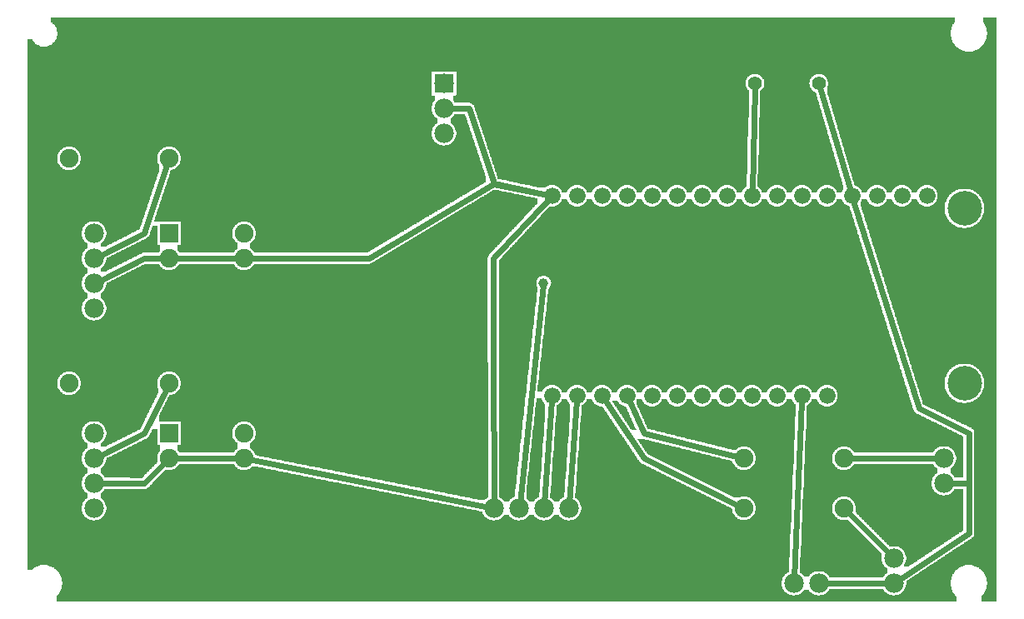
<source format=gbl>
G04 MADE WITH FRITZING*
G04 WWW.FRITZING.ORG*
G04 DOUBLE SIDED*
G04 HOLES PLATED*
G04 CONTOUR ON CENTER OF CONTOUR VECTOR*
%ASAXBY*%
%FSLAX23Y23*%
%MOIN*%
%OFA0B0*%
%SFA1.0B1.0*%
%ADD10C,0.075000*%
%ADD11C,0.039370*%
%ADD12C,0.078000*%
%ADD13C,0.066000*%
%ADD14C,0.138425*%
%ADD15C,0.055433*%
%ADD16R,0.078000X0.078000*%
%ADD17R,0.075000X0.075000*%
%ADD18C,0.024000*%
%LNCOPPER0*%
G90*
G70*
G54D10*
X234Y2322D03*
X2150Y1537D03*
X502Y620D03*
G54D11*
X2105Y1314D03*
G54D12*
X1707Y2113D03*
X1707Y2013D03*
X1707Y1913D03*
G54D10*
X607Y713D03*
X907Y713D03*
X607Y613D03*
X907Y613D03*
X607Y1513D03*
X907Y1513D03*
X607Y1413D03*
X907Y1413D03*
X207Y913D03*
X607Y913D03*
X207Y1813D03*
X607Y1813D03*
G54D13*
X2139Y863D03*
G54D14*
X3789Y913D03*
X3789Y1613D03*
G54D13*
X2339Y863D03*
X2539Y863D03*
X2239Y863D03*
X2739Y863D03*
X2439Y863D03*
X2939Y863D03*
X2639Y863D03*
X3139Y863D03*
X2839Y863D03*
X3639Y1663D03*
X3039Y863D03*
X3439Y1663D03*
X3239Y863D03*
X3239Y1663D03*
X3539Y1663D03*
X3039Y1663D03*
X3339Y1663D03*
X2839Y1663D03*
X3139Y1663D03*
X2639Y1663D03*
X2939Y1663D03*
X2439Y1663D03*
X2739Y1663D03*
X2239Y1663D03*
X2539Y1663D03*
X2339Y1663D03*
X2139Y1663D03*
G54D12*
X307Y413D03*
X307Y513D03*
X307Y613D03*
X307Y713D03*
X2207Y413D03*
X2107Y413D03*
X2007Y413D03*
X1907Y413D03*
X307Y1213D03*
X307Y1313D03*
X307Y1413D03*
X307Y1513D03*
X3107Y113D03*
X3107Y113D03*
X3207Y113D03*
X3707Y613D03*
X3707Y513D03*
X3507Y213D03*
X3507Y113D03*
G54D15*
X3207Y2113D03*
X2951Y2113D03*
G54D10*
X2907Y613D03*
X3307Y613D03*
X2907Y413D03*
X3307Y413D03*
G54D16*
X1707Y2113D03*
G54D17*
X607Y713D03*
X607Y1513D03*
G54D18*
X1906Y1712D02*
X2119Y1667D01*
D02*
X1807Y2012D02*
X1906Y1712D01*
D02*
X1726Y2013D02*
X1807Y2012D01*
D02*
X3807Y714D02*
X3606Y813D01*
D02*
X3606Y813D02*
X3345Y1644D01*
D02*
X3807Y513D02*
X3807Y714D01*
D02*
X3726Y513D02*
X3807Y513D01*
D02*
X3807Y313D02*
X3807Y513D01*
D02*
X3807Y513D02*
X3726Y513D01*
D02*
X3506Y114D02*
X3807Y313D01*
D02*
X3494Y127D02*
X3506Y114D01*
D02*
X3208Y114D02*
X3488Y113D01*
D02*
X3221Y125D02*
X3208Y114D01*
D02*
X1905Y1414D02*
X2125Y1648D01*
D02*
X1905Y1013D02*
X1905Y1414D01*
D02*
X1907Y432D02*
X1905Y1013D01*
D02*
X906Y612D02*
X1888Y416D01*
D02*
X895Y600D02*
X906Y612D01*
D02*
X605Y612D02*
X889Y613D01*
D02*
X591Y604D02*
X605Y612D01*
D02*
X508Y512D02*
X594Y600D01*
D02*
X326Y513D02*
X508Y512D01*
D02*
X508Y1414D02*
X324Y1321D01*
D02*
X589Y1413D02*
X508Y1414D01*
D02*
X906Y1414D02*
X624Y1413D01*
D02*
X897Y1427D02*
X906Y1414D01*
D02*
X2950Y2095D02*
X2939Y1682D01*
D02*
X3212Y2096D02*
X3333Y1682D01*
D02*
X3324Y613D02*
X3688Y613D01*
D02*
X3138Y843D02*
X3107Y132D01*
D02*
X3319Y400D02*
X3493Y226D01*
D02*
X2506Y712D02*
X2447Y845D01*
D02*
X2890Y617D02*
X2506Y712D01*
D02*
X2506Y612D02*
X2350Y846D01*
D02*
X2891Y421D02*
X2506Y612D01*
D02*
X2208Y432D02*
X2237Y843D01*
D02*
X2108Y432D02*
X2137Y843D01*
D02*
X508Y1514D02*
X601Y1796D01*
D02*
X324Y1421D02*
X508Y1514D01*
D02*
X1905Y1711D02*
X2119Y1667D01*
D02*
X1407Y1414D02*
X1905Y1711D01*
D02*
X924Y1413D02*
X1407Y1414D01*
D02*
X508Y712D02*
X324Y621D01*
D02*
X599Y897D02*
X508Y712D01*
D02*
X2009Y432D02*
X2105Y1306D01*
G36*
X134Y2377D02*
X134Y2357D01*
X138Y2357D01*
X138Y2355D01*
X140Y2355D01*
X140Y2353D01*
X142Y2353D01*
X142Y2351D01*
X144Y2351D01*
X144Y2349D01*
X146Y2349D01*
X146Y2347D01*
X148Y2347D01*
X148Y2345D01*
X150Y2345D01*
X150Y2341D01*
X152Y2341D01*
X152Y2339D01*
X154Y2339D01*
X154Y2335D01*
X156Y2335D01*
X156Y2329D01*
X158Y2329D01*
X158Y2321D01*
X160Y2321D01*
X160Y2303D01*
X158Y2303D01*
X158Y2297D01*
X156Y2297D01*
X156Y2291D01*
X154Y2291D01*
X154Y2287D01*
X152Y2287D01*
X152Y2283D01*
X150Y2283D01*
X150Y2281D01*
X148Y2281D01*
X148Y2279D01*
X146Y2279D01*
X146Y2275D01*
X142Y2275D01*
X142Y2273D01*
X140Y2273D01*
X140Y2271D01*
X138Y2271D01*
X138Y2269D01*
X136Y2269D01*
X136Y2267D01*
X132Y2267D01*
X132Y2265D01*
X128Y2265D01*
X128Y2263D01*
X122Y2263D01*
X122Y2261D01*
X114Y2261D01*
X114Y2259D01*
X3756Y2259D01*
X3756Y2261D01*
X3754Y2261D01*
X3754Y2263D01*
X3752Y2263D01*
X3752Y2265D01*
X3750Y2265D01*
X3750Y2269D01*
X3748Y2269D01*
X3748Y2271D01*
X3746Y2271D01*
X3746Y2273D01*
X3744Y2273D01*
X3744Y2277D01*
X3742Y2277D01*
X3742Y2281D01*
X3740Y2281D01*
X3740Y2285D01*
X3738Y2285D01*
X3738Y2291D01*
X3736Y2291D01*
X3736Y2299D01*
X3734Y2299D01*
X3734Y2327D01*
X3736Y2327D01*
X3736Y2335D01*
X3738Y2335D01*
X3738Y2339D01*
X3740Y2339D01*
X3740Y2345D01*
X3742Y2345D01*
X3742Y2349D01*
X3744Y2349D01*
X3744Y2351D01*
X3746Y2351D01*
X3746Y2355D01*
X3748Y2355D01*
X3748Y2357D01*
X3750Y2357D01*
X3750Y2377D01*
X134Y2377D01*
G37*
D02*
G36*
X3864Y2377D02*
X3864Y2357D01*
X3866Y2357D01*
X3866Y2353D01*
X3868Y2353D01*
X3868Y2351D01*
X3870Y2351D01*
X3870Y2347D01*
X3872Y2347D01*
X3872Y2343D01*
X3874Y2343D01*
X3874Y2337D01*
X3876Y2337D01*
X3876Y2331D01*
X3878Y2331D01*
X3878Y2321D01*
X3880Y2321D01*
X3880Y2305D01*
X3878Y2305D01*
X3878Y2295D01*
X3876Y2295D01*
X3876Y2289D01*
X3874Y2289D01*
X3874Y2283D01*
X3872Y2283D01*
X3872Y2279D01*
X3870Y2279D01*
X3870Y2275D01*
X3868Y2275D01*
X3868Y2273D01*
X3866Y2273D01*
X3866Y2269D01*
X3864Y2269D01*
X3864Y2267D01*
X3862Y2267D01*
X3862Y2265D01*
X3860Y2265D01*
X3860Y2263D01*
X3858Y2263D01*
X3858Y2261D01*
X3856Y2261D01*
X3856Y2259D01*
X3854Y2259D01*
X3854Y2257D01*
X3852Y2257D01*
X3852Y2255D01*
X3850Y2255D01*
X3850Y2253D01*
X3846Y2253D01*
X3846Y2251D01*
X3844Y2251D01*
X3844Y2249D01*
X3840Y2249D01*
X3840Y2247D01*
X3836Y2247D01*
X3836Y2245D01*
X3830Y2245D01*
X3830Y2243D01*
X3824Y2243D01*
X3824Y2241D01*
X3812Y2241D01*
X3812Y2239D01*
X3918Y2239D01*
X3918Y2377D01*
X3864Y2377D01*
G37*
D02*
G36*
X40Y2289D02*
X40Y2259D01*
X100Y2259D01*
X100Y2261D01*
X90Y2261D01*
X90Y2263D01*
X86Y2263D01*
X86Y2265D01*
X82Y2265D01*
X82Y2267D01*
X78Y2267D01*
X78Y2269D01*
X76Y2269D01*
X76Y2271D01*
X72Y2271D01*
X72Y2273D01*
X70Y2273D01*
X70Y2275D01*
X68Y2275D01*
X68Y2277D01*
X66Y2277D01*
X66Y2279D01*
X64Y2279D01*
X64Y2283D01*
X62Y2283D01*
X62Y2285D01*
X60Y2285D01*
X60Y2289D01*
X40Y2289D01*
G37*
D02*
G36*
X40Y2259D02*
X40Y2257D01*
X3758Y2257D01*
X3758Y2259D01*
X40Y2259D01*
G37*
D02*
G36*
X40Y2259D02*
X40Y2257D01*
X3758Y2257D01*
X3758Y2259D01*
X40Y2259D01*
G37*
D02*
G36*
X40Y2257D02*
X40Y2239D01*
X3802Y2239D01*
X3802Y2241D01*
X3790Y2241D01*
X3790Y2243D01*
X3782Y2243D01*
X3782Y2245D01*
X3778Y2245D01*
X3778Y2247D01*
X3774Y2247D01*
X3774Y2249D01*
X3770Y2249D01*
X3770Y2251D01*
X3766Y2251D01*
X3766Y2253D01*
X3764Y2253D01*
X3764Y2255D01*
X3760Y2255D01*
X3760Y2257D01*
X40Y2257D01*
G37*
D02*
G36*
X40Y2239D02*
X40Y2237D01*
X3918Y2237D01*
X3918Y2239D01*
X40Y2239D01*
G37*
D02*
G36*
X40Y2239D02*
X40Y2237D01*
X3918Y2237D01*
X3918Y2239D01*
X40Y2239D01*
G37*
D02*
G36*
X40Y2237D02*
X40Y2161D01*
X1756Y2161D01*
X1756Y2151D01*
X3210Y2151D01*
X3210Y2149D01*
X3220Y2149D01*
X3220Y2147D01*
X3224Y2147D01*
X3224Y2145D01*
X3228Y2145D01*
X3228Y2143D01*
X3230Y2143D01*
X3230Y2141D01*
X3232Y2141D01*
X3232Y2139D01*
X3234Y2139D01*
X3234Y2137D01*
X3236Y2137D01*
X3236Y2135D01*
X3238Y2135D01*
X3238Y2131D01*
X3240Y2131D01*
X3240Y2127D01*
X3242Y2127D01*
X3242Y2121D01*
X3244Y2121D01*
X3244Y2103D01*
X3242Y2103D01*
X3242Y2097D01*
X3240Y2097D01*
X3240Y2073D01*
X3242Y2073D01*
X3242Y2067D01*
X3244Y2067D01*
X3244Y2059D01*
X3246Y2059D01*
X3246Y2053D01*
X3248Y2053D01*
X3248Y2047D01*
X3250Y2047D01*
X3250Y2039D01*
X3252Y2039D01*
X3252Y2033D01*
X3254Y2033D01*
X3254Y2025D01*
X3256Y2025D01*
X3256Y2019D01*
X3258Y2019D01*
X3258Y2013D01*
X3260Y2013D01*
X3260Y2005D01*
X3262Y2005D01*
X3262Y1999D01*
X3264Y1999D01*
X3264Y1991D01*
X3266Y1991D01*
X3266Y1985D01*
X3268Y1985D01*
X3268Y1979D01*
X3270Y1979D01*
X3270Y1971D01*
X3272Y1971D01*
X3272Y1965D01*
X3274Y1965D01*
X3274Y1957D01*
X3276Y1957D01*
X3276Y1951D01*
X3278Y1951D01*
X3278Y1945D01*
X3280Y1945D01*
X3280Y1937D01*
X3282Y1937D01*
X3282Y1931D01*
X3284Y1931D01*
X3284Y1923D01*
X3286Y1923D01*
X3286Y1917D01*
X3288Y1917D01*
X3288Y1911D01*
X3290Y1911D01*
X3290Y1903D01*
X3292Y1903D01*
X3292Y1897D01*
X3294Y1897D01*
X3294Y1889D01*
X3296Y1889D01*
X3296Y1883D01*
X3298Y1883D01*
X3298Y1875D01*
X3300Y1875D01*
X3300Y1869D01*
X3302Y1869D01*
X3302Y1863D01*
X3304Y1863D01*
X3304Y1855D01*
X3306Y1855D01*
X3306Y1849D01*
X3308Y1849D01*
X3308Y1841D01*
X3310Y1841D01*
X3310Y1835D01*
X3312Y1835D01*
X3312Y1829D01*
X3314Y1829D01*
X3314Y1821D01*
X3316Y1821D01*
X3316Y1815D01*
X3318Y1815D01*
X3318Y1807D01*
X3320Y1807D01*
X3320Y1801D01*
X3322Y1801D01*
X3322Y1795D01*
X3324Y1795D01*
X3324Y1787D01*
X3326Y1787D01*
X3326Y1781D01*
X3328Y1781D01*
X3328Y1773D01*
X3330Y1773D01*
X3330Y1767D01*
X3332Y1767D01*
X3332Y1761D01*
X3334Y1761D01*
X3334Y1753D01*
X3336Y1753D01*
X3336Y1747D01*
X3338Y1747D01*
X3338Y1739D01*
X3340Y1739D01*
X3340Y1733D01*
X3342Y1733D01*
X3342Y1727D01*
X3344Y1727D01*
X3344Y1719D01*
X3346Y1719D01*
X3346Y1713D01*
X3348Y1713D01*
X3348Y1705D01*
X3650Y1705D01*
X3650Y1703D01*
X3656Y1703D01*
X3656Y1701D01*
X3660Y1701D01*
X3660Y1699D01*
X3664Y1699D01*
X3664Y1697D01*
X3666Y1697D01*
X3666Y1695D01*
X3668Y1695D01*
X3668Y1693D01*
X3670Y1693D01*
X3670Y1691D01*
X3806Y1691D01*
X3806Y1689D01*
X3814Y1689D01*
X3814Y1687D01*
X3818Y1687D01*
X3818Y1685D01*
X3824Y1685D01*
X3824Y1683D01*
X3826Y1683D01*
X3826Y1681D01*
X3830Y1681D01*
X3830Y1679D01*
X3834Y1679D01*
X3834Y1677D01*
X3836Y1677D01*
X3836Y1675D01*
X3838Y1675D01*
X3838Y1673D01*
X3842Y1673D01*
X3842Y1671D01*
X3844Y1671D01*
X3844Y1669D01*
X3846Y1669D01*
X3846Y1667D01*
X3848Y1667D01*
X3848Y1663D01*
X3850Y1663D01*
X3850Y1661D01*
X3852Y1661D01*
X3852Y1659D01*
X3854Y1659D01*
X3854Y1655D01*
X3856Y1655D01*
X3856Y1653D01*
X3858Y1653D01*
X3858Y1649D01*
X3860Y1649D01*
X3860Y1645D01*
X3862Y1645D01*
X3862Y1639D01*
X3864Y1639D01*
X3864Y1633D01*
X3866Y1633D01*
X3866Y1623D01*
X3868Y1623D01*
X3868Y1603D01*
X3866Y1603D01*
X3866Y1593D01*
X3864Y1593D01*
X3864Y1585D01*
X3862Y1585D01*
X3862Y1581D01*
X3860Y1581D01*
X3860Y1577D01*
X3858Y1577D01*
X3858Y1573D01*
X3856Y1573D01*
X3856Y1569D01*
X3854Y1569D01*
X3854Y1567D01*
X3852Y1567D01*
X3852Y1565D01*
X3850Y1565D01*
X3850Y1561D01*
X3848Y1561D01*
X3848Y1559D01*
X3846Y1559D01*
X3846Y1557D01*
X3844Y1557D01*
X3844Y1555D01*
X3842Y1555D01*
X3842Y1553D01*
X3840Y1553D01*
X3840Y1551D01*
X3836Y1551D01*
X3836Y1549D01*
X3834Y1549D01*
X3834Y1547D01*
X3832Y1547D01*
X3832Y1545D01*
X3828Y1545D01*
X3828Y1543D01*
X3824Y1543D01*
X3824Y1541D01*
X3820Y1541D01*
X3820Y1539D01*
X3814Y1539D01*
X3814Y1537D01*
X3808Y1537D01*
X3808Y1535D01*
X3796Y1535D01*
X3796Y1533D01*
X3918Y1533D01*
X3918Y2237D01*
X40Y2237D01*
G37*
D02*
G36*
X40Y2161D02*
X40Y1863D01*
X1702Y1863D01*
X1702Y1865D01*
X1692Y1865D01*
X1692Y1867D01*
X1686Y1867D01*
X1686Y1869D01*
X1684Y1869D01*
X1684Y1871D01*
X1680Y1871D01*
X1680Y1873D01*
X1676Y1873D01*
X1676Y1875D01*
X1674Y1875D01*
X1674Y1877D01*
X1672Y1877D01*
X1672Y1879D01*
X1670Y1879D01*
X1670Y1881D01*
X1668Y1881D01*
X1668Y1885D01*
X1666Y1885D01*
X1666Y1887D01*
X1664Y1887D01*
X1664Y1891D01*
X1662Y1891D01*
X1662Y1895D01*
X1660Y1895D01*
X1660Y1901D01*
X1658Y1901D01*
X1658Y1923D01*
X1660Y1923D01*
X1660Y1931D01*
X1662Y1931D01*
X1662Y1935D01*
X1664Y1935D01*
X1664Y1939D01*
X1666Y1939D01*
X1666Y1941D01*
X1668Y1941D01*
X1668Y1943D01*
X1670Y1943D01*
X1670Y1947D01*
X1672Y1947D01*
X1672Y1949D01*
X1676Y1949D01*
X1676Y1951D01*
X1678Y1951D01*
X1678Y1953D01*
X1680Y1953D01*
X1680Y1973D01*
X1676Y1973D01*
X1676Y1975D01*
X1674Y1975D01*
X1674Y1977D01*
X1672Y1977D01*
X1672Y1979D01*
X1670Y1979D01*
X1670Y1981D01*
X1668Y1981D01*
X1668Y1985D01*
X1666Y1985D01*
X1666Y1987D01*
X1664Y1987D01*
X1664Y1991D01*
X1662Y1991D01*
X1662Y1995D01*
X1660Y1995D01*
X1660Y2001D01*
X1658Y2001D01*
X1658Y2023D01*
X1660Y2023D01*
X1660Y2031D01*
X1662Y2031D01*
X1662Y2035D01*
X1664Y2035D01*
X1664Y2039D01*
X1666Y2039D01*
X1666Y2041D01*
X1668Y2041D01*
X1668Y2043D01*
X1670Y2043D01*
X1670Y2063D01*
X1658Y2063D01*
X1658Y2161D01*
X40Y2161D01*
G37*
D02*
G36*
X1756Y2151D02*
X1756Y2065D01*
X1754Y2065D01*
X1754Y2063D01*
X1744Y2063D01*
X1744Y2043D01*
X1746Y2043D01*
X1746Y2041D01*
X1748Y2041D01*
X1748Y2037D01*
X1750Y2037D01*
X1750Y2035D01*
X1810Y2035D01*
X1810Y2033D01*
X1816Y2033D01*
X1816Y2031D01*
X1820Y2031D01*
X1820Y2029D01*
X1822Y2029D01*
X1822Y2027D01*
X1824Y2027D01*
X1824Y2025D01*
X1826Y2025D01*
X1826Y2021D01*
X1828Y2021D01*
X1828Y2015D01*
X1830Y2015D01*
X1830Y2009D01*
X1832Y2009D01*
X1832Y2003D01*
X1834Y2003D01*
X1834Y1997D01*
X1836Y1997D01*
X1836Y1991D01*
X1838Y1991D01*
X1838Y1985D01*
X1840Y1985D01*
X1840Y1979D01*
X1842Y1979D01*
X1842Y1973D01*
X1844Y1973D01*
X1844Y1967D01*
X1846Y1967D01*
X1846Y1961D01*
X1848Y1961D01*
X1848Y1955D01*
X1850Y1955D01*
X1850Y1949D01*
X1852Y1949D01*
X1852Y1943D01*
X1854Y1943D01*
X1854Y1937D01*
X1856Y1937D01*
X1856Y1931D01*
X1858Y1931D01*
X1858Y1925D01*
X1860Y1925D01*
X1860Y1919D01*
X1862Y1919D01*
X1862Y1913D01*
X1864Y1913D01*
X1864Y1907D01*
X1866Y1907D01*
X1866Y1901D01*
X1868Y1901D01*
X1868Y1895D01*
X1870Y1895D01*
X1870Y1889D01*
X1872Y1889D01*
X1872Y1883D01*
X1874Y1883D01*
X1874Y1877D01*
X1876Y1877D01*
X1876Y1871D01*
X1878Y1871D01*
X1878Y1863D01*
X1880Y1863D01*
X1880Y1857D01*
X1882Y1857D01*
X1882Y1851D01*
X1884Y1851D01*
X1884Y1845D01*
X1886Y1845D01*
X1886Y1839D01*
X1888Y1839D01*
X1888Y1833D01*
X1890Y1833D01*
X1890Y1827D01*
X1892Y1827D01*
X1892Y1821D01*
X1894Y1821D01*
X1894Y1815D01*
X1896Y1815D01*
X1896Y1809D01*
X1898Y1809D01*
X1898Y1803D01*
X1900Y1803D01*
X1900Y1797D01*
X1902Y1797D01*
X1902Y1791D01*
X1904Y1791D01*
X1904Y1785D01*
X1906Y1785D01*
X1906Y1779D01*
X1908Y1779D01*
X1908Y1773D01*
X1910Y1773D01*
X1910Y1767D01*
X1912Y1767D01*
X1912Y1761D01*
X1914Y1761D01*
X1914Y1755D01*
X1916Y1755D01*
X1916Y1749D01*
X1918Y1749D01*
X1918Y1743D01*
X1920Y1743D01*
X1920Y1737D01*
X1922Y1737D01*
X1922Y1731D01*
X1928Y1731D01*
X1928Y1729D01*
X1936Y1729D01*
X1936Y1727D01*
X1946Y1727D01*
X1946Y1725D01*
X1956Y1725D01*
X1956Y1723D01*
X1966Y1723D01*
X1966Y1721D01*
X1974Y1721D01*
X1974Y1719D01*
X1984Y1719D01*
X1984Y1717D01*
X1994Y1717D01*
X1994Y1715D01*
X2002Y1715D01*
X2002Y1713D01*
X2012Y1713D01*
X2012Y1711D01*
X2022Y1711D01*
X2022Y1709D01*
X2032Y1709D01*
X2032Y1707D01*
X2040Y1707D01*
X2040Y1705D01*
X2850Y1705D01*
X2850Y1703D01*
X2856Y1703D01*
X2856Y1701D01*
X2860Y1701D01*
X2860Y1699D01*
X2864Y1699D01*
X2864Y1697D01*
X2866Y1697D01*
X2866Y1695D01*
X2868Y1695D01*
X2868Y1693D01*
X2870Y1693D01*
X2870Y1691D01*
X2872Y1691D01*
X2872Y1689D01*
X2874Y1689D01*
X2874Y1685D01*
X2876Y1685D01*
X2876Y1681D01*
X2878Y1681D01*
X2878Y1677D01*
X2898Y1677D01*
X2898Y1679D01*
X2900Y1679D01*
X2900Y1683D01*
X2902Y1683D01*
X2902Y1687D01*
X2904Y1687D01*
X2904Y1689D01*
X2906Y1689D01*
X2906Y1691D01*
X2908Y1691D01*
X2908Y1693D01*
X2910Y1693D01*
X2910Y1695D01*
X2912Y1695D01*
X2912Y1697D01*
X2914Y1697D01*
X2914Y1699D01*
X2918Y1699D01*
X2918Y1751D01*
X2920Y1751D01*
X2920Y1827D01*
X2922Y1827D01*
X2922Y1901D01*
X2924Y1901D01*
X2924Y1977D01*
X2926Y1977D01*
X2926Y2051D01*
X2928Y2051D01*
X2928Y2083D01*
X2926Y2083D01*
X2926Y2085D01*
X2924Y2085D01*
X2924Y2087D01*
X2922Y2087D01*
X2922Y2089D01*
X2920Y2089D01*
X2920Y2093D01*
X2918Y2093D01*
X2918Y2097D01*
X2916Y2097D01*
X2916Y2101D01*
X2914Y2101D01*
X2914Y2125D01*
X2916Y2125D01*
X2916Y2129D01*
X2918Y2129D01*
X2918Y2133D01*
X2920Y2133D01*
X2920Y2135D01*
X2922Y2135D01*
X2922Y2139D01*
X2924Y2139D01*
X2924Y2141D01*
X2928Y2141D01*
X2928Y2143D01*
X2930Y2143D01*
X2930Y2145D01*
X2934Y2145D01*
X2934Y2147D01*
X2938Y2147D01*
X2938Y2149D01*
X2946Y2149D01*
X2946Y2151D01*
X1756Y2151D01*
G37*
D02*
G36*
X2954Y2151D02*
X2954Y2149D01*
X2964Y2149D01*
X2964Y2147D01*
X2968Y2147D01*
X2968Y2145D01*
X2972Y2145D01*
X2972Y2143D01*
X2974Y2143D01*
X2974Y2141D01*
X2976Y2141D01*
X2976Y2139D01*
X2978Y2139D01*
X2978Y2137D01*
X2980Y2137D01*
X2980Y2135D01*
X2982Y2135D01*
X2982Y2131D01*
X2984Y2131D01*
X2984Y2129D01*
X2986Y2129D01*
X2986Y2123D01*
X2988Y2123D01*
X2988Y2103D01*
X2986Y2103D01*
X2986Y2097D01*
X2984Y2097D01*
X2984Y2093D01*
X2982Y2093D01*
X2982Y2091D01*
X2980Y2091D01*
X2980Y2089D01*
X2978Y2089D01*
X2978Y2085D01*
X2974Y2085D01*
X2974Y2083D01*
X2972Y2083D01*
X2972Y2051D01*
X2970Y2051D01*
X2970Y1975D01*
X2968Y1975D01*
X2968Y1901D01*
X2966Y1901D01*
X2966Y1825D01*
X2964Y1825D01*
X2964Y1751D01*
X2962Y1751D01*
X2962Y1705D01*
X3250Y1705D01*
X3250Y1703D01*
X3256Y1703D01*
X3256Y1701D01*
X3260Y1701D01*
X3260Y1699D01*
X3264Y1699D01*
X3264Y1697D01*
X3266Y1697D01*
X3266Y1695D01*
X3268Y1695D01*
X3268Y1693D01*
X3270Y1693D01*
X3270Y1691D01*
X3272Y1691D01*
X3272Y1689D01*
X3274Y1689D01*
X3274Y1685D01*
X3276Y1685D01*
X3276Y1681D01*
X3278Y1681D01*
X3278Y1677D01*
X3298Y1677D01*
X3298Y1679D01*
X3300Y1679D01*
X3300Y1683D01*
X3302Y1683D01*
X3302Y1687D01*
X3304Y1687D01*
X3304Y1707D01*
X3302Y1707D01*
X3302Y1713D01*
X3300Y1713D01*
X3300Y1719D01*
X3298Y1719D01*
X3298Y1727D01*
X3296Y1727D01*
X3296Y1733D01*
X3294Y1733D01*
X3294Y1741D01*
X3292Y1741D01*
X3292Y1747D01*
X3290Y1747D01*
X3290Y1753D01*
X3288Y1753D01*
X3288Y1761D01*
X3286Y1761D01*
X3286Y1767D01*
X3284Y1767D01*
X3284Y1775D01*
X3282Y1775D01*
X3282Y1781D01*
X3280Y1781D01*
X3280Y1787D01*
X3278Y1787D01*
X3278Y1795D01*
X3276Y1795D01*
X3276Y1801D01*
X3274Y1801D01*
X3274Y1809D01*
X3272Y1809D01*
X3272Y1815D01*
X3270Y1815D01*
X3270Y1821D01*
X3268Y1821D01*
X3268Y1829D01*
X3266Y1829D01*
X3266Y1835D01*
X3264Y1835D01*
X3264Y1843D01*
X3262Y1843D01*
X3262Y1849D01*
X3260Y1849D01*
X3260Y1855D01*
X3258Y1855D01*
X3258Y1863D01*
X3256Y1863D01*
X3256Y1869D01*
X3254Y1869D01*
X3254Y1877D01*
X3252Y1877D01*
X3252Y1883D01*
X3250Y1883D01*
X3250Y1891D01*
X3248Y1891D01*
X3248Y1897D01*
X3246Y1897D01*
X3246Y1903D01*
X3244Y1903D01*
X3244Y1911D01*
X3242Y1911D01*
X3242Y1917D01*
X3240Y1917D01*
X3240Y1925D01*
X3238Y1925D01*
X3238Y1931D01*
X3236Y1931D01*
X3236Y1937D01*
X3234Y1937D01*
X3234Y1945D01*
X3232Y1945D01*
X3232Y1951D01*
X3230Y1951D01*
X3230Y1959D01*
X3228Y1959D01*
X3228Y1965D01*
X3226Y1965D01*
X3226Y1971D01*
X3224Y1971D01*
X3224Y1979D01*
X3222Y1979D01*
X3222Y1985D01*
X3220Y1985D01*
X3220Y1993D01*
X3218Y1993D01*
X3218Y1999D01*
X3216Y1999D01*
X3216Y2005D01*
X3214Y2005D01*
X3214Y2013D01*
X3212Y2013D01*
X3212Y2019D01*
X3210Y2019D01*
X3210Y2027D01*
X3208Y2027D01*
X3208Y2033D01*
X3206Y2033D01*
X3206Y2039D01*
X3204Y2039D01*
X3204Y2047D01*
X3202Y2047D01*
X3202Y2053D01*
X3200Y2053D01*
X3200Y2061D01*
X3198Y2061D01*
X3198Y2067D01*
X3196Y2067D01*
X3196Y2073D01*
X3194Y2073D01*
X3194Y2077D01*
X3192Y2077D01*
X3192Y2079D01*
X3188Y2079D01*
X3188Y2081D01*
X3184Y2081D01*
X3184Y2083D01*
X3182Y2083D01*
X3182Y2085D01*
X3180Y2085D01*
X3180Y2087D01*
X3178Y2087D01*
X3178Y2089D01*
X3176Y2089D01*
X3176Y2093D01*
X3174Y2093D01*
X3174Y2095D01*
X3172Y2095D01*
X3172Y2101D01*
X3170Y2101D01*
X3170Y2111D01*
X3168Y2111D01*
X3168Y2115D01*
X3170Y2115D01*
X3170Y2125D01*
X3172Y2125D01*
X3172Y2129D01*
X3174Y2129D01*
X3174Y2133D01*
X3176Y2133D01*
X3176Y2135D01*
X3178Y2135D01*
X3178Y2139D01*
X3180Y2139D01*
X3180Y2141D01*
X3184Y2141D01*
X3184Y2143D01*
X3186Y2143D01*
X3186Y2145D01*
X3190Y2145D01*
X3190Y2147D01*
X3194Y2147D01*
X3194Y2149D01*
X3202Y2149D01*
X3202Y2151D01*
X2954Y2151D01*
G37*
D02*
G36*
X1750Y1991D02*
X1750Y1989D01*
X1748Y1989D01*
X1748Y1985D01*
X1746Y1985D01*
X1746Y1983D01*
X1744Y1983D01*
X1744Y1981D01*
X1742Y1981D01*
X1742Y1977D01*
X1738Y1977D01*
X1738Y1975D01*
X1736Y1975D01*
X1736Y1973D01*
X1734Y1973D01*
X1734Y1953D01*
X1736Y1953D01*
X1736Y1951D01*
X1738Y1951D01*
X1738Y1949D01*
X1740Y1949D01*
X1740Y1947D01*
X1742Y1947D01*
X1742Y1945D01*
X1744Y1945D01*
X1744Y1943D01*
X1746Y1943D01*
X1746Y1941D01*
X1748Y1941D01*
X1748Y1937D01*
X1750Y1937D01*
X1750Y1933D01*
X1752Y1933D01*
X1752Y1927D01*
X1754Y1927D01*
X1754Y1919D01*
X1756Y1919D01*
X1756Y1907D01*
X1754Y1907D01*
X1754Y1897D01*
X1752Y1897D01*
X1752Y1893D01*
X1750Y1893D01*
X1750Y1889D01*
X1748Y1889D01*
X1748Y1885D01*
X1746Y1885D01*
X1746Y1883D01*
X1744Y1883D01*
X1744Y1881D01*
X1742Y1881D01*
X1742Y1877D01*
X1738Y1877D01*
X1738Y1875D01*
X1736Y1875D01*
X1736Y1873D01*
X1734Y1873D01*
X1734Y1871D01*
X1730Y1871D01*
X1730Y1869D01*
X1726Y1869D01*
X1726Y1867D01*
X1720Y1867D01*
X1720Y1865D01*
X1710Y1865D01*
X1710Y1863D01*
X1832Y1863D01*
X1832Y1869D01*
X1830Y1869D01*
X1830Y1875D01*
X1828Y1875D01*
X1828Y1881D01*
X1826Y1881D01*
X1826Y1887D01*
X1824Y1887D01*
X1824Y1893D01*
X1822Y1893D01*
X1822Y1899D01*
X1820Y1899D01*
X1820Y1905D01*
X1818Y1905D01*
X1818Y1911D01*
X1816Y1911D01*
X1816Y1917D01*
X1814Y1917D01*
X1814Y1923D01*
X1812Y1923D01*
X1812Y1929D01*
X1810Y1929D01*
X1810Y1935D01*
X1808Y1935D01*
X1808Y1941D01*
X1806Y1941D01*
X1806Y1947D01*
X1804Y1947D01*
X1804Y1953D01*
X1802Y1953D01*
X1802Y1959D01*
X1800Y1959D01*
X1800Y1965D01*
X1798Y1965D01*
X1798Y1971D01*
X1796Y1971D01*
X1796Y1977D01*
X1794Y1977D01*
X1794Y1983D01*
X1792Y1983D01*
X1792Y1989D01*
X1790Y1989D01*
X1790Y1991D01*
X1750Y1991D01*
G37*
D02*
G36*
X40Y1863D02*
X40Y1861D01*
X1834Y1861D01*
X1834Y1863D01*
X40Y1863D01*
G37*
D02*
G36*
X40Y1863D02*
X40Y1861D01*
X1834Y1861D01*
X1834Y1863D01*
X40Y1863D01*
G37*
D02*
G36*
X40Y1861D02*
X40Y1765D01*
X198Y1765D01*
X198Y1767D01*
X192Y1767D01*
X192Y1769D01*
X186Y1769D01*
X186Y1771D01*
X182Y1771D01*
X182Y1773D01*
X180Y1773D01*
X180Y1775D01*
X176Y1775D01*
X176Y1777D01*
X174Y1777D01*
X174Y1779D01*
X172Y1779D01*
X172Y1781D01*
X170Y1781D01*
X170Y1785D01*
X168Y1785D01*
X168Y1787D01*
X166Y1787D01*
X166Y1791D01*
X164Y1791D01*
X164Y1793D01*
X162Y1793D01*
X162Y1801D01*
X160Y1801D01*
X160Y1825D01*
X162Y1825D01*
X162Y1831D01*
X164Y1831D01*
X164Y1835D01*
X166Y1835D01*
X166Y1839D01*
X168Y1839D01*
X168Y1841D01*
X170Y1841D01*
X170Y1843D01*
X172Y1843D01*
X172Y1847D01*
X176Y1847D01*
X176Y1849D01*
X178Y1849D01*
X178Y1851D01*
X180Y1851D01*
X180Y1853D01*
X184Y1853D01*
X184Y1855D01*
X188Y1855D01*
X188Y1857D01*
X194Y1857D01*
X194Y1859D01*
X202Y1859D01*
X202Y1861D01*
X40Y1861D01*
G37*
D02*
G36*
X210Y1861D02*
X210Y1859D01*
X220Y1859D01*
X220Y1857D01*
X226Y1857D01*
X226Y1855D01*
X230Y1855D01*
X230Y1853D01*
X234Y1853D01*
X234Y1851D01*
X236Y1851D01*
X236Y1849D01*
X238Y1849D01*
X238Y1847D01*
X240Y1847D01*
X240Y1845D01*
X242Y1845D01*
X242Y1843D01*
X244Y1843D01*
X244Y1841D01*
X246Y1841D01*
X246Y1837D01*
X248Y1837D01*
X248Y1833D01*
X250Y1833D01*
X250Y1829D01*
X252Y1829D01*
X252Y1823D01*
X254Y1823D01*
X254Y1803D01*
X252Y1803D01*
X252Y1797D01*
X250Y1797D01*
X250Y1791D01*
X248Y1791D01*
X248Y1789D01*
X246Y1789D01*
X246Y1785D01*
X244Y1785D01*
X244Y1783D01*
X242Y1783D01*
X242Y1781D01*
X240Y1781D01*
X240Y1779D01*
X238Y1779D01*
X238Y1777D01*
X236Y1777D01*
X236Y1775D01*
X234Y1775D01*
X234Y1773D01*
X230Y1773D01*
X230Y1771D01*
X226Y1771D01*
X226Y1769D01*
X222Y1769D01*
X222Y1767D01*
X214Y1767D01*
X214Y1765D01*
X568Y1765D01*
X568Y1787D01*
X566Y1787D01*
X566Y1791D01*
X564Y1791D01*
X564Y1793D01*
X562Y1793D01*
X562Y1801D01*
X560Y1801D01*
X560Y1825D01*
X562Y1825D01*
X562Y1831D01*
X564Y1831D01*
X564Y1835D01*
X566Y1835D01*
X566Y1839D01*
X568Y1839D01*
X568Y1841D01*
X570Y1841D01*
X570Y1843D01*
X572Y1843D01*
X572Y1847D01*
X576Y1847D01*
X576Y1849D01*
X578Y1849D01*
X578Y1851D01*
X580Y1851D01*
X580Y1853D01*
X584Y1853D01*
X584Y1855D01*
X588Y1855D01*
X588Y1857D01*
X594Y1857D01*
X594Y1859D01*
X602Y1859D01*
X602Y1861D01*
X210Y1861D01*
G37*
D02*
G36*
X610Y1861D02*
X610Y1859D01*
X620Y1859D01*
X620Y1857D01*
X626Y1857D01*
X626Y1855D01*
X630Y1855D01*
X630Y1853D01*
X634Y1853D01*
X634Y1851D01*
X636Y1851D01*
X636Y1849D01*
X638Y1849D01*
X638Y1847D01*
X640Y1847D01*
X640Y1845D01*
X642Y1845D01*
X642Y1843D01*
X644Y1843D01*
X644Y1841D01*
X646Y1841D01*
X646Y1837D01*
X648Y1837D01*
X648Y1833D01*
X650Y1833D01*
X650Y1829D01*
X652Y1829D01*
X652Y1823D01*
X654Y1823D01*
X654Y1803D01*
X652Y1803D01*
X652Y1797D01*
X650Y1797D01*
X650Y1791D01*
X648Y1791D01*
X648Y1789D01*
X646Y1789D01*
X646Y1785D01*
X644Y1785D01*
X644Y1783D01*
X642Y1783D01*
X642Y1781D01*
X640Y1781D01*
X640Y1779D01*
X638Y1779D01*
X638Y1777D01*
X636Y1777D01*
X636Y1775D01*
X634Y1775D01*
X634Y1773D01*
X630Y1773D01*
X630Y1771D01*
X626Y1771D01*
X626Y1769D01*
X622Y1769D01*
X622Y1767D01*
X614Y1767D01*
X614Y1763D01*
X612Y1763D01*
X612Y1755D01*
X610Y1755D01*
X610Y1749D01*
X608Y1749D01*
X608Y1743D01*
X606Y1743D01*
X606Y1737D01*
X604Y1737D01*
X604Y1731D01*
X602Y1731D01*
X602Y1725D01*
X600Y1725D01*
X600Y1719D01*
X598Y1719D01*
X598Y1713D01*
X596Y1713D01*
X596Y1707D01*
X594Y1707D01*
X594Y1701D01*
X592Y1701D01*
X592Y1695D01*
X590Y1695D01*
X590Y1689D01*
X588Y1689D01*
X588Y1683D01*
X586Y1683D01*
X586Y1677D01*
X584Y1677D01*
X584Y1671D01*
X582Y1671D01*
X582Y1665D01*
X580Y1665D01*
X580Y1659D01*
X578Y1659D01*
X578Y1653D01*
X576Y1653D01*
X576Y1647D01*
X574Y1647D01*
X574Y1641D01*
X572Y1641D01*
X572Y1635D01*
X570Y1635D01*
X570Y1629D01*
X568Y1629D01*
X568Y1623D01*
X566Y1623D01*
X566Y1617D01*
X564Y1617D01*
X564Y1611D01*
X562Y1611D01*
X562Y1605D01*
X560Y1605D01*
X560Y1599D01*
X558Y1599D01*
X558Y1593D01*
X556Y1593D01*
X556Y1587D01*
X554Y1587D01*
X554Y1579D01*
X552Y1579D01*
X552Y1573D01*
X550Y1573D01*
X550Y1567D01*
X548Y1567D01*
X548Y1561D01*
X910Y1561D01*
X910Y1559D01*
X920Y1559D01*
X920Y1557D01*
X926Y1557D01*
X926Y1555D01*
X930Y1555D01*
X930Y1553D01*
X934Y1553D01*
X934Y1551D01*
X936Y1551D01*
X936Y1549D01*
X938Y1549D01*
X938Y1547D01*
X940Y1547D01*
X940Y1545D01*
X942Y1545D01*
X942Y1543D01*
X944Y1543D01*
X944Y1541D01*
X946Y1541D01*
X946Y1537D01*
X948Y1537D01*
X948Y1533D01*
X950Y1533D01*
X950Y1529D01*
X952Y1529D01*
X952Y1523D01*
X954Y1523D01*
X954Y1503D01*
X952Y1503D01*
X952Y1497D01*
X950Y1497D01*
X950Y1491D01*
X948Y1491D01*
X948Y1489D01*
X946Y1489D01*
X946Y1485D01*
X944Y1485D01*
X944Y1483D01*
X942Y1483D01*
X942Y1481D01*
X940Y1481D01*
X940Y1479D01*
X938Y1479D01*
X938Y1477D01*
X936Y1477D01*
X936Y1475D01*
X934Y1475D01*
X934Y1473D01*
X930Y1473D01*
X930Y1453D01*
X934Y1453D01*
X934Y1451D01*
X936Y1451D01*
X936Y1449D01*
X938Y1449D01*
X938Y1447D01*
X940Y1447D01*
X940Y1445D01*
X942Y1445D01*
X942Y1443D01*
X944Y1443D01*
X944Y1441D01*
X946Y1441D01*
X946Y1437D01*
X948Y1437D01*
X948Y1435D01*
X1402Y1435D01*
X1402Y1437D01*
X1404Y1437D01*
X1404Y1439D01*
X1408Y1439D01*
X1408Y1441D01*
X1412Y1441D01*
X1412Y1443D01*
X1414Y1443D01*
X1414Y1445D01*
X1418Y1445D01*
X1418Y1447D01*
X1422Y1447D01*
X1422Y1449D01*
X1424Y1449D01*
X1424Y1451D01*
X1428Y1451D01*
X1428Y1453D01*
X1432Y1453D01*
X1432Y1455D01*
X1434Y1455D01*
X1434Y1457D01*
X1438Y1457D01*
X1438Y1459D01*
X1442Y1459D01*
X1442Y1461D01*
X1444Y1461D01*
X1444Y1463D01*
X1448Y1463D01*
X1448Y1465D01*
X1452Y1465D01*
X1452Y1467D01*
X1454Y1467D01*
X1454Y1469D01*
X1458Y1469D01*
X1458Y1471D01*
X1462Y1471D01*
X1462Y1473D01*
X1464Y1473D01*
X1464Y1475D01*
X1468Y1475D01*
X1468Y1477D01*
X1472Y1477D01*
X1472Y1479D01*
X1474Y1479D01*
X1474Y1481D01*
X1478Y1481D01*
X1478Y1483D01*
X1482Y1483D01*
X1482Y1485D01*
X1484Y1485D01*
X1484Y1487D01*
X1488Y1487D01*
X1488Y1489D01*
X1492Y1489D01*
X1492Y1491D01*
X1494Y1491D01*
X1494Y1493D01*
X1498Y1493D01*
X1498Y1495D01*
X1502Y1495D01*
X1502Y1497D01*
X1504Y1497D01*
X1504Y1499D01*
X1508Y1499D01*
X1508Y1501D01*
X1512Y1501D01*
X1512Y1503D01*
X1516Y1503D01*
X1516Y1505D01*
X1518Y1505D01*
X1518Y1507D01*
X1522Y1507D01*
X1522Y1509D01*
X1526Y1509D01*
X1526Y1511D01*
X1528Y1511D01*
X1528Y1513D01*
X1532Y1513D01*
X1532Y1515D01*
X1536Y1515D01*
X1536Y1517D01*
X1538Y1517D01*
X1538Y1519D01*
X1542Y1519D01*
X1542Y1521D01*
X1546Y1521D01*
X1546Y1523D01*
X1548Y1523D01*
X1548Y1525D01*
X1552Y1525D01*
X1552Y1527D01*
X1556Y1527D01*
X1556Y1529D01*
X1558Y1529D01*
X1558Y1531D01*
X1562Y1531D01*
X1562Y1533D01*
X1566Y1533D01*
X1566Y1535D01*
X1568Y1535D01*
X1568Y1537D01*
X1572Y1537D01*
X1572Y1539D01*
X1576Y1539D01*
X1576Y1541D01*
X1578Y1541D01*
X1578Y1543D01*
X1582Y1543D01*
X1582Y1545D01*
X1586Y1545D01*
X1586Y1547D01*
X1588Y1547D01*
X1588Y1549D01*
X1592Y1549D01*
X1592Y1551D01*
X1596Y1551D01*
X1596Y1553D01*
X1598Y1553D01*
X1598Y1555D01*
X1602Y1555D01*
X1602Y1557D01*
X1606Y1557D01*
X1606Y1559D01*
X1608Y1559D01*
X1608Y1561D01*
X1612Y1561D01*
X1612Y1563D01*
X1616Y1563D01*
X1616Y1565D01*
X1618Y1565D01*
X1618Y1567D01*
X1622Y1567D01*
X1622Y1569D01*
X1626Y1569D01*
X1626Y1571D01*
X1628Y1571D01*
X1628Y1573D01*
X1632Y1573D01*
X1632Y1575D01*
X1636Y1575D01*
X1636Y1577D01*
X1638Y1577D01*
X1638Y1579D01*
X1642Y1579D01*
X1642Y1581D01*
X1646Y1581D01*
X1646Y1583D01*
X1648Y1583D01*
X1648Y1585D01*
X1652Y1585D01*
X1652Y1587D01*
X1656Y1587D01*
X1656Y1589D01*
X1658Y1589D01*
X1658Y1591D01*
X1662Y1591D01*
X1662Y1593D01*
X1666Y1593D01*
X1666Y1595D01*
X1670Y1595D01*
X1670Y1597D01*
X1672Y1597D01*
X1672Y1599D01*
X1676Y1599D01*
X1676Y1601D01*
X1680Y1601D01*
X1680Y1603D01*
X1682Y1603D01*
X1682Y1605D01*
X1686Y1605D01*
X1686Y1607D01*
X1690Y1607D01*
X1690Y1609D01*
X1692Y1609D01*
X1692Y1611D01*
X1696Y1611D01*
X1696Y1613D01*
X1700Y1613D01*
X1700Y1615D01*
X1702Y1615D01*
X1702Y1617D01*
X1706Y1617D01*
X1706Y1619D01*
X1710Y1619D01*
X1710Y1621D01*
X1712Y1621D01*
X1712Y1623D01*
X1716Y1623D01*
X1716Y1625D01*
X1720Y1625D01*
X1720Y1627D01*
X1722Y1627D01*
X1722Y1629D01*
X1726Y1629D01*
X1726Y1631D01*
X1730Y1631D01*
X1730Y1633D01*
X1732Y1633D01*
X1732Y1635D01*
X1736Y1635D01*
X1736Y1637D01*
X1740Y1637D01*
X1740Y1639D01*
X1742Y1639D01*
X1742Y1641D01*
X1746Y1641D01*
X1746Y1643D01*
X1750Y1643D01*
X1750Y1645D01*
X1752Y1645D01*
X1752Y1647D01*
X1756Y1647D01*
X1756Y1649D01*
X1760Y1649D01*
X1760Y1651D01*
X1762Y1651D01*
X1762Y1653D01*
X1766Y1653D01*
X1766Y1655D01*
X1770Y1655D01*
X1770Y1657D01*
X1772Y1657D01*
X1772Y1659D01*
X1776Y1659D01*
X1776Y1661D01*
X1780Y1661D01*
X1780Y1663D01*
X1782Y1663D01*
X1782Y1665D01*
X1786Y1665D01*
X1786Y1667D01*
X1790Y1667D01*
X1790Y1669D01*
X1792Y1669D01*
X1792Y1671D01*
X1796Y1671D01*
X1796Y1673D01*
X1800Y1673D01*
X1800Y1675D01*
X1802Y1675D01*
X1802Y1677D01*
X1806Y1677D01*
X1806Y1679D01*
X1810Y1679D01*
X1810Y1681D01*
X1812Y1681D01*
X1812Y1683D01*
X1816Y1683D01*
X1816Y1685D01*
X1820Y1685D01*
X1820Y1687D01*
X1824Y1687D01*
X1824Y1689D01*
X1826Y1689D01*
X1826Y1691D01*
X1830Y1691D01*
X1830Y1693D01*
X1834Y1693D01*
X1834Y1695D01*
X1836Y1695D01*
X1836Y1697D01*
X1840Y1697D01*
X1840Y1699D01*
X1844Y1699D01*
X1844Y1701D01*
X1846Y1701D01*
X1846Y1703D01*
X1850Y1703D01*
X1850Y1705D01*
X1854Y1705D01*
X1854Y1707D01*
X1856Y1707D01*
X1856Y1709D01*
X1860Y1709D01*
X1860Y1711D01*
X1864Y1711D01*
X1864Y1713D01*
X1866Y1713D01*
X1866Y1715D01*
X1870Y1715D01*
X1870Y1717D01*
X1874Y1717D01*
X1874Y1743D01*
X1872Y1743D01*
X1872Y1749D01*
X1870Y1749D01*
X1870Y1755D01*
X1868Y1755D01*
X1868Y1761D01*
X1866Y1761D01*
X1866Y1767D01*
X1864Y1767D01*
X1864Y1773D01*
X1862Y1773D01*
X1862Y1779D01*
X1860Y1779D01*
X1860Y1785D01*
X1858Y1785D01*
X1858Y1791D01*
X1856Y1791D01*
X1856Y1797D01*
X1854Y1797D01*
X1854Y1803D01*
X1852Y1803D01*
X1852Y1809D01*
X1850Y1809D01*
X1850Y1815D01*
X1848Y1815D01*
X1848Y1821D01*
X1846Y1821D01*
X1846Y1827D01*
X1844Y1827D01*
X1844Y1833D01*
X1842Y1833D01*
X1842Y1839D01*
X1840Y1839D01*
X1840Y1845D01*
X1838Y1845D01*
X1838Y1851D01*
X1836Y1851D01*
X1836Y1857D01*
X1834Y1857D01*
X1834Y1861D01*
X610Y1861D01*
G37*
D02*
G36*
X40Y1765D02*
X40Y1763D01*
X568Y1763D01*
X568Y1765D01*
X40Y1765D01*
G37*
D02*
G36*
X40Y1765D02*
X40Y1763D01*
X568Y1763D01*
X568Y1765D01*
X40Y1765D01*
G37*
D02*
G36*
X40Y1763D02*
X40Y1561D01*
X318Y1561D01*
X318Y1559D01*
X326Y1559D01*
X326Y1557D01*
X330Y1557D01*
X330Y1555D01*
X332Y1555D01*
X332Y1553D01*
X336Y1553D01*
X336Y1551D01*
X338Y1551D01*
X338Y1549D01*
X340Y1549D01*
X340Y1547D01*
X342Y1547D01*
X342Y1545D01*
X344Y1545D01*
X344Y1543D01*
X346Y1543D01*
X346Y1541D01*
X348Y1541D01*
X348Y1537D01*
X350Y1537D01*
X350Y1533D01*
X352Y1533D01*
X352Y1527D01*
X354Y1527D01*
X354Y1519D01*
X356Y1519D01*
X356Y1507D01*
X354Y1507D01*
X354Y1497D01*
X352Y1497D01*
X352Y1493D01*
X350Y1493D01*
X350Y1489D01*
X348Y1489D01*
X348Y1485D01*
X346Y1485D01*
X346Y1483D01*
X344Y1483D01*
X344Y1481D01*
X342Y1481D01*
X342Y1477D01*
X338Y1477D01*
X338Y1475D01*
X336Y1475D01*
X336Y1473D01*
X334Y1473D01*
X334Y1461D01*
X356Y1461D01*
X356Y1463D01*
X360Y1463D01*
X360Y1465D01*
X364Y1465D01*
X364Y1467D01*
X368Y1467D01*
X368Y1469D01*
X372Y1469D01*
X372Y1471D01*
X376Y1471D01*
X376Y1473D01*
X380Y1473D01*
X380Y1475D01*
X384Y1475D01*
X384Y1477D01*
X388Y1477D01*
X388Y1479D01*
X392Y1479D01*
X392Y1481D01*
X396Y1481D01*
X396Y1483D01*
X400Y1483D01*
X400Y1485D01*
X404Y1485D01*
X404Y1487D01*
X408Y1487D01*
X408Y1489D01*
X412Y1489D01*
X412Y1491D01*
X416Y1491D01*
X416Y1493D01*
X420Y1493D01*
X420Y1495D01*
X424Y1495D01*
X424Y1497D01*
X428Y1497D01*
X428Y1499D01*
X432Y1499D01*
X432Y1501D01*
X436Y1501D01*
X436Y1503D01*
X440Y1503D01*
X440Y1505D01*
X444Y1505D01*
X444Y1507D01*
X448Y1507D01*
X448Y1509D01*
X452Y1509D01*
X452Y1511D01*
X454Y1511D01*
X454Y1513D01*
X458Y1513D01*
X458Y1515D01*
X462Y1515D01*
X462Y1517D01*
X466Y1517D01*
X466Y1519D01*
X470Y1519D01*
X470Y1521D01*
X474Y1521D01*
X474Y1523D01*
X478Y1523D01*
X478Y1525D01*
X482Y1525D01*
X482Y1527D01*
X486Y1527D01*
X486Y1529D01*
X490Y1529D01*
X490Y1533D01*
X492Y1533D01*
X492Y1539D01*
X494Y1539D01*
X494Y1545D01*
X496Y1545D01*
X496Y1551D01*
X498Y1551D01*
X498Y1557D01*
X500Y1557D01*
X500Y1563D01*
X502Y1563D01*
X502Y1569D01*
X504Y1569D01*
X504Y1575D01*
X506Y1575D01*
X506Y1581D01*
X508Y1581D01*
X508Y1587D01*
X510Y1587D01*
X510Y1593D01*
X512Y1593D01*
X512Y1599D01*
X514Y1599D01*
X514Y1605D01*
X516Y1605D01*
X516Y1611D01*
X518Y1611D01*
X518Y1617D01*
X520Y1617D01*
X520Y1623D01*
X522Y1623D01*
X522Y1629D01*
X524Y1629D01*
X524Y1635D01*
X526Y1635D01*
X526Y1641D01*
X528Y1641D01*
X528Y1647D01*
X530Y1647D01*
X530Y1653D01*
X532Y1653D01*
X532Y1659D01*
X534Y1659D01*
X534Y1665D01*
X536Y1665D01*
X536Y1671D01*
X538Y1671D01*
X538Y1679D01*
X540Y1679D01*
X540Y1685D01*
X542Y1685D01*
X542Y1691D01*
X544Y1691D01*
X544Y1697D01*
X546Y1697D01*
X546Y1703D01*
X548Y1703D01*
X548Y1709D01*
X550Y1709D01*
X550Y1715D01*
X552Y1715D01*
X552Y1721D01*
X554Y1721D01*
X554Y1727D01*
X556Y1727D01*
X556Y1733D01*
X558Y1733D01*
X558Y1739D01*
X560Y1739D01*
X560Y1745D01*
X562Y1745D01*
X562Y1751D01*
X564Y1751D01*
X564Y1757D01*
X566Y1757D01*
X566Y1763D01*
X40Y1763D01*
G37*
D02*
G36*
X2050Y1705D02*
X2050Y1703D01*
X2060Y1703D01*
X2060Y1701D01*
X2068Y1701D01*
X2068Y1699D01*
X2078Y1699D01*
X2078Y1697D01*
X2088Y1697D01*
X2088Y1695D01*
X2112Y1695D01*
X2112Y1697D01*
X2114Y1697D01*
X2114Y1699D01*
X2118Y1699D01*
X2118Y1701D01*
X2122Y1701D01*
X2122Y1703D01*
X2128Y1703D01*
X2128Y1705D01*
X2050Y1705D01*
G37*
D02*
G36*
X2150Y1705D02*
X2150Y1703D01*
X2156Y1703D01*
X2156Y1701D01*
X2160Y1701D01*
X2160Y1699D01*
X2164Y1699D01*
X2164Y1697D01*
X2166Y1697D01*
X2166Y1695D01*
X2168Y1695D01*
X2168Y1693D01*
X2170Y1693D01*
X2170Y1691D01*
X2172Y1691D01*
X2172Y1689D01*
X2174Y1689D01*
X2174Y1685D01*
X2176Y1685D01*
X2176Y1681D01*
X2178Y1681D01*
X2178Y1677D01*
X2198Y1677D01*
X2198Y1679D01*
X2200Y1679D01*
X2200Y1683D01*
X2202Y1683D01*
X2202Y1687D01*
X2204Y1687D01*
X2204Y1689D01*
X2206Y1689D01*
X2206Y1691D01*
X2208Y1691D01*
X2208Y1693D01*
X2210Y1693D01*
X2210Y1695D01*
X2212Y1695D01*
X2212Y1697D01*
X2214Y1697D01*
X2214Y1699D01*
X2218Y1699D01*
X2218Y1701D01*
X2222Y1701D01*
X2222Y1703D01*
X2228Y1703D01*
X2228Y1705D01*
X2150Y1705D01*
G37*
D02*
G36*
X2250Y1705D02*
X2250Y1703D01*
X2256Y1703D01*
X2256Y1701D01*
X2260Y1701D01*
X2260Y1699D01*
X2264Y1699D01*
X2264Y1697D01*
X2266Y1697D01*
X2266Y1695D01*
X2268Y1695D01*
X2268Y1693D01*
X2270Y1693D01*
X2270Y1691D01*
X2272Y1691D01*
X2272Y1689D01*
X2274Y1689D01*
X2274Y1685D01*
X2276Y1685D01*
X2276Y1681D01*
X2278Y1681D01*
X2278Y1677D01*
X2298Y1677D01*
X2298Y1679D01*
X2300Y1679D01*
X2300Y1683D01*
X2302Y1683D01*
X2302Y1687D01*
X2304Y1687D01*
X2304Y1689D01*
X2306Y1689D01*
X2306Y1691D01*
X2308Y1691D01*
X2308Y1693D01*
X2310Y1693D01*
X2310Y1695D01*
X2312Y1695D01*
X2312Y1697D01*
X2314Y1697D01*
X2314Y1699D01*
X2318Y1699D01*
X2318Y1701D01*
X2322Y1701D01*
X2322Y1703D01*
X2328Y1703D01*
X2328Y1705D01*
X2250Y1705D01*
G37*
D02*
G36*
X2350Y1705D02*
X2350Y1703D01*
X2356Y1703D01*
X2356Y1701D01*
X2360Y1701D01*
X2360Y1699D01*
X2364Y1699D01*
X2364Y1697D01*
X2366Y1697D01*
X2366Y1695D01*
X2368Y1695D01*
X2368Y1693D01*
X2370Y1693D01*
X2370Y1691D01*
X2372Y1691D01*
X2372Y1689D01*
X2374Y1689D01*
X2374Y1685D01*
X2376Y1685D01*
X2376Y1681D01*
X2378Y1681D01*
X2378Y1677D01*
X2398Y1677D01*
X2398Y1679D01*
X2400Y1679D01*
X2400Y1683D01*
X2402Y1683D01*
X2402Y1687D01*
X2404Y1687D01*
X2404Y1689D01*
X2406Y1689D01*
X2406Y1691D01*
X2408Y1691D01*
X2408Y1693D01*
X2410Y1693D01*
X2410Y1695D01*
X2412Y1695D01*
X2412Y1697D01*
X2414Y1697D01*
X2414Y1699D01*
X2418Y1699D01*
X2418Y1701D01*
X2422Y1701D01*
X2422Y1703D01*
X2428Y1703D01*
X2428Y1705D01*
X2350Y1705D01*
G37*
D02*
G36*
X2450Y1705D02*
X2450Y1703D01*
X2456Y1703D01*
X2456Y1701D01*
X2460Y1701D01*
X2460Y1699D01*
X2464Y1699D01*
X2464Y1697D01*
X2466Y1697D01*
X2466Y1695D01*
X2468Y1695D01*
X2468Y1693D01*
X2470Y1693D01*
X2470Y1691D01*
X2472Y1691D01*
X2472Y1689D01*
X2474Y1689D01*
X2474Y1685D01*
X2476Y1685D01*
X2476Y1681D01*
X2478Y1681D01*
X2478Y1677D01*
X2498Y1677D01*
X2498Y1679D01*
X2500Y1679D01*
X2500Y1683D01*
X2502Y1683D01*
X2502Y1687D01*
X2504Y1687D01*
X2504Y1689D01*
X2506Y1689D01*
X2506Y1691D01*
X2508Y1691D01*
X2508Y1693D01*
X2510Y1693D01*
X2510Y1695D01*
X2512Y1695D01*
X2512Y1697D01*
X2514Y1697D01*
X2514Y1699D01*
X2518Y1699D01*
X2518Y1701D01*
X2522Y1701D01*
X2522Y1703D01*
X2528Y1703D01*
X2528Y1705D01*
X2450Y1705D01*
G37*
D02*
G36*
X2550Y1705D02*
X2550Y1703D01*
X2556Y1703D01*
X2556Y1701D01*
X2560Y1701D01*
X2560Y1699D01*
X2564Y1699D01*
X2564Y1697D01*
X2566Y1697D01*
X2566Y1695D01*
X2568Y1695D01*
X2568Y1693D01*
X2570Y1693D01*
X2570Y1691D01*
X2572Y1691D01*
X2572Y1689D01*
X2574Y1689D01*
X2574Y1685D01*
X2576Y1685D01*
X2576Y1681D01*
X2578Y1681D01*
X2578Y1677D01*
X2598Y1677D01*
X2598Y1679D01*
X2600Y1679D01*
X2600Y1683D01*
X2602Y1683D01*
X2602Y1687D01*
X2604Y1687D01*
X2604Y1689D01*
X2606Y1689D01*
X2606Y1691D01*
X2608Y1691D01*
X2608Y1693D01*
X2610Y1693D01*
X2610Y1695D01*
X2612Y1695D01*
X2612Y1697D01*
X2614Y1697D01*
X2614Y1699D01*
X2618Y1699D01*
X2618Y1701D01*
X2622Y1701D01*
X2622Y1703D01*
X2628Y1703D01*
X2628Y1705D01*
X2550Y1705D01*
G37*
D02*
G36*
X2650Y1705D02*
X2650Y1703D01*
X2656Y1703D01*
X2656Y1701D01*
X2660Y1701D01*
X2660Y1699D01*
X2664Y1699D01*
X2664Y1697D01*
X2666Y1697D01*
X2666Y1695D01*
X2668Y1695D01*
X2668Y1693D01*
X2670Y1693D01*
X2670Y1691D01*
X2672Y1691D01*
X2672Y1689D01*
X2674Y1689D01*
X2674Y1685D01*
X2676Y1685D01*
X2676Y1681D01*
X2678Y1681D01*
X2678Y1677D01*
X2698Y1677D01*
X2698Y1679D01*
X2700Y1679D01*
X2700Y1683D01*
X2702Y1683D01*
X2702Y1687D01*
X2704Y1687D01*
X2704Y1689D01*
X2706Y1689D01*
X2706Y1691D01*
X2708Y1691D01*
X2708Y1693D01*
X2710Y1693D01*
X2710Y1695D01*
X2712Y1695D01*
X2712Y1697D01*
X2714Y1697D01*
X2714Y1699D01*
X2718Y1699D01*
X2718Y1701D01*
X2722Y1701D01*
X2722Y1703D01*
X2728Y1703D01*
X2728Y1705D01*
X2650Y1705D01*
G37*
D02*
G36*
X2750Y1705D02*
X2750Y1703D01*
X2756Y1703D01*
X2756Y1701D01*
X2760Y1701D01*
X2760Y1699D01*
X2764Y1699D01*
X2764Y1697D01*
X2766Y1697D01*
X2766Y1695D01*
X2768Y1695D01*
X2768Y1693D01*
X2770Y1693D01*
X2770Y1691D01*
X2772Y1691D01*
X2772Y1689D01*
X2774Y1689D01*
X2774Y1685D01*
X2776Y1685D01*
X2776Y1681D01*
X2778Y1681D01*
X2778Y1677D01*
X2798Y1677D01*
X2798Y1679D01*
X2800Y1679D01*
X2800Y1683D01*
X2802Y1683D01*
X2802Y1687D01*
X2804Y1687D01*
X2804Y1689D01*
X2806Y1689D01*
X2806Y1691D01*
X2808Y1691D01*
X2808Y1693D01*
X2810Y1693D01*
X2810Y1695D01*
X2812Y1695D01*
X2812Y1697D01*
X2814Y1697D01*
X2814Y1699D01*
X2818Y1699D01*
X2818Y1701D01*
X2822Y1701D01*
X2822Y1703D01*
X2828Y1703D01*
X2828Y1705D01*
X2750Y1705D01*
G37*
D02*
G36*
X2962Y1705D02*
X2962Y1699D01*
X2964Y1699D01*
X2964Y1697D01*
X2966Y1697D01*
X2966Y1695D01*
X2968Y1695D01*
X2968Y1693D01*
X2970Y1693D01*
X2970Y1691D01*
X2972Y1691D01*
X2972Y1689D01*
X2974Y1689D01*
X2974Y1685D01*
X2976Y1685D01*
X2976Y1681D01*
X2978Y1681D01*
X2978Y1677D01*
X2998Y1677D01*
X2998Y1679D01*
X3000Y1679D01*
X3000Y1683D01*
X3002Y1683D01*
X3002Y1687D01*
X3004Y1687D01*
X3004Y1689D01*
X3006Y1689D01*
X3006Y1691D01*
X3008Y1691D01*
X3008Y1693D01*
X3010Y1693D01*
X3010Y1695D01*
X3012Y1695D01*
X3012Y1697D01*
X3014Y1697D01*
X3014Y1699D01*
X3018Y1699D01*
X3018Y1701D01*
X3022Y1701D01*
X3022Y1703D01*
X3028Y1703D01*
X3028Y1705D01*
X2962Y1705D01*
G37*
D02*
G36*
X3050Y1705D02*
X3050Y1703D01*
X3056Y1703D01*
X3056Y1701D01*
X3060Y1701D01*
X3060Y1699D01*
X3064Y1699D01*
X3064Y1697D01*
X3066Y1697D01*
X3066Y1695D01*
X3068Y1695D01*
X3068Y1693D01*
X3070Y1693D01*
X3070Y1691D01*
X3072Y1691D01*
X3072Y1689D01*
X3074Y1689D01*
X3074Y1685D01*
X3076Y1685D01*
X3076Y1681D01*
X3078Y1681D01*
X3078Y1677D01*
X3098Y1677D01*
X3098Y1679D01*
X3100Y1679D01*
X3100Y1683D01*
X3102Y1683D01*
X3102Y1687D01*
X3104Y1687D01*
X3104Y1689D01*
X3106Y1689D01*
X3106Y1691D01*
X3108Y1691D01*
X3108Y1693D01*
X3110Y1693D01*
X3110Y1695D01*
X3112Y1695D01*
X3112Y1697D01*
X3114Y1697D01*
X3114Y1699D01*
X3118Y1699D01*
X3118Y1701D01*
X3122Y1701D01*
X3122Y1703D01*
X3128Y1703D01*
X3128Y1705D01*
X3050Y1705D01*
G37*
D02*
G36*
X3150Y1705D02*
X3150Y1703D01*
X3156Y1703D01*
X3156Y1701D01*
X3160Y1701D01*
X3160Y1699D01*
X3164Y1699D01*
X3164Y1697D01*
X3166Y1697D01*
X3166Y1695D01*
X3168Y1695D01*
X3168Y1693D01*
X3170Y1693D01*
X3170Y1691D01*
X3172Y1691D01*
X3172Y1689D01*
X3174Y1689D01*
X3174Y1685D01*
X3176Y1685D01*
X3176Y1681D01*
X3178Y1681D01*
X3178Y1677D01*
X3198Y1677D01*
X3198Y1679D01*
X3200Y1679D01*
X3200Y1683D01*
X3202Y1683D01*
X3202Y1687D01*
X3204Y1687D01*
X3204Y1689D01*
X3206Y1689D01*
X3206Y1691D01*
X3208Y1691D01*
X3208Y1693D01*
X3210Y1693D01*
X3210Y1695D01*
X3212Y1695D01*
X3212Y1697D01*
X3214Y1697D01*
X3214Y1699D01*
X3218Y1699D01*
X3218Y1701D01*
X3222Y1701D01*
X3222Y1703D01*
X3228Y1703D01*
X3228Y1705D01*
X3150Y1705D01*
G37*
D02*
G36*
X3350Y1705D02*
X3350Y1703D01*
X3356Y1703D01*
X3356Y1701D01*
X3360Y1701D01*
X3360Y1699D01*
X3364Y1699D01*
X3364Y1697D01*
X3366Y1697D01*
X3366Y1695D01*
X3368Y1695D01*
X3368Y1693D01*
X3370Y1693D01*
X3370Y1691D01*
X3372Y1691D01*
X3372Y1689D01*
X3374Y1689D01*
X3374Y1685D01*
X3376Y1685D01*
X3376Y1681D01*
X3378Y1681D01*
X3378Y1677D01*
X3398Y1677D01*
X3398Y1679D01*
X3400Y1679D01*
X3400Y1683D01*
X3402Y1683D01*
X3402Y1687D01*
X3404Y1687D01*
X3404Y1689D01*
X3406Y1689D01*
X3406Y1691D01*
X3408Y1691D01*
X3408Y1693D01*
X3410Y1693D01*
X3410Y1695D01*
X3412Y1695D01*
X3412Y1697D01*
X3414Y1697D01*
X3414Y1699D01*
X3418Y1699D01*
X3418Y1701D01*
X3422Y1701D01*
X3422Y1703D01*
X3428Y1703D01*
X3428Y1705D01*
X3350Y1705D01*
G37*
D02*
G36*
X3450Y1705D02*
X3450Y1703D01*
X3456Y1703D01*
X3456Y1701D01*
X3460Y1701D01*
X3460Y1699D01*
X3464Y1699D01*
X3464Y1697D01*
X3466Y1697D01*
X3466Y1695D01*
X3468Y1695D01*
X3468Y1693D01*
X3470Y1693D01*
X3470Y1691D01*
X3472Y1691D01*
X3472Y1689D01*
X3474Y1689D01*
X3474Y1685D01*
X3476Y1685D01*
X3476Y1681D01*
X3478Y1681D01*
X3478Y1677D01*
X3498Y1677D01*
X3498Y1679D01*
X3500Y1679D01*
X3500Y1683D01*
X3502Y1683D01*
X3502Y1687D01*
X3504Y1687D01*
X3504Y1689D01*
X3506Y1689D01*
X3506Y1691D01*
X3508Y1691D01*
X3508Y1693D01*
X3510Y1693D01*
X3510Y1695D01*
X3512Y1695D01*
X3512Y1697D01*
X3514Y1697D01*
X3514Y1699D01*
X3518Y1699D01*
X3518Y1701D01*
X3522Y1701D01*
X3522Y1703D01*
X3528Y1703D01*
X3528Y1705D01*
X3450Y1705D01*
G37*
D02*
G36*
X3550Y1705D02*
X3550Y1703D01*
X3556Y1703D01*
X3556Y1701D01*
X3560Y1701D01*
X3560Y1699D01*
X3564Y1699D01*
X3564Y1697D01*
X3566Y1697D01*
X3566Y1695D01*
X3568Y1695D01*
X3568Y1693D01*
X3570Y1693D01*
X3570Y1691D01*
X3572Y1691D01*
X3572Y1689D01*
X3574Y1689D01*
X3574Y1685D01*
X3576Y1685D01*
X3576Y1681D01*
X3578Y1681D01*
X3578Y1677D01*
X3598Y1677D01*
X3598Y1679D01*
X3600Y1679D01*
X3600Y1683D01*
X3602Y1683D01*
X3602Y1687D01*
X3604Y1687D01*
X3604Y1689D01*
X3606Y1689D01*
X3606Y1691D01*
X3608Y1691D01*
X3608Y1693D01*
X3610Y1693D01*
X3610Y1695D01*
X3612Y1695D01*
X3612Y1697D01*
X3614Y1697D01*
X3614Y1699D01*
X3618Y1699D01*
X3618Y1701D01*
X3622Y1701D01*
X3622Y1703D01*
X3628Y1703D01*
X3628Y1705D01*
X3550Y1705D01*
G37*
D02*
G36*
X3672Y1691D02*
X3672Y1689D01*
X3674Y1689D01*
X3674Y1685D01*
X3676Y1685D01*
X3676Y1681D01*
X3678Y1681D01*
X3678Y1677D01*
X3680Y1677D01*
X3680Y1669D01*
X3682Y1669D01*
X3682Y1655D01*
X3680Y1655D01*
X3680Y1649D01*
X3678Y1649D01*
X3678Y1643D01*
X3676Y1643D01*
X3676Y1641D01*
X3674Y1641D01*
X3674Y1637D01*
X3672Y1637D01*
X3672Y1635D01*
X3670Y1635D01*
X3670Y1633D01*
X3668Y1633D01*
X3668Y1631D01*
X3666Y1631D01*
X3666Y1629D01*
X3664Y1629D01*
X3664Y1627D01*
X3660Y1627D01*
X3660Y1625D01*
X3656Y1625D01*
X3656Y1623D01*
X3652Y1623D01*
X3652Y1621D01*
X3642Y1621D01*
X3642Y1619D01*
X3710Y1619D01*
X3710Y1627D01*
X3712Y1627D01*
X3712Y1635D01*
X3714Y1635D01*
X3714Y1641D01*
X3716Y1641D01*
X3716Y1647D01*
X3718Y1647D01*
X3718Y1651D01*
X3720Y1651D01*
X3720Y1653D01*
X3722Y1653D01*
X3722Y1657D01*
X3724Y1657D01*
X3724Y1659D01*
X3726Y1659D01*
X3726Y1663D01*
X3728Y1663D01*
X3728Y1665D01*
X3730Y1665D01*
X3730Y1667D01*
X3732Y1667D01*
X3732Y1669D01*
X3734Y1669D01*
X3734Y1671D01*
X3736Y1671D01*
X3736Y1673D01*
X3738Y1673D01*
X3738Y1675D01*
X3742Y1675D01*
X3742Y1677D01*
X3744Y1677D01*
X3744Y1679D01*
X3748Y1679D01*
X3748Y1681D01*
X3750Y1681D01*
X3750Y1683D01*
X3754Y1683D01*
X3754Y1685D01*
X3758Y1685D01*
X3758Y1687D01*
X3764Y1687D01*
X3764Y1689D01*
X3772Y1689D01*
X3772Y1691D01*
X3672Y1691D01*
G37*
D02*
G36*
X1902Y1685D02*
X1902Y1683D01*
X1898Y1683D01*
X1898Y1681D01*
X1896Y1681D01*
X1896Y1679D01*
X1892Y1679D01*
X1892Y1677D01*
X1888Y1677D01*
X1888Y1675D01*
X1886Y1675D01*
X1886Y1673D01*
X1882Y1673D01*
X1882Y1671D01*
X1878Y1671D01*
X1878Y1669D01*
X1876Y1669D01*
X1876Y1667D01*
X1872Y1667D01*
X1872Y1665D01*
X1868Y1665D01*
X1868Y1663D01*
X1866Y1663D01*
X1866Y1661D01*
X1862Y1661D01*
X1862Y1659D01*
X1858Y1659D01*
X1858Y1657D01*
X1856Y1657D01*
X1856Y1655D01*
X1852Y1655D01*
X1852Y1653D01*
X1848Y1653D01*
X1848Y1651D01*
X1846Y1651D01*
X1846Y1649D01*
X1842Y1649D01*
X1842Y1647D01*
X1838Y1647D01*
X1838Y1645D01*
X1836Y1645D01*
X1836Y1643D01*
X1832Y1643D01*
X1832Y1641D01*
X1828Y1641D01*
X1828Y1639D01*
X1826Y1639D01*
X1826Y1637D01*
X1822Y1637D01*
X1822Y1635D01*
X1818Y1635D01*
X1818Y1633D01*
X1816Y1633D01*
X1816Y1631D01*
X1812Y1631D01*
X1812Y1629D01*
X1808Y1629D01*
X1808Y1627D01*
X1806Y1627D01*
X1806Y1625D01*
X1802Y1625D01*
X1802Y1623D01*
X1798Y1623D01*
X1798Y1621D01*
X1796Y1621D01*
X1796Y1619D01*
X1792Y1619D01*
X1792Y1617D01*
X1788Y1617D01*
X1788Y1615D01*
X1784Y1615D01*
X1784Y1613D01*
X1782Y1613D01*
X1782Y1611D01*
X1778Y1611D01*
X1778Y1609D01*
X1774Y1609D01*
X1774Y1607D01*
X1772Y1607D01*
X1772Y1605D01*
X1768Y1605D01*
X1768Y1603D01*
X1764Y1603D01*
X1764Y1601D01*
X1762Y1601D01*
X1762Y1599D01*
X1758Y1599D01*
X1758Y1597D01*
X1754Y1597D01*
X1754Y1595D01*
X1752Y1595D01*
X1752Y1593D01*
X1748Y1593D01*
X1748Y1591D01*
X1744Y1591D01*
X1744Y1589D01*
X1742Y1589D01*
X1742Y1587D01*
X1738Y1587D01*
X1738Y1585D01*
X1734Y1585D01*
X1734Y1583D01*
X1732Y1583D01*
X1732Y1581D01*
X1728Y1581D01*
X1728Y1579D01*
X1724Y1579D01*
X1724Y1577D01*
X1722Y1577D01*
X1722Y1575D01*
X1718Y1575D01*
X1718Y1573D01*
X1714Y1573D01*
X1714Y1571D01*
X1712Y1571D01*
X1712Y1569D01*
X1708Y1569D01*
X1708Y1567D01*
X1704Y1567D01*
X1704Y1565D01*
X1702Y1565D01*
X1702Y1563D01*
X1698Y1563D01*
X1698Y1561D01*
X1694Y1561D01*
X1694Y1559D01*
X1692Y1559D01*
X1692Y1557D01*
X1688Y1557D01*
X1688Y1555D01*
X1684Y1555D01*
X1684Y1553D01*
X1682Y1553D01*
X1682Y1551D01*
X1678Y1551D01*
X1678Y1549D01*
X1674Y1549D01*
X1674Y1547D01*
X1672Y1547D01*
X1672Y1545D01*
X1668Y1545D01*
X1668Y1543D01*
X1664Y1543D01*
X1664Y1541D01*
X1662Y1541D01*
X1662Y1539D01*
X1658Y1539D01*
X1658Y1537D01*
X1654Y1537D01*
X1654Y1535D01*
X1652Y1535D01*
X1652Y1533D01*
X1648Y1533D01*
X1648Y1531D01*
X1644Y1531D01*
X1644Y1529D01*
X1642Y1529D01*
X1642Y1527D01*
X1638Y1527D01*
X1638Y1525D01*
X1634Y1525D01*
X1634Y1523D01*
X1630Y1523D01*
X1630Y1521D01*
X1628Y1521D01*
X1628Y1519D01*
X1624Y1519D01*
X1624Y1517D01*
X1620Y1517D01*
X1620Y1515D01*
X1618Y1515D01*
X1618Y1513D01*
X1614Y1513D01*
X1614Y1511D01*
X1610Y1511D01*
X1610Y1509D01*
X1608Y1509D01*
X1608Y1507D01*
X1604Y1507D01*
X1604Y1505D01*
X1600Y1505D01*
X1600Y1503D01*
X1598Y1503D01*
X1598Y1501D01*
X1594Y1501D01*
X1594Y1499D01*
X1590Y1499D01*
X1590Y1497D01*
X1588Y1497D01*
X1588Y1495D01*
X1584Y1495D01*
X1584Y1493D01*
X1580Y1493D01*
X1580Y1491D01*
X1578Y1491D01*
X1578Y1489D01*
X1574Y1489D01*
X1574Y1487D01*
X1570Y1487D01*
X1570Y1485D01*
X1568Y1485D01*
X1568Y1483D01*
X1564Y1483D01*
X1564Y1481D01*
X1560Y1481D01*
X1560Y1479D01*
X1558Y1479D01*
X1558Y1477D01*
X1554Y1477D01*
X1554Y1475D01*
X1550Y1475D01*
X1550Y1473D01*
X1548Y1473D01*
X1548Y1471D01*
X1544Y1471D01*
X1544Y1469D01*
X1540Y1469D01*
X1540Y1467D01*
X1538Y1467D01*
X1538Y1465D01*
X1534Y1465D01*
X1534Y1463D01*
X1530Y1463D01*
X1530Y1461D01*
X1528Y1461D01*
X1528Y1459D01*
X1524Y1459D01*
X1524Y1457D01*
X1520Y1457D01*
X1520Y1455D01*
X1518Y1455D01*
X1518Y1453D01*
X1514Y1453D01*
X1514Y1451D01*
X1510Y1451D01*
X1510Y1449D01*
X1508Y1449D01*
X1508Y1447D01*
X1504Y1447D01*
X1504Y1445D01*
X1500Y1445D01*
X1500Y1443D01*
X1498Y1443D01*
X1498Y1441D01*
X1494Y1441D01*
X1494Y1439D01*
X1490Y1439D01*
X1490Y1437D01*
X1488Y1437D01*
X1488Y1435D01*
X1484Y1435D01*
X1484Y1433D01*
X1480Y1433D01*
X1480Y1431D01*
X1476Y1431D01*
X1476Y1429D01*
X1474Y1429D01*
X1474Y1427D01*
X1470Y1427D01*
X1470Y1425D01*
X1466Y1425D01*
X1466Y1423D01*
X1464Y1423D01*
X1464Y1421D01*
X1460Y1421D01*
X1460Y1419D01*
X1456Y1419D01*
X1456Y1417D01*
X1454Y1417D01*
X1454Y1415D01*
X1450Y1415D01*
X1450Y1413D01*
X1446Y1413D01*
X1446Y1411D01*
X1444Y1411D01*
X1444Y1409D01*
X1440Y1409D01*
X1440Y1407D01*
X1436Y1407D01*
X1436Y1405D01*
X1434Y1405D01*
X1434Y1403D01*
X1430Y1403D01*
X1430Y1401D01*
X1426Y1401D01*
X1426Y1399D01*
X1424Y1399D01*
X1424Y1397D01*
X1420Y1397D01*
X1420Y1395D01*
X1416Y1395D01*
X1416Y1393D01*
X1410Y1393D01*
X1410Y1391D01*
X948Y1391D01*
X948Y1389D01*
X946Y1389D01*
X946Y1385D01*
X944Y1385D01*
X944Y1383D01*
X942Y1383D01*
X942Y1381D01*
X940Y1381D01*
X940Y1379D01*
X938Y1379D01*
X938Y1377D01*
X936Y1377D01*
X936Y1375D01*
X934Y1375D01*
X934Y1373D01*
X930Y1373D01*
X930Y1371D01*
X926Y1371D01*
X926Y1369D01*
X922Y1369D01*
X922Y1367D01*
X914Y1367D01*
X914Y1365D01*
X1882Y1365D01*
X1882Y1415D01*
X1884Y1415D01*
X1884Y1423D01*
X1886Y1423D01*
X1886Y1427D01*
X1888Y1427D01*
X1888Y1429D01*
X1890Y1429D01*
X1890Y1431D01*
X1892Y1431D01*
X1892Y1433D01*
X1894Y1433D01*
X1894Y1435D01*
X1896Y1435D01*
X1896Y1437D01*
X1898Y1437D01*
X1898Y1439D01*
X1900Y1439D01*
X1900Y1441D01*
X1902Y1441D01*
X1902Y1443D01*
X1904Y1443D01*
X1904Y1445D01*
X1906Y1445D01*
X1906Y1449D01*
X1908Y1449D01*
X1908Y1451D01*
X1910Y1451D01*
X1910Y1453D01*
X1912Y1453D01*
X1912Y1455D01*
X1914Y1455D01*
X1914Y1457D01*
X1916Y1457D01*
X1916Y1459D01*
X1918Y1459D01*
X1918Y1461D01*
X1920Y1461D01*
X1920Y1463D01*
X1922Y1463D01*
X1922Y1465D01*
X1924Y1465D01*
X1924Y1467D01*
X1926Y1467D01*
X1926Y1469D01*
X1928Y1469D01*
X1928Y1471D01*
X1930Y1471D01*
X1930Y1473D01*
X1932Y1473D01*
X1932Y1475D01*
X1934Y1475D01*
X1934Y1477D01*
X1936Y1477D01*
X1936Y1481D01*
X1938Y1481D01*
X1938Y1483D01*
X1940Y1483D01*
X1940Y1485D01*
X1942Y1485D01*
X1942Y1487D01*
X1944Y1487D01*
X1944Y1489D01*
X1946Y1489D01*
X1946Y1491D01*
X1948Y1491D01*
X1948Y1493D01*
X1950Y1493D01*
X1950Y1495D01*
X1952Y1495D01*
X1952Y1497D01*
X1954Y1497D01*
X1954Y1499D01*
X1956Y1499D01*
X1956Y1501D01*
X1958Y1501D01*
X1958Y1503D01*
X1960Y1503D01*
X1960Y1505D01*
X1962Y1505D01*
X1962Y1507D01*
X1964Y1507D01*
X1964Y1509D01*
X1966Y1509D01*
X1966Y1513D01*
X1968Y1513D01*
X1968Y1515D01*
X1970Y1515D01*
X1970Y1517D01*
X1972Y1517D01*
X1972Y1519D01*
X1974Y1519D01*
X1974Y1521D01*
X1976Y1521D01*
X1976Y1523D01*
X1978Y1523D01*
X1978Y1525D01*
X1980Y1525D01*
X1980Y1527D01*
X1982Y1527D01*
X1982Y1529D01*
X1984Y1529D01*
X1984Y1531D01*
X1986Y1531D01*
X1986Y1533D01*
X1988Y1533D01*
X1988Y1535D01*
X1990Y1535D01*
X1990Y1537D01*
X1992Y1537D01*
X1992Y1539D01*
X1994Y1539D01*
X1994Y1541D01*
X1996Y1541D01*
X1996Y1545D01*
X1998Y1545D01*
X1998Y1547D01*
X2000Y1547D01*
X2000Y1549D01*
X2002Y1549D01*
X2002Y1551D01*
X2004Y1551D01*
X2004Y1553D01*
X2006Y1553D01*
X2006Y1555D01*
X2008Y1555D01*
X2008Y1557D01*
X2010Y1557D01*
X2010Y1559D01*
X2012Y1559D01*
X2012Y1561D01*
X2014Y1561D01*
X2014Y1563D01*
X2016Y1563D01*
X2016Y1565D01*
X2018Y1565D01*
X2018Y1567D01*
X2020Y1567D01*
X2020Y1569D01*
X2022Y1569D01*
X2022Y1571D01*
X2024Y1571D01*
X2024Y1573D01*
X2026Y1573D01*
X2026Y1575D01*
X2028Y1575D01*
X2028Y1579D01*
X2030Y1579D01*
X2030Y1581D01*
X2032Y1581D01*
X2032Y1583D01*
X2034Y1583D01*
X2034Y1585D01*
X2036Y1585D01*
X2036Y1587D01*
X2038Y1587D01*
X2038Y1589D01*
X2040Y1589D01*
X2040Y1591D01*
X2042Y1591D01*
X2042Y1593D01*
X2044Y1593D01*
X2044Y1595D01*
X2046Y1595D01*
X2046Y1597D01*
X2048Y1597D01*
X2048Y1599D01*
X2050Y1599D01*
X2050Y1601D01*
X2052Y1601D01*
X2052Y1603D01*
X2054Y1603D01*
X2054Y1605D01*
X2056Y1605D01*
X2056Y1607D01*
X2058Y1607D01*
X2058Y1611D01*
X2060Y1611D01*
X2060Y1613D01*
X2062Y1613D01*
X2062Y1615D01*
X2064Y1615D01*
X2064Y1617D01*
X2066Y1617D01*
X2066Y1619D01*
X2068Y1619D01*
X2068Y1621D01*
X2070Y1621D01*
X2070Y1623D01*
X2072Y1623D01*
X2072Y1625D01*
X2074Y1625D01*
X2074Y1627D01*
X2076Y1627D01*
X2076Y1629D01*
X2078Y1629D01*
X2078Y1631D01*
X2080Y1631D01*
X2080Y1633D01*
X2082Y1633D01*
X2082Y1653D01*
X2072Y1653D01*
X2072Y1655D01*
X2062Y1655D01*
X2062Y1657D01*
X2054Y1657D01*
X2054Y1659D01*
X2044Y1659D01*
X2044Y1661D01*
X2034Y1661D01*
X2034Y1663D01*
X2024Y1663D01*
X2024Y1665D01*
X2014Y1665D01*
X2014Y1667D01*
X2006Y1667D01*
X2006Y1669D01*
X1996Y1669D01*
X1996Y1671D01*
X1986Y1671D01*
X1986Y1673D01*
X1976Y1673D01*
X1976Y1675D01*
X1966Y1675D01*
X1966Y1677D01*
X1958Y1677D01*
X1958Y1679D01*
X1948Y1679D01*
X1948Y1681D01*
X1938Y1681D01*
X1938Y1683D01*
X1928Y1683D01*
X1928Y1685D01*
X1902Y1685D01*
G37*
D02*
G36*
X3378Y1649D02*
X3378Y1643D01*
X3376Y1643D01*
X3376Y1641D01*
X3374Y1641D01*
X3374Y1621D01*
X3376Y1621D01*
X3376Y1619D01*
X3434Y1619D01*
X3434Y1621D01*
X3426Y1621D01*
X3426Y1623D01*
X3420Y1623D01*
X3420Y1625D01*
X3416Y1625D01*
X3416Y1627D01*
X3414Y1627D01*
X3414Y1629D01*
X3412Y1629D01*
X3412Y1631D01*
X3408Y1631D01*
X3408Y1633D01*
X3406Y1633D01*
X3406Y1637D01*
X3404Y1637D01*
X3404Y1639D01*
X3402Y1639D01*
X3402Y1643D01*
X3400Y1643D01*
X3400Y1647D01*
X3398Y1647D01*
X3398Y1649D01*
X3378Y1649D01*
G37*
D02*
G36*
X3478Y1649D02*
X3478Y1643D01*
X3476Y1643D01*
X3476Y1641D01*
X3474Y1641D01*
X3474Y1637D01*
X3472Y1637D01*
X3472Y1635D01*
X3470Y1635D01*
X3470Y1633D01*
X3468Y1633D01*
X3468Y1631D01*
X3466Y1631D01*
X3466Y1629D01*
X3464Y1629D01*
X3464Y1627D01*
X3460Y1627D01*
X3460Y1625D01*
X3456Y1625D01*
X3456Y1623D01*
X3452Y1623D01*
X3452Y1621D01*
X3442Y1621D01*
X3442Y1619D01*
X3534Y1619D01*
X3534Y1621D01*
X3526Y1621D01*
X3526Y1623D01*
X3520Y1623D01*
X3520Y1625D01*
X3516Y1625D01*
X3516Y1627D01*
X3514Y1627D01*
X3514Y1629D01*
X3512Y1629D01*
X3512Y1631D01*
X3508Y1631D01*
X3508Y1633D01*
X3506Y1633D01*
X3506Y1637D01*
X3504Y1637D01*
X3504Y1639D01*
X3502Y1639D01*
X3502Y1643D01*
X3500Y1643D01*
X3500Y1647D01*
X3498Y1647D01*
X3498Y1649D01*
X3478Y1649D01*
G37*
D02*
G36*
X3578Y1649D02*
X3578Y1643D01*
X3576Y1643D01*
X3576Y1641D01*
X3574Y1641D01*
X3574Y1637D01*
X3572Y1637D01*
X3572Y1635D01*
X3570Y1635D01*
X3570Y1633D01*
X3568Y1633D01*
X3568Y1631D01*
X3566Y1631D01*
X3566Y1629D01*
X3564Y1629D01*
X3564Y1627D01*
X3560Y1627D01*
X3560Y1625D01*
X3556Y1625D01*
X3556Y1623D01*
X3552Y1623D01*
X3552Y1621D01*
X3542Y1621D01*
X3542Y1619D01*
X3634Y1619D01*
X3634Y1621D01*
X3626Y1621D01*
X3626Y1623D01*
X3620Y1623D01*
X3620Y1625D01*
X3616Y1625D01*
X3616Y1627D01*
X3614Y1627D01*
X3614Y1629D01*
X3612Y1629D01*
X3612Y1631D01*
X3608Y1631D01*
X3608Y1633D01*
X3606Y1633D01*
X3606Y1637D01*
X3604Y1637D01*
X3604Y1639D01*
X3602Y1639D01*
X3602Y1643D01*
X3600Y1643D01*
X3600Y1647D01*
X3598Y1647D01*
X3598Y1649D01*
X3578Y1649D01*
G37*
D02*
G36*
X3376Y1619D02*
X3376Y1617D01*
X3710Y1617D01*
X3710Y1619D01*
X3376Y1619D01*
G37*
D02*
G36*
X3376Y1619D02*
X3376Y1617D01*
X3710Y1617D01*
X3710Y1619D01*
X3376Y1619D01*
G37*
D02*
G36*
X3376Y1619D02*
X3376Y1617D01*
X3710Y1617D01*
X3710Y1619D01*
X3376Y1619D01*
G37*
D02*
G36*
X3376Y1619D02*
X3376Y1617D01*
X3710Y1617D01*
X3710Y1619D01*
X3376Y1619D01*
G37*
D02*
G36*
X3376Y1617D02*
X3376Y1615D01*
X3378Y1615D01*
X3378Y1607D01*
X3380Y1607D01*
X3380Y1601D01*
X3382Y1601D01*
X3382Y1595D01*
X3384Y1595D01*
X3384Y1589D01*
X3386Y1589D01*
X3386Y1583D01*
X3388Y1583D01*
X3388Y1575D01*
X3390Y1575D01*
X3390Y1569D01*
X3392Y1569D01*
X3392Y1563D01*
X3394Y1563D01*
X3394Y1557D01*
X3396Y1557D01*
X3396Y1551D01*
X3398Y1551D01*
X3398Y1545D01*
X3400Y1545D01*
X3400Y1537D01*
X3402Y1537D01*
X3402Y1533D01*
X3780Y1533D01*
X3780Y1535D01*
X3770Y1535D01*
X3770Y1537D01*
X3762Y1537D01*
X3762Y1539D01*
X3758Y1539D01*
X3758Y1541D01*
X3754Y1541D01*
X3754Y1543D01*
X3750Y1543D01*
X3750Y1545D01*
X3746Y1545D01*
X3746Y1547D01*
X3744Y1547D01*
X3744Y1549D01*
X3740Y1549D01*
X3740Y1551D01*
X3738Y1551D01*
X3738Y1553D01*
X3736Y1553D01*
X3736Y1555D01*
X3734Y1555D01*
X3734Y1557D01*
X3732Y1557D01*
X3732Y1559D01*
X3730Y1559D01*
X3730Y1561D01*
X3728Y1561D01*
X3728Y1563D01*
X3726Y1563D01*
X3726Y1565D01*
X3724Y1565D01*
X3724Y1569D01*
X3722Y1569D01*
X3722Y1571D01*
X3720Y1571D01*
X3720Y1575D01*
X3718Y1575D01*
X3718Y1579D01*
X3716Y1579D01*
X3716Y1583D01*
X3714Y1583D01*
X3714Y1589D01*
X3712Y1589D01*
X3712Y1597D01*
X3710Y1597D01*
X3710Y1617D01*
X3376Y1617D01*
G37*
D02*
G36*
X40Y1561D02*
X40Y1163D01*
X302Y1163D01*
X302Y1165D01*
X292Y1165D01*
X292Y1167D01*
X286Y1167D01*
X286Y1169D01*
X284Y1169D01*
X284Y1171D01*
X280Y1171D01*
X280Y1173D01*
X276Y1173D01*
X276Y1175D01*
X274Y1175D01*
X274Y1177D01*
X272Y1177D01*
X272Y1179D01*
X270Y1179D01*
X270Y1181D01*
X268Y1181D01*
X268Y1185D01*
X266Y1185D01*
X266Y1187D01*
X264Y1187D01*
X264Y1191D01*
X262Y1191D01*
X262Y1195D01*
X260Y1195D01*
X260Y1201D01*
X258Y1201D01*
X258Y1223D01*
X260Y1223D01*
X260Y1231D01*
X262Y1231D01*
X262Y1235D01*
X264Y1235D01*
X264Y1239D01*
X266Y1239D01*
X266Y1241D01*
X268Y1241D01*
X268Y1243D01*
X270Y1243D01*
X270Y1247D01*
X272Y1247D01*
X272Y1249D01*
X276Y1249D01*
X276Y1251D01*
X278Y1251D01*
X278Y1253D01*
X280Y1253D01*
X280Y1273D01*
X276Y1273D01*
X276Y1275D01*
X274Y1275D01*
X274Y1277D01*
X272Y1277D01*
X272Y1279D01*
X270Y1279D01*
X270Y1281D01*
X268Y1281D01*
X268Y1285D01*
X266Y1285D01*
X266Y1287D01*
X264Y1287D01*
X264Y1291D01*
X262Y1291D01*
X262Y1295D01*
X260Y1295D01*
X260Y1301D01*
X258Y1301D01*
X258Y1323D01*
X260Y1323D01*
X260Y1331D01*
X262Y1331D01*
X262Y1335D01*
X264Y1335D01*
X264Y1339D01*
X266Y1339D01*
X266Y1341D01*
X268Y1341D01*
X268Y1343D01*
X270Y1343D01*
X270Y1347D01*
X272Y1347D01*
X272Y1349D01*
X276Y1349D01*
X276Y1351D01*
X278Y1351D01*
X278Y1353D01*
X280Y1353D01*
X280Y1373D01*
X276Y1373D01*
X276Y1375D01*
X274Y1375D01*
X274Y1377D01*
X272Y1377D01*
X272Y1379D01*
X270Y1379D01*
X270Y1381D01*
X268Y1381D01*
X268Y1385D01*
X266Y1385D01*
X266Y1387D01*
X264Y1387D01*
X264Y1391D01*
X262Y1391D01*
X262Y1395D01*
X260Y1395D01*
X260Y1401D01*
X258Y1401D01*
X258Y1423D01*
X260Y1423D01*
X260Y1431D01*
X262Y1431D01*
X262Y1435D01*
X264Y1435D01*
X264Y1439D01*
X266Y1439D01*
X266Y1441D01*
X268Y1441D01*
X268Y1443D01*
X270Y1443D01*
X270Y1447D01*
X272Y1447D01*
X272Y1449D01*
X276Y1449D01*
X276Y1451D01*
X278Y1451D01*
X278Y1453D01*
X280Y1453D01*
X280Y1473D01*
X276Y1473D01*
X276Y1475D01*
X274Y1475D01*
X274Y1477D01*
X272Y1477D01*
X272Y1479D01*
X270Y1479D01*
X270Y1481D01*
X268Y1481D01*
X268Y1485D01*
X266Y1485D01*
X266Y1487D01*
X264Y1487D01*
X264Y1491D01*
X262Y1491D01*
X262Y1495D01*
X260Y1495D01*
X260Y1501D01*
X258Y1501D01*
X258Y1523D01*
X260Y1523D01*
X260Y1531D01*
X262Y1531D01*
X262Y1535D01*
X264Y1535D01*
X264Y1539D01*
X266Y1539D01*
X266Y1541D01*
X268Y1541D01*
X268Y1543D01*
X270Y1543D01*
X270Y1547D01*
X272Y1547D01*
X272Y1549D01*
X276Y1549D01*
X276Y1551D01*
X278Y1551D01*
X278Y1553D01*
X280Y1553D01*
X280Y1555D01*
X284Y1555D01*
X284Y1557D01*
X288Y1557D01*
X288Y1559D01*
X294Y1559D01*
X294Y1561D01*
X40Y1561D01*
G37*
D02*
G36*
X654Y1561D02*
X654Y1465D01*
X640Y1465D01*
X640Y1445D01*
X642Y1445D01*
X642Y1443D01*
X644Y1443D01*
X644Y1441D01*
X646Y1441D01*
X646Y1437D01*
X648Y1437D01*
X648Y1435D01*
X866Y1435D01*
X866Y1439D01*
X868Y1439D01*
X868Y1441D01*
X870Y1441D01*
X870Y1443D01*
X872Y1443D01*
X872Y1447D01*
X876Y1447D01*
X876Y1449D01*
X878Y1449D01*
X878Y1451D01*
X880Y1451D01*
X880Y1453D01*
X882Y1453D01*
X882Y1473D01*
X880Y1473D01*
X880Y1475D01*
X876Y1475D01*
X876Y1477D01*
X874Y1477D01*
X874Y1479D01*
X872Y1479D01*
X872Y1481D01*
X870Y1481D01*
X870Y1485D01*
X868Y1485D01*
X868Y1487D01*
X866Y1487D01*
X866Y1491D01*
X864Y1491D01*
X864Y1493D01*
X862Y1493D01*
X862Y1501D01*
X860Y1501D01*
X860Y1525D01*
X862Y1525D01*
X862Y1531D01*
X864Y1531D01*
X864Y1535D01*
X866Y1535D01*
X866Y1539D01*
X868Y1539D01*
X868Y1541D01*
X870Y1541D01*
X870Y1543D01*
X872Y1543D01*
X872Y1547D01*
X876Y1547D01*
X876Y1549D01*
X878Y1549D01*
X878Y1551D01*
X880Y1551D01*
X880Y1553D01*
X884Y1553D01*
X884Y1555D01*
X888Y1555D01*
X888Y1557D01*
X894Y1557D01*
X894Y1559D01*
X902Y1559D01*
X902Y1561D01*
X654Y1561D01*
G37*
D02*
G36*
X3402Y1533D02*
X3402Y1531D01*
X3918Y1531D01*
X3918Y1533D01*
X3402Y1533D01*
G37*
D02*
G36*
X3402Y1533D02*
X3402Y1531D01*
X3918Y1531D01*
X3918Y1533D01*
X3402Y1533D01*
G37*
D02*
G36*
X3404Y1531D02*
X3404Y1525D01*
X3406Y1525D01*
X3406Y1519D01*
X3408Y1519D01*
X3408Y1513D01*
X3410Y1513D01*
X3410Y1505D01*
X3412Y1505D01*
X3412Y1499D01*
X3414Y1499D01*
X3414Y1493D01*
X3416Y1493D01*
X3416Y1487D01*
X3418Y1487D01*
X3418Y1481D01*
X3420Y1481D01*
X3420Y1475D01*
X3422Y1475D01*
X3422Y1467D01*
X3424Y1467D01*
X3424Y1461D01*
X3426Y1461D01*
X3426Y1455D01*
X3428Y1455D01*
X3428Y1449D01*
X3430Y1449D01*
X3430Y1443D01*
X3432Y1443D01*
X3432Y1437D01*
X3434Y1437D01*
X3434Y1429D01*
X3436Y1429D01*
X3436Y1423D01*
X3438Y1423D01*
X3438Y1417D01*
X3440Y1417D01*
X3440Y1411D01*
X3442Y1411D01*
X3442Y1405D01*
X3444Y1405D01*
X3444Y1397D01*
X3446Y1397D01*
X3446Y1391D01*
X3448Y1391D01*
X3448Y1385D01*
X3450Y1385D01*
X3450Y1379D01*
X3452Y1379D01*
X3452Y1373D01*
X3454Y1373D01*
X3454Y1367D01*
X3456Y1367D01*
X3456Y1359D01*
X3458Y1359D01*
X3458Y1353D01*
X3460Y1353D01*
X3460Y1347D01*
X3462Y1347D01*
X3462Y1341D01*
X3464Y1341D01*
X3464Y1335D01*
X3466Y1335D01*
X3466Y1327D01*
X3468Y1327D01*
X3468Y1321D01*
X3470Y1321D01*
X3470Y1315D01*
X3472Y1315D01*
X3472Y1309D01*
X3474Y1309D01*
X3474Y1303D01*
X3476Y1303D01*
X3476Y1297D01*
X3478Y1297D01*
X3478Y1289D01*
X3480Y1289D01*
X3480Y1283D01*
X3482Y1283D01*
X3482Y1277D01*
X3484Y1277D01*
X3484Y1271D01*
X3486Y1271D01*
X3486Y1265D01*
X3488Y1265D01*
X3488Y1257D01*
X3490Y1257D01*
X3490Y1251D01*
X3492Y1251D01*
X3492Y1245D01*
X3494Y1245D01*
X3494Y1239D01*
X3496Y1239D01*
X3496Y1233D01*
X3498Y1233D01*
X3498Y1227D01*
X3500Y1227D01*
X3500Y1219D01*
X3502Y1219D01*
X3502Y1213D01*
X3504Y1213D01*
X3504Y1207D01*
X3506Y1207D01*
X3506Y1201D01*
X3508Y1201D01*
X3508Y1195D01*
X3510Y1195D01*
X3510Y1187D01*
X3512Y1187D01*
X3512Y1181D01*
X3514Y1181D01*
X3514Y1175D01*
X3516Y1175D01*
X3516Y1169D01*
X3518Y1169D01*
X3518Y1163D01*
X3520Y1163D01*
X3520Y1157D01*
X3522Y1157D01*
X3522Y1149D01*
X3524Y1149D01*
X3524Y1143D01*
X3526Y1143D01*
X3526Y1137D01*
X3528Y1137D01*
X3528Y1131D01*
X3530Y1131D01*
X3530Y1125D01*
X3532Y1125D01*
X3532Y1119D01*
X3534Y1119D01*
X3534Y1111D01*
X3536Y1111D01*
X3536Y1105D01*
X3538Y1105D01*
X3538Y1099D01*
X3540Y1099D01*
X3540Y1093D01*
X3542Y1093D01*
X3542Y1087D01*
X3544Y1087D01*
X3544Y1079D01*
X3546Y1079D01*
X3546Y1073D01*
X3548Y1073D01*
X3548Y1067D01*
X3550Y1067D01*
X3550Y1061D01*
X3552Y1061D01*
X3552Y1055D01*
X3554Y1055D01*
X3554Y1049D01*
X3556Y1049D01*
X3556Y1041D01*
X3558Y1041D01*
X3558Y1035D01*
X3560Y1035D01*
X3560Y1029D01*
X3562Y1029D01*
X3562Y1023D01*
X3564Y1023D01*
X3564Y1017D01*
X3566Y1017D01*
X3566Y1009D01*
X3568Y1009D01*
X3568Y1003D01*
X3570Y1003D01*
X3570Y997D01*
X3572Y997D01*
X3572Y991D01*
X3806Y991D01*
X3806Y989D01*
X3814Y989D01*
X3814Y987D01*
X3818Y987D01*
X3818Y985D01*
X3824Y985D01*
X3824Y983D01*
X3826Y983D01*
X3826Y981D01*
X3830Y981D01*
X3830Y979D01*
X3834Y979D01*
X3834Y977D01*
X3836Y977D01*
X3836Y975D01*
X3838Y975D01*
X3838Y973D01*
X3842Y973D01*
X3842Y971D01*
X3844Y971D01*
X3844Y969D01*
X3846Y969D01*
X3846Y967D01*
X3848Y967D01*
X3848Y963D01*
X3850Y963D01*
X3850Y961D01*
X3852Y961D01*
X3852Y959D01*
X3854Y959D01*
X3854Y955D01*
X3856Y955D01*
X3856Y953D01*
X3858Y953D01*
X3858Y949D01*
X3860Y949D01*
X3860Y945D01*
X3862Y945D01*
X3862Y939D01*
X3864Y939D01*
X3864Y933D01*
X3866Y933D01*
X3866Y923D01*
X3868Y923D01*
X3868Y903D01*
X3866Y903D01*
X3866Y893D01*
X3864Y893D01*
X3864Y885D01*
X3862Y885D01*
X3862Y881D01*
X3860Y881D01*
X3860Y877D01*
X3858Y877D01*
X3858Y873D01*
X3856Y873D01*
X3856Y869D01*
X3854Y869D01*
X3854Y867D01*
X3852Y867D01*
X3852Y865D01*
X3850Y865D01*
X3850Y861D01*
X3848Y861D01*
X3848Y859D01*
X3846Y859D01*
X3846Y857D01*
X3844Y857D01*
X3844Y855D01*
X3842Y855D01*
X3842Y853D01*
X3840Y853D01*
X3840Y851D01*
X3836Y851D01*
X3836Y849D01*
X3834Y849D01*
X3834Y847D01*
X3832Y847D01*
X3832Y845D01*
X3828Y845D01*
X3828Y843D01*
X3824Y843D01*
X3824Y841D01*
X3820Y841D01*
X3820Y839D01*
X3814Y839D01*
X3814Y837D01*
X3808Y837D01*
X3808Y835D01*
X3796Y835D01*
X3796Y833D01*
X3918Y833D01*
X3918Y1531D01*
X3404Y1531D01*
G37*
D02*
G36*
X510Y1391D02*
X510Y1389D01*
X506Y1389D01*
X506Y1387D01*
X502Y1387D01*
X502Y1385D01*
X498Y1385D01*
X498Y1383D01*
X494Y1383D01*
X494Y1381D01*
X490Y1381D01*
X490Y1379D01*
X486Y1379D01*
X486Y1377D01*
X482Y1377D01*
X482Y1375D01*
X478Y1375D01*
X478Y1373D01*
X474Y1373D01*
X474Y1371D01*
X470Y1371D01*
X470Y1369D01*
X466Y1369D01*
X466Y1367D01*
X462Y1367D01*
X462Y1365D01*
X598Y1365D01*
X598Y1367D01*
X592Y1367D01*
X592Y1369D01*
X586Y1369D01*
X586Y1371D01*
X582Y1371D01*
X582Y1373D01*
X580Y1373D01*
X580Y1375D01*
X576Y1375D01*
X576Y1377D01*
X574Y1377D01*
X574Y1379D01*
X572Y1379D01*
X572Y1381D01*
X570Y1381D01*
X570Y1385D01*
X568Y1385D01*
X568Y1387D01*
X566Y1387D01*
X566Y1391D01*
X510Y1391D01*
G37*
D02*
G36*
X648Y1391D02*
X648Y1389D01*
X646Y1389D01*
X646Y1385D01*
X644Y1385D01*
X644Y1383D01*
X642Y1383D01*
X642Y1381D01*
X640Y1381D01*
X640Y1379D01*
X638Y1379D01*
X638Y1377D01*
X636Y1377D01*
X636Y1375D01*
X634Y1375D01*
X634Y1373D01*
X630Y1373D01*
X630Y1371D01*
X626Y1371D01*
X626Y1369D01*
X622Y1369D01*
X622Y1367D01*
X614Y1367D01*
X614Y1365D01*
X898Y1365D01*
X898Y1367D01*
X892Y1367D01*
X892Y1369D01*
X886Y1369D01*
X886Y1371D01*
X882Y1371D01*
X882Y1373D01*
X880Y1373D01*
X880Y1375D01*
X876Y1375D01*
X876Y1377D01*
X874Y1377D01*
X874Y1379D01*
X872Y1379D01*
X872Y1381D01*
X870Y1381D01*
X870Y1385D01*
X868Y1385D01*
X868Y1387D01*
X866Y1387D01*
X866Y1391D01*
X648Y1391D01*
G37*
D02*
G36*
X458Y1365D02*
X458Y1363D01*
X1882Y1363D01*
X1882Y1365D01*
X458Y1365D01*
G37*
D02*
G36*
X458Y1365D02*
X458Y1363D01*
X1882Y1363D01*
X1882Y1365D01*
X458Y1365D01*
G37*
D02*
G36*
X458Y1365D02*
X458Y1363D01*
X1882Y1363D01*
X1882Y1365D01*
X458Y1365D01*
G37*
D02*
G36*
X454Y1363D02*
X454Y1361D01*
X450Y1361D01*
X450Y1359D01*
X446Y1359D01*
X446Y1357D01*
X442Y1357D01*
X442Y1355D01*
X438Y1355D01*
X438Y1353D01*
X434Y1353D01*
X434Y1351D01*
X430Y1351D01*
X430Y1349D01*
X426Y1349D01*
X426Y1347D01*
X422Y1347D01*
X422Y1345D01*
X418Y1345D01*
X418Y1343D01*
X414Y1343D01*
X414Y1341D01*
X410Y1341D01*
X410Y1339D01*
X406Y1339D01*
X406Y1337D01*
X402Y1337D01*
X402Y1335D01*
X398Y1335D01*
X398Y1333D01*
X394Y1333D01*
X394Y1331D01*
X390Y1331D01*
X390Y1329D01*
X386Y1329D01*
X386Y1327D01*
X382Y1327D01*
X382Y1325D01*
X378Y1325D01*
X378Y1323D01*
X374Y1323D01*
X374Y1321D01*
X370Y1321D01*
X370Y1319D01*
X366Y1319D01*
X366Y1317D01*
X362Y1317D01*
X362Y1315D01*
X358Y1315D01*
X358Y1313D01*
X356Y1313D01*
X356Y1307D01*
X354Y1307D01*
X354Y1297D01*
X352Y1297D01*
X352Y1293D01*
X350Y1293D01*
X350Y1289D01*
X348Y1289D01*
X348Y1285D01*
X346Y1285D01*
X346Y1283D01*
X344Y1283D01*
X344Y1281D01*
X342Y1281D01*
X342Y1277D01*
X338Y1277D01*
X338Y1275D01*
X336Y1275D01*
X336Y1273D01*
X334Y1273D01*
X334Y1253D01*
X336Y1253D01*
X336Y1251D01*
X338Y1251D01*
X338Y1249D01*
X340Y1249D01*
X340Y1247D01*
X342Y1247D01*
X342Y1245D01*
X344Y1245D01*
X344Y1243D01*
X346Y1243D01*
X346Y1241D01*
X348Y1241D01*
X348Y1237D01*
X350Y1237D01*
X350Y1233D01*
X352Y1233D01*
X352Y1227D01*
X354Y1227D01*
X354Y1219D01*
X356Y1219D01*
X356Y1207D01*
X354Y1207D01*
X354Y1197D01*
X352Y1197D01*
X352Y1193D01*
X350Y1193D01*
X350Y1189D01*
X348Y1189D01*
X348Y1185D01*
X346Y1185D01*
X346Y1183D01*
X344Y1183D01*
X344Y1181D01*
X342Y1181D01*
X342Y1177D01*
X338Y1177D01*
X338Y1175D01*
X336Y1175D01*
X336Y1173D01*
X334Y1173D01*
X334Y1171D01*
X330Y1171D01*
X330Y1169D01*
X326Y1169D01*
X326Y1167D01*
X320Y1167D01*
X320Y1165D01*
X310Y1165D01*
X310Y1163D01*
X1882Y1163D01*
X1882Y1363D01*
X454Y1363D01*
G37*
D02*
G36*
X40Y1163D02*
X40Y1161D01*
X1882Y1161D01*
X1882Y1163D01*
X40Y1163D01*
G37*
D02*
G36*
X40Y1163D02*
X40Y1161D01*
X1882Y1161D01*
X1882Y1163D01*
X40Y1163D01*
G37*
D02*
G36*
X40Y1161D02*
X40Y961D01*
X610Y961D01*
X610Y959D01*
X620Y959D01*
X620Y957D01*
X626Y957D01*
X626Y955D01*
X630Y955D01*
X630Y953D01*
X634Y953D01*
X634Y951D01*
X636Y951D01*
X636Y949D01*
X638Y949D01*
X638Y947D01*
X640Y947D01*
X640Y945D01*
X642Y945D01*
X642Y943D01*
X644Y943D01*
X644Y941D01*
X646Y941D01*
X646Y937D01*
X648Y937D01*
X648Y933D01*
X650Y933D01*
X650Y929D01*
X652Y929D01*
X652Y923D01*
X654Y923D01*
X654Y903D01*
X652Y903D01*
X652Y897D01*
X650Y897D01*
X650Y891D01*
X648Y891D01*
X648Y889D01*
X646Y889D01*
X646Y885D01*
X644Y885D01*
X644Y883D01*
X642Y883D01*
X642Y881D01*
X640Y881D01*
X640Y879D01*
X638Y879D01*
X638Y877D01*
X636Y877D01*
X636Y875D01*
X634Y875D01*
X634Y873D01*
X630Y873D01*
X630Y871D01*
X626Y871D01*
X626Y869D01*
X622Y869D01*
X622Y867D01*
X614Y867D01*
X614Y865D01*
X608Y865D01*
X608Y863D01*
X606Y863D01*
X606Y859D01*
X604Y859D01*
X604Y855D01*
X602Y855D01*
X602Y851D01*
X600Y851D01*
X600Y847D01*
X598Y847D01*
X598Y843D01*
X596Y843D01*
X596Y839D01*
X594Y839D01*
X594Y835D01*
X592Y835D01*
X592Y831D01*
X590Y831D01*
X590Y827D01*
X588Y827D01*
X588Y823D01*
X586Y823D01*
X586Y819D01*
X584Y819D01*
X584Y815D01*
X582Y815D01*
X582Y811D01*
X580Y811D01*
X580Y807D01*
X578Y807D01*
X578Y803D01*
X576Y803D01*
X576Y799D01*
X574Y799D01*
X574Y795D01*
X572Y795D01*
X572Y791D01*
X570Y791D01*
X570Y787D01*
X568Y787D01*
X568Y783D01*
X566Y783D01*
X566Y761D01*
X910Y761D01*
X910Y759D01*
X920Y759D01*
X920Y757D01*
X926Y757D01*
X926Y755D01*
X930Y755D01*
X930Y753D01*
X934Y753D01*
X934Y751D01*
X936Y751D01*
X936Y749D01*
X938Y749D01*
X938Y747D01*
X940Y747D01*
X940Y745D01*
X942Y745D01*
X942Y743D01*
X944Y743D01*
X944Y741D01*
X946Y741D01*
X946Y737D01*
X948Y737D01*
X948Y733D01*
X950Y733D01*
X950Y729D01*
X952Y729D01*
X952Y723D01*
X954Y723D01*
X954Y703D01*
X952Y703D01*
X952Y697D01*
X950Y697D01*
X950Y691D01*
X948Y691D01*
X948Y689D01*
X946Y689D01*
X946Y685D01*
X944Y685D01*
X944Y683D01*
X942Y683D01*
X942Y681D01*
X940Y681D01*
X940Y679D01*
X938Y679D01*
X938Y677D01*
X936Y677D01*
X936Y675D01*
X934Y675D01*
X934Y673D01*
X930Y673D01*
X930Y653D01*
X934Y653D01*
X934Y651D01*
X936Y651D01*
X936Y649D01*
X938Y649D01*
X938Y647D01*
X940Y647D01*
X940Y645D01*
X942Y645D01*
X942Y643D01*
X944Y643D01*
X944Y641D01*
X946Y641D01*
X946Y637D01*
X948Y637D01*
X948Y633D01*
X950Y633D01*
X950Y629D01*
X952Y629D01*
X952Y625D01*
X958Y625D01*
X958Y623D01*
X968Y623D01*
X968Y621D01*
X978Y621D01*
X978Y619D01*
X988Y619D01*
X988Y617D01*
X998Y617D01*
X998Y615D01*
X1008Y615D01*
X1008Y613D01*
X1018Y613D01*
X1018Y611D01*
X1028Y611D01*
X1028Y609D01*
X1038Y609D01*
X1038Y607D01*
X1048Y607D01*
X1048Y605D01*
X1058Y605D01*
X1058Y603D01*
X1068Y603D01*
X1068Y601D01*
X1078Y601D01*
X1078Y599D01*
X1088Y599D01*
X1088Y597D01*
X1098Y597D01*
X1098Y595D01*
X1108Y595D01*
X1108Y593D01*
X1118Y593D01*
X1118Y591D01*
X1128Y591D01*
X1128Y589D01*
X1138Y589D01*
X1138Y587D01*
X1148Y587D01*
X1148Y585D01*
X1158Y585D01*
X1158Y583D01*
X1168Y583D01*
X1168Y581D01*
X1178Y581D01*
X1178Y579D01*
X1190Y579D01*
X1190Y577D01*
X1200Y577D01*
X1200Y575D01*
X1210Y575D01*
X1210Y573D01*
X1220Y573D01*
X1220Y571D01*
X1230Y571D01*
X1230Y569D01*
X1240Y569D01*
X1240Y567D01*
X1250Y567D01*
X1250Y565D01*
X1260Y565D01*
X1260Y563D01*
X1270Y563D01*
X1270Y561D01*
X1280Y561D01*
X1280Y559D01*
X1290Y559D01*
X1290Y557D01*
X1300Y557D01*
X1300Y555D01*
X1310Y555D01*
X1310Y553D01*
X1320Y553D01*
X1320Y551D01*
X1330Y551D01*
X1330Y549D01*
X1340Y549D01*
X1340Y547D01*
X1350Y547D01*
X1350Y545D01*
X1360Y545D01*
X1360Y543D01*
X1370Y543D01*
X1370Y541D01*
X1380Y541D01*
X1380Y539D01*
X1390Y539D01*
X1390Y537D01*
X1400Y537D01*
X1400Y535D01*
X1410Y535D01*
X1410Y533D01*
X1420Y533D01*
X1420Y531D01*
X1430Y531D01*
X1430Y529D01*
X1440Y529D01*
X1440Y527D01*
X1450Y527D01*
X1450Y525D01*
X1460Y525D01*
X1460Y523D01*
X1470Y523D01*
X1470Y521D01*
X1480Y521D01*
X1480Y519D01*
X1490Y519D01*
X1490Y517D01*
X1500Y517D01*
X1500Y515D01*
X1510Y515D01*
X1510Y513D01*
X1520Y513D01*
X1520Y511D01*
X1530Y511D01*
X1530Y509D01*
X1540Y509D01*
X1540Y507D01*
X1550Y507D01*
X1550Y505D01*
X1560Y505D01*
X1560Y503D01*
X1570Y503D01*
X1570Y501D01*
X1580Y501D01*
X1580Y499D01*
X1590Y499D01*
X1590Y497D01*
X1602Y497D01*
X1602Y495D01*
X1612Y495D01*
X1612Y493D01*
X1622Y493D01*
X1622Y491D01*
X1632Y491D01*
X1632Y489D01*
X1642Y489D01*
X1642Y487D01*
X1652Y487D01*
X1652Y485D01*
X1662Y485D01*
X1662Y483D01*
X1672Y483D01*
X1672Y481D01*
X1682Y481D01*
X1682Y479D01*
X1692Y479D01*
X1692Y477D01*
X1702Y477D01*
X1702Y475D01*
X1712Y475D01*
X1712Y473D01*
X1722Y473D01*
X1722Y471D01*
X1732Y471D01*
X1732Y469D01*
X1742Y469D01*
X1742Y467D01*
X1752Y467D01*
X1752Y465D01*
X1762Y465D01*
X1762Y463D01*
X1772Y463D01*
X1772Y461D01*
X1782Y461D01*
X1782Y459D01*
X1792Y459D01*
X1792Y457D01*
X1802Y457D01*
X1802Y455D01*
X1812Y455D01*
X1812Y453D01*
X1822Y453D01*
X1822Y451D01*
X1832Y451D01*
X1832Y449D01*
X1842Y449D01*
X1842Y447D01*
X1872Y447D01*
X1872Y449D01*
X1876Y449D01*
X1876Y451D01*
X1878Y451D01*
X1878Y453D01*
X1880Y453D01*
X1880Y455D01*
X1884Y455D01*
X1884Y997D01*
X1882Y997D01*
X1882Y1161D01*
X40Y1161D01*
G37*
D02*
G36*
X3574Y991D02*
X3574Y985D01*
X3576Y985D01*
X3576Y979D01*
X3578Y979D01*
X3578Y971D01*
X3580Y971D01*
X3580Y965D01*
X3582Y965D01*
X3582Y959D01*
X3584Y959D01*
X3584Y953D01*
X3586Y953D01*
X3586Y947D01*
X3588Y947D01*
X3588Y939D01*
X3590Y939D01*
X3590Y933D01*
X3592Y933D01*
X3592Y927D01*
X3594Y927D01*
X3594Y921D01*
X3596Y921D01*
X3596Y915D01*
X3598Y915D01*
X3598Y909D01*
X3600Y909D01*
X3600Y901D01*
X3602Y901D01*
X3602Y895D01*
X3604Y895D01*
X3604Y889D01*
X3606Y889D01*
X3606Y883D01*
X3608Y883D01*
X3608Y877D01*
X3610Y877D01*
X3610Y871D01*
X3612Y871D01*
X3612Y863D01*
X3614Y863D01*
X3614Y857D01*
X3616Y857D01*
X3616Y851D01*
X3618Y851D01*
X3618Y845D01*
X3620Y845D01*
X3620Y839D01*
X3622Y839D01*
X3622Y833D01*
X3780Y833D01*
X3780Y835D01*
X3770Y835D01*
X3770Y837D01*
X3762Y837D01*
X3762Y839D01*
X3758Y839D01*
X3758Y841D01*
X3754Y841D01*
X3754Y843D01*
X3750Y843D01*
X3750Y845D01*
X3746Y845D01*
X3746Y847D01*
X3744Y847D01*
X3744Y849D01*
X3740Y849D01*
X3740Y851D01*
X3738Y851D01*
X3738Y853D01*
X3736Y853D01*
X3736Y855D01*
X3734Y855D01*
X3734Y857D01*
X3732Y857D01*
X3732Y859D01*
X3730Y859D01*
X3730Y861D01*
X3728Y861D01*
X3728Y863D01*
X3726Y863D01*
X3726Y865D01*
X3724Y865D01*
X3724Y869D01*
X3722Y869D01*
X3722Y871D01*
X3720Y871D01*
X3720Y875D01*
X3718Y875D01*
X3718Y879D01*
X3716Y879D01*
X3716Y883D01*
X3714Y883D01*
X3714Y889D01*
X3712Y889D01*
X3712Y897D01*
X3710Y897D01*
X3710Y927D01*
X3712Y927D01*
X3712Y935D01*
X3714Y935D01*
X3714Y941D01*
X3716Y941D01*
X3716Y947D01*
X3718Y947D01*
X3718Y951D01*
X3720Y951D01*
X3720Y953D01*
X3722Y953D01*
X3722Y957D01*
X3724Y957D01*
X3724Y959D01*
X3726Y959D01*
X3726Y963D01*
X3728Y963D01*
X3728Y965D01*
X3730Y965D01*
X3730Y967D01*
X3732Y967D01*
X3732Y969D01*
X3734Y969D01*
X3734Y971D01*
X3736Y971D01*
X3736Y973D01*
X3738Y973D01*
X3738Y975D01*
X3742Y975D01*
X3742Y977D01*
X3744Y977D01*
X3744Y979D01*
X3748Y979D01*
X3748Y981D01*
X3750Y981D01*
X3750Y983D01*
X3754Y983D01*
X3754Y985D01*
X3758Y985D01*
X3758Y987D01*
X3764Y987D01*
X3764Y989D01*
X3772Y989D01*
X3772Y991D01*
X3574Y991D01*
G37*
D02*
G36*
X40Y961D02*
X40Y865D01*
X198Y865D01*
X198Y867D01*
X192Y867D01*
X192Y869D01*
X186Y869D01*
X186Y871D01*
X182Y871D01*
X182Y873D01*
X180Y873D01*
X180Y875D01*
X176Y875D01*
X176Y877D01*
X174Y877D01*
X174Y879D01*
X172Y879D01*
X172Y881D01*
X170Y881D01*
X170Y885D01*
X168Y885D01*
X168Y887D01*
X166Y887D01*
X166Y891D01*
X164Y891D01*
X164Y893D01*
X162Y893D01*
X162Y901D01*
X160Y901D01*
X160Y925D01*
X162Y925D01*
X162Y931D01*
X164Y931D01*
X164Y935D01*
X166Y935D01*
X166Y939D01*
X168Y939D01*
X168Y941D01*
X170Y941D01*
X170Y943D01*
X172Y943D01*
X172Y947D01*
X176Y947D01*
X176Y949D01*
X178Y949D01*
X178Y951D01*
X180Y951D01*
X180Y953D01*
X184Y953D01*
X184Y955D01*
X188Y955D01*
X188Y957D01*
X194Y957D01*
X194Y959D01*
X202Y959D01*
X202Y961D01*
X40Y961D01*
G37*
D02*
G36*
X210Y961D02*
X210Y959D01*
X220Y959D01*
X220Y957D01*
X226Y957D01*
X226Y955D01*
X230Y955D01*
X230Y953D01*
X234Y953D01*
X234Y951D01*
X236Y951D01*
X236Y949D01*
X238Y949D01*
X238Y947D01*
X240Y947D01*
X240Y945D01*
X242Y945D01*
X242Y943D01*
X244Y943D01*
X244Y941D01*
X246Y941D01*
X246Y937D01*
X248Y937D01*
X248Y933D01*
X250Y933D01*
X250Y929D01*
X252Y929D01*
X252Y923D01*
X254Y923D01*
X254Y903D01*
X252Y903D01*
X252Y897D01*
X250Y897D01*
X250Y891D01*
X248Y891D01*
X248Y889D01*
X246Y889D01*
X246Y885D01*
X244Y885D01*
X244Y883D01*
X242Y883D01*
X242Y881D01*
X240Y881D01*
X240Y879D01*
X238Y879D01*
X238Y877D01*
X236Y877D01*
X236Y875D01*
X234Y875D01*
X234Y873D01*
X230Y873D01*
X230Y871D01*
X226Y871D01*
X226Y869D01*
X222Y869D01*
X222Y867D01*
X214Y867D01*
X214Y865D01*
X560Y865D01*
X560Y869D01*
X562Y869D01*
X562Y873D01*
X564Y873D01*
X564Y893D01*
X562Y893D01*
X562Y901D01*
X560Y901D01*
X560Y925D01*
X562Y925D01*
X562Y931D01*
X564Y931D01*
X564Y935D01*
X566Y935D01*
X566Y939D01*
X568Y939D01*
X568Y941D01*
X570Y941D01*
X570Y943D01*
X572Y943D01*
X572Y947D01*
X576Y947D01*
X576Y949D01*
X578Y949D01*
X578Y951D01*
X580Y951D01*
X580Y953D01*
X584Y953D01*
X584Y955D01*
X588Y955D01*
X588Y957D01*
X594Y957D01*
X594Y959D01*
X602Y959D01*
X602Y961D01*
X210Y961D01*
G37*
D02*
G36*
X40Y865D02*
X40Y863D01*
X558Y863D01*
X558Y865D01*
X40Y865D01*
G37*
D02*
G36*
X40Y865D02*
X40Y863D01*
X558Y863D01*
X558Y865D01*
X40Y865D01*
G37*
D02*
G36*
X40Y863D02*
X40Y761D01*
X318Y761D01*
X318Y759D01*
X326Y759D01*
X326Y757D01*
X330Y757D01*
X330Y755D01*
X332Y755D01*
X332Y753D01*
X336Y753D01*
X336Y751D01*
X338Y751D01*
X338Y749D01*
X340Y749D01*
X340Y747D01*
X342Y747D01*
X342Y745D01*
X344Y745D01*
X344Y743D01*
X346Y743D01*
X346Y741D01*
X348Y741D01*
X348Y737D01*
X350Y737D01*
X350Y733D01*
X352Y733D01*
X352Y727D01*
X354Y727D01*
X354Y719D01*
X356Y719D01*
X356Y707D01*
X354Y707D01*
X354Y697D01*
X352Y697D01*
X352Y693D01*
X350Y693D01*
X350Y689D01*
X348Y689D01*
X348Y685D01*
X346Y685D01*
X346Y683D01*
X344Y683D01*
X344Y681D01*
X342Y681D01*
X342Y677D01*
X338Y677D01*
X338Y675D01*
X336Y675D01*
X336Y673D01*
X334Y673D01*
X334Y661D01*
X356Y661D01*
X356Y663D01*
X360Y663D01*
X360Y665D01*
X364Y665D01*
X364Y667D01*
X368Y667D01*
X368Y669D01*
X372Y669D01*
X372Y671D01*
X376Y671D01*
X376Y673D01*
X380Y673D01*
X380Y675D01*
X386Y675D01*
X386Y677D01*
X390Y677D01*
X390Y679D01*
X394Y679D01*
X394Y681D01*
X398Y681D01*
X398Y683D01*
X402Y683D01*
X402Y685D01*
X406Y685D01*
X406Y687D01*
X410Y687D01*
X410Y689D01*
X414Y689D01*
X414Y691D01*
X418Y691D01*
X418Y693D01*
X422Y693D01*
X422Y695D01*
X426Y695D01*
X426Y697D01*
X430Y697D01*
X430Y699D01*
X434Y699D01*
X434Y701D01*
X438Y701D01*
X438Y703D01*
X442Y703D01*
X442Y705D01*
X446Y705D01*
X446Y707D01*
X450Y707D01*
X450Y709D01*
X454Y709D01*
X454Y711D01*
X458Y711D01*
X458Y713D01*
X462Y713D01*
X462Y715D01*
X466Y715D01*
X466Y717D01*
X470Y717D01*
X470Y719D01*
X474Y719D01*
X474Y721D01*
X478Y721D01*
X478Y723D01*
X482Y723D01*
X482Y725D01*
X486Y725D01*
X486Y727D01*
X490Y727D01*
X490Y729D01*
X492Y729D01*
X492Y731D01*
X494Y731D01*
X494Y735D01*
X496Y735D01*
X496Y739D01*
X498Y739D01*
X498Y743D01*
X500Y743D01*
X500Y747D01*
X502Y747D01*
X502Y751D01*
X504Y751D01*
X504Y755D01*
X506Y755D01*
X506Y759D01*
X508Y759D01*
X508Y763D01*
X510Y763D01*
X510Y769D01*
X512Y769D01*
X512Y773D01*
X514Y773D01*
X514Y777D01*
X516Y777D01*
X516Y781D01*
X518Y781D01*
X518Y785D01*
X520Y785D01*
X520Y789D01*
X522Y789D01*
X522Y793D01*
X524Y793D01*
X524Y797D01*
X526Y797D01*
X526Y801D01*
X528Y801D01*
X528Y805D01*
X530Y805D01*
X530Y809D01*
X532Y809D01*
X532Y813D01*
X534Y813D01*
X534Y817D01*
X536Y817D01*
X536Y821D01*
X538Y821D01*
X538Y825D01*
X540Y825D01*
X540Y829D01*
X542Y829D01*
X542Y833D01*
X544Y833D01*
X544Y837D01*
X546Y837D01*
X546Y841D01*
X548Y841D01*
X548Y845D01*
X550Y845D01*
X550Y849D01*
X552Y849D01*
X552Y853D01*
X554Y853D01*
X554Y857D01*
X556Y857D01*
X556Y861D01*
X558Y861D01*
X558Y863D01*
X40Y863D01*
G37*
D02*
G36*
X2278Y849D02*
X2278Y843D01*
X2276Y843D01*
X2276Y841D01*
X2274Y841D01*
X2274Y837D01*
X2272Y837D01*
X2272Y835D01*
X2270Y835D01*
X2270Y833D01*
X2268Y833D01*
X2268Y831D01*
X2266Y831D01*
X2266Y829D01*
X2264Y829D01*
X2264Y827D01*
X2260Y827D01*
X2260Y825D01*
X2258Y825D01*
X2258Y811D01*
X2256Y811D01*
X2256Y783D01*
X2254Y783D01*
X2254Y755D01*
X2252Y755D01*
X2252Y727D01*
X2250Y727D01*
X2250Y699D01*
X2248Y699D01*
X2248Y671D01*
X2246Y671D01*
X2246Y643D01*
X2244Y643D01*
X2244Y615D01*
X2242Y615D01*
X2242Y587D01*
X2240Y587D01*
X2240Y559D01*
X2238Y559D01*
X2238Y531D01*
X2236Y531D01*
X2236Y503D01*
X2234Y503D01*
X2234Y473D01*
X2232Y473D01*
X2232Y453D01*
X2236Y453D01*
X2236Y451D01*
X2238Y451D01*
X2238Y449D01*
X2240Y449D01*
X2240Y447D01*
X2242Y447D01*
X2242Y445D01*
X2244Y445D01*
X2244Y443D01*
X2246Y443D01*
X2246Y441D01*
X2248Y441D01*
X2248Y437D01*
X2250Y437D01*
X2250Y433D01*
X2252Y433D01*
X2252Y427D01*
X2254Y427D01*
X2254Y419D01*
X2256Y419D01*
X2256Y407D01*
X2254Y407D01*
X2254Y397D01*
X2252Y397D01*
X2252Y393D01*
X2250Y393D01*
X2250Y389D01*
X2248Y389D01*
X2248Y385D01*
X2246Y385D01*
X2246Y383D01*
X2244Y383D01*
X2244Y381D01*
X2242Y381D01*
X2242Y377D01*
X2238Y377D01*
X2238Y375D01*
X2236Y375D01*
X2236Y373D01*
X2234Y373D01*
X2234Y371D01*
X2230Y371D01*
X2230Y369D01*
X2226Y369D01*
X2226Y367D01*
X2220Y367D01*
X2220Y365D01*
X2898Y365D01*
X2898Y367D01*
X2892Y367D01*
X2892Y369D01*
X2886Y369D01*
X2886Y371D01*
X2882Y371D01*
X2882Y373D01*
X2880Y373D01*
X2880Y375D01*
X2876Y375D01*
X2876Y377D01*
X2874Y377D01*
X2874Y379D01*
X2872Y379D01*
X2872Y381D01*
X2870Y381D01*
X2870Y385D01*
X2868Y385D01*
X2868Y387D01*
X2866Y387D01*
X2866Y391D01*
X2864Y391D01*
X2864Y393D01*
X2862Y393D01*
X2862Y401D01*
X2860Y401D01*
X2860Y411D01*
X2858Y411D01*
X2858Y413D01*
X2854Y413D01*
X2854Y415D01*
X2850Y415D01*
X2850Y417D01*
X2846Y417D01*
X2846Y419D01*
X2842Y419D01*
X2842Y421D01*
X2838Y421D01*
X2838Y423D01*
X2834Y423D01*
X2834Y425D01*
X2830Y425D01*
X2830Y427D01*
X2826Y427D01*
X2826Y429D01*
X2822Y429D01*
X2822Y431D01*
X2818Y431D01*
X2818Y433D01*
X2814Y433D01*
X2814Y435D01*
X2810Y435D01*
X2810Y437D01*
X2806Y437D01*
X2806Y439D01*
X2802Y439D01*
X2802Y441D01*
X2798Y441D01*
X2798Y443D01*
X2794Y443D01*
X2794Y445D01*
X2790Y445D01*
X2790Y447D01*
X2786Y447D01*
X2786Y449D01*
X2782Y449D01*
X2782Y451D01*
X2778Y451D01*
X2778Y453D01*
X2774Y453D01*
X2774Y455D01*
X2770Y455D01*
X2770Y457D01*
X2766Y457D01*
X2766Y459D01*
X2762Y459D01*
X2762Y461D01*
X2758Y461D01*
X2758Y463D01*
X2754Y463D01*
X2754Y465D01*
X2750Y465D01*
X2750Y467D01*
X2746Y467D01*
X2746Y469D01*
X2742Y469D01*
X2742Y471D01*
X2738Y471D01*
X2738Y473D01*
X2734Y473D01*
X2734Y475D01*
X2730Y475D01*
X2730Y477D01*
X2726Y477D01*
X2726Y479D01*
X2722Y479D01*
X2722Y481D01*
X2718Y481D01*
X2718Y483D01*
X2714Y483D01*
X2714Y485D01*
X2710Y485D01*
X2710Y487D01*
X2706Y487D01*
X2706Y489D01*
X2702Y489D01*
X2702Y491D01*
X2698Y491D01*
X2698Y493D01*
X2694Y493D01*
X2694Y495D01*
X2690Y495D01*
X2690Y497D01*
X2686Y497D01*
X2686Y499D01*
X2682Y499D01*
X2682Y501D01*
X2678Y501D01*
X2678Y503D01*
X2674Y503D01*
X2674Y505D01*
X2670Y505D01*
X2670Y507D01*
X2666Y507D01*
X2666Y509D01*
X2662Y509D01*
X2662Y511D01*
X2658Y511D01*
X2658Y513D01*
X2654Y513D01*
X2654Y515D01*
X2650Y515D01*
X2650Y517D01*
X2646Y517D01*
X2646Y519D01*
X2642Y519D01*
X2642Y521D01*
X2638Y521D01*
X2638Y523D01*
X2634Y523D01*
X2634Y525D01*
X2630Y525D01*
X2630Y527D01*
X2626Y527D01*
X2626Y529D01*
X2622Y529D01*
X2622Y531D01*
X2618Y531D01*
X2618Y533D01*
X2614Y533D01*
X2614Y535D01*
X2610Y535D01*
X2610Y537D01*
X2606Y537D01*
X2606Y539D01*
X2602Y539D01*
X2602Y541D01*
X2598Y541D01*
X2598Y543D01*
X2594Y543D01*
X2594Y545D01*
X2590Y545D01*
X2590Y547D01*
X2586Y547D01*
X2586Y549D01*
X2582Y549D01*
X2582Y551D01*
X2578Y551D01*
X2578Y553D01*
X2574Y553D01*
X2574Y555D01*
X2570Y555D01*
X2570Y557D01*
X2566Y557D01*
X2566Y559D01*
X2562Y559D01*
X2562Y561D01*
X2558Y561D01*
X2558Y563D01*
X2554Y563D01*
X2554Y565D01*
X2550Y565D01*
X2550Y567D01*
X2546Y567D01*
X2546Y569D01*
X2542Y569D01*
X2542Y571D01*
X2538Y571D01*
X2538Y573D01*
X2534Y573D01*
X2534Y575D01*
X2530Y575D01*
X2530Y577D01*
X2526Y577D01*
X2526Y579D01*
X2522Y579D01*
X2522Y581D01*
X2518Y581D01*
X2518Y583D01*
X2514Y583D01*
X2514Y585D01*
X2510Y585D01*
X2510Y587D01*
X2506Y587D01*
X2506Y589D01*
X2502Y589D01*
X2502Y591D01*
X2498Y591D01*
X2498Y593D01*
X2494Y593D01*
X2494Y595D01*
X2492Y595D01*
X2492Y597D01*
X2490Y597D01*
X2490Y599D01*
X2488Y599D01*
X2488Y601D01*
X2486Y601D01*
X2486Y605D01*
X2484Y605D01*
X2484Y607D01*
X2482Y607D01*
X2482Y611D01*
X2480Y611D01*
X2480Y613D01*
X2478Y613D01*
X2478Y617D01*
X2476Y617D01*
X2476Y619D01*
X2474Y619D01*
X2474Y623D01*
X2472Y623D01*
X2472Y625D01*
X2470Y625D01*
X2470Y629D01*
X2468Y629D01*
X2468Y631D01*
X2466Y631D01*
X2466Y635D01*
X2464Y635D01*
X2464Y637D01*
X2462Y637D01*
X2462Y641D01*
X2460Y641D01*
X2460Y643D01*
X2458Y643D01*
X2458Y647D01*
X2456Y647D01*
X2456Y649D01*
X2454Y649D01*
X2454Y653D01*
X2452Y653D01*
X2452Y655D01*
X2450Y655D01*
X2450Y659D01*
X2448Y659D01*
X2448Y661D01*
X2446Y661D01*
X2446Y665D01*
X2444Y665D01*
X2444Y667D01*
X2442Y667D01*
X2442Y671D01*
X2440Y671D01*
X2440Y673D01*
X2438Y673D01*
X2438Y677D01*
X2436Y677D01*
X2436Y679D01*
X2434Y679D01*
X2434Y683D01*
X2432Y683D01*
X2432Y685D01*
X2430Y685D01*
X2430Y689D01*
X2428Y689D01*
X2428Y691D01*
X2426Y691D01*
X2426Y695D01*
X2424Y695D01*
X2424Y697D01*
X2422Y697D01*
X2422Y701D01*
X2420Y701D01*
X2420Y703D01*
X2418Y703D01*
X2418Y707D01*
X2416Y707D01*
X2416Y709D01*
X2414Y709D01*
X2414Y711D01*
X2412Y711D01*
X2412Y715D01*
X2410Y715D01*
X2410Y717D01*
X2408Y717D01*
X2408Y721D01*
X2406Y721D01*
X2406Y723D01*
X2404Y723D01*
X2404Y727D01*
X2402Y727D01*
X2402Y729D01*
X2400Y729D01*
X2400Y733D01*
X2398Y733D01*
X2398Y735D01*
X2396Y735D01*
X2396Y739D01*
X2394Y739D01*
X2394Y741D01*
X2392Y741D01*
X2392Y745D01*
X2390Y745D01*
X2390Y747D01*
X2388Y747D01*
X2388Y751D01*
X2386Y751D01*
X2386Y753D01*
X2384Y753D01*
X2384Y757D01*
X2382Y757D01*
X2382Y759D01*
X2380Y759D01*
X2380Y763D01*
X2378Y763D01*
X2378Y765D01*
X2376Y765D01*
X2376Y769D01*
X2374Y769D01*
X2374Y771D01*
X2372Y771D01*
X2372Y775D01*
X2370Y775D01*
X2370Y777D01*
X2368Y777D01*
X2368Y781D01*
X2366Y781D01*
X2366Y783D01*
X2364Y783D01*
X2364Y787D01*
X2362Y787D01*
X2362Y789D01*
X2360Y789D01*
X2360Y793D01*
X2358Y793D01*
X2358Y795D01*
X2356Y795D01*
X2356Y799D01*
X2354Y799D01*
X2354Y801D01*
X2352Y801D01*
X2352Y805D01*
X2350Y805D01*
X2350Y807D01*
X2348Y807D01*
X2348Y811D01*
X2346Y811D01*
X2346Y813D01*
X2344Y813D01*
X2344Y817D01*
X2342Y817D01*
X2342Y819D01*
X2334Y819D01*
X2334Y821D01*
X2326Y821D01*
X2326Y823D01*
X2320Y823D01*
X2320Y825D01*
X2316Y825D01*
X2316Y827D01*
X2314Y827D01*
X2314Y829D01*
X2312Y829D01*
X2312Y831D01*
X2308Y831D01*
X2308Y833D01*
X2306Y833D01*
X2306Y837D01*
X2304Y837D01*
X2304Y839D01*
X2302Y839D01*
X2302Y843D01*
X2300Y843D01*
X2300Y847D01*
X2298Y847D01*
X2298Y849D01*
X2278Y849D01*
G37*
D02*
G36*
X2478Y849D02*
X2478Y827D01*
X2480Y827D01*
X2480Y823D01*
X2482Y823D01*
X2482Y819D01*
X2534Y819D01*
X2534Y821D01*
X2526Y821D01*
X2526Y823D01*
X2520Y823D01*
X2520Y825D01*
X2516Y825D01*
X2516Y827D01*
X2514Y827D01*
X2514Y829D01*
X2512Y829D01*
X2512Y831D01*
X2508Y831D01*
X2508Y833D01*
X2506Y833D01*
X2506Y837D01*
X2504Y837D01*
X2504Y839D01*
X2502Y839D01*
X2502Y843D01*
X2500Y843D01*
X2500Y847D01*
X2498Y847D01*
X2498Y849D01*
X2478Y849D01*
G37*
D02*
G36*
X2578Y849D02*
X2578Y843D01*
X2576Y843D01*
X2576Y841D01*
X2574Y841D01*
X2574Y837D01*
X2572Y837D01*
X2572Y835D01*
X2570Y835D01*
X2570Y833D01*
X2568Y833D01*
X2568Y831D01*
X2566Y831D01*
X2566Y829D01*
X2564Y829D01*
X2564Y827D01*
X2560Y827D01*
X2560Y825D01*
X2556Y825D01*
X2556Y823D01*
X2552Y823D01*
X2552Y821D01*
X2542Y821D01*
X2542Y819D01*
X2634Y819D01*
X2634Y821D01*
X2626Y821D01*
X2626Y823D01*
X2620Y823D01*
X2620Y825D01*
X2616Y825D01*
X2616Y827D01*
X2614Y827D01*
X2614Y829D01*
X2612Y829D01*
X2612Y831D01*
X2608Y831D01*
X2608Y833D01*
X2606Y833D01*
X2606Y837D01*
X2604Y837D01*
X2604Y839D01*
X2602Y839D01*
X2602Y843D01*
X2600Y843D01*
X2600Y847D01*
X2598Y847D01*
X2598Y849D01*
X2578Y849D01*
G37*
D02*
G36*
X2678Y849D02*
X2678Y843D01*
X2676Y843D01*
X2676Y841D01*
X2674Y841D01*
X2674Y837D01*
X2672Y837D01*
X2672Y835D01*
X2670Y835D01*
X2670Y833D01*
X2668Y833D01*
X2668Y831D01*
X2666Y831D01*
X2666Y829D01*
X2664Y829D01*
X2664Y827D01*
X2660Y827D01*
X2660Y825D01*
X2656Y825D01*
X2656Y823D01*
X2652Y823D01*
X2652Y821D01*
X2642Y821D01*
X2642Y819D01*
X2734Y819D01*
X2734Y821D01*
X2726Y821D01*
X2726Y823D01*
X2720Y823D01*
X2720Y825D01*
X2716Y825D01*
X2716Y827D01*
X2714Y827D01*
X2714Y829D01*
X2712Y829D01*
X2712Y831D01*
X2708Y831D01*
X2708Y833D01*
X2706Y833D01*
X2706Y837D01*
X2704Y837D01*
X2704Y839D01*
X2702Y839D01*
X2702Y843D01*
X2700Y843D01*
X2700Y847D01*
X2698Y847D01*
X2698Y849D01*
X2678Y849D01*
G37*
D02*
G36*
X2778Y849D02*
X2778Y843D01*
X2776Y843D01*
X2776Y841D01*
X2774Y841D01*
X2774Y837D01*
X2772Y837D01*
X2772Y835D01*
X2770Y835D01*
X2770Y833D01*
X2768Y833D01*
X2768Y831D01*
X2766Y831D01*
X2766Y829D01*
X2764Y829D01*
X2764Y827D01*
X2760Y827D01*
X2760Y825D01*
X2756Y825D01*
X2756Y823D01*
X2752Y823D01*
X2752Y821D01*
X2742Y821D01*
X2742Y819D01*
X2834Y819D01*
X2834Y821D01*
X2826Y821D01*
X2826Y823D01*
X2820Y823D01*
X2820Y825D01*
X2816Y825D01*
X2816Y827D01*
X2814Y827D01*
X2814Y829D01*
X2812Y829D01*
X2812Y831D01*
X2808Y831D01*
X2808Y833D01*
X2806Y833D01*
X2806Y837D01*
X2804Y837D01*
X2804Y839D01*
X2802Y839D01*
X2802Y843D01*
X2800Y843D01*
X2800Y847D01*
X2798Y847D01*
X2798Y849D01*
X2778Y849D01*
G37*
D02*
G36*
X2878Y849D02*
X2878Y843D01*
X2876Y843D01*
X2876Y841D01*
X2874Y841D01*
X2874Y837D01*
X2872Y837D01*
X2872Y835D01*
X2870Y835D01*
X2870Y833D01*
X2868Y833D01*
X2868Y831D01*
X2866Y831D01*
X2866Y829D01*
X2864Y829D01*
X2864Y827D01*
X2860Y827D01*
X2860Y825D01*
X2856Y825D01*
X2856Y823D01*
X2852Y823D01*
X2852Y821D01*
X2842Y821D01*
X2842Y819D01*
X2934Y819D01*
X2934Y821D01*
X2926Y821D01*
X2926Y823D01*
X2920Y823D01*
X2920Y825D01*
X2916Y825D01*
X2916Y827D01*
X2914Y827D01*
X2914Y829D01*
X2912Y829D01*
X2912Y831D01*
X2908Y831D01*
X2908Y833D01*
X2906Y833D01*
X2906Y837D01*
X2904Y837D01*
X2904Y839D01*
X2902Y839D01*
X2902Y843D01*
X2900Y843D01*
X2900Y847D01*
X2898Y847D01*
X2898Y849D01*
X2878Y849D01*
G37*
D02*
G36*
X2978Y849D02*
X2978Y843D01*
X2976Y843D01*
X2976Y841D01*
X2974Y841D01*
X2974Y837D01*
X2972Y837D01*
X2972Y835D01*
X2970Y835D01*
X2970Y833D01*
X2968Y833D01*
X2968Y831D01*
X2966Y831D01*
X2966Y829D01*
X2964Y829D01*
X2964Y827D01*
X2960Y827D01*
X2960Y825D01*
X2956Y825D01*
X2956Y823D01*
X2952Y823D01*
X2952Y821D01*
X2942Y821D01*
X2942Y819D01*
X3034Y819D01*
X3034Y821D01*
X3026Y821D01*
X3026Y823D01*
X3020Y823D01*
X3020Y825D01*
X3016Y825D01*
X3016Y827D01*
X3014Y827D01*
X3014Y829D01*
X3012Y829D01*
X3012Y831D01*
X3008Y831D01*
X3008Y833D01*
X3006Y833D01*
X3006Y837D01*
X3004Y837D01*
X3004Y839D01*
X3002Y839D01*
X3002Y843D01*
X3000Y843D01*
X3000Y847D01*
X2998Y847D01*
X2998Y849D01*
X2978Y849D01*
G37*
D02*
G36*
X3078Y849D02*
X3078Y843D01*
X3076Y843D01*
X3076Y841D01*
X3074Y841D01*
X3074Y837D01*
X3072Y837D01*
X3072Y835D01*
X3070Y835D01*
X3070Y833D01*
X3068Y833D01*
X3068Y831D01*
X3066Y831D01*
X3066Y829D01*
X3064Y829D01*
X3064Y827D01*
X3060Y827D01*
X3060Y825D01*
X3056Y825D01*
X3056Y823D01*
X3052Y823D01*
X3052Y821D01*
X3042Y821D01*
X3042Y819D01*
X3114Y819D01*
X3114Y829D01*
X3112Y829D01*
X3112Y831D01*
X3108Y831D01*
X3108Y833D01*
X3106Y833D01*
X3106Y837D01*
X3104Y837D01*
X3104Y839D01*
X3102Y839D01*
X3102Y843D01*
X3100Y843D01*
X3100Y847D01*
X3098Y847D01*
X3098Y849D01*
X3078Y849D01*
G37*
D02*
G36*
X3622Y833D02*
X3622Y831D01*
X3918Y831D01*
X3918Y833D01*
X3622Y833D01*
G37*
D02*
G36*
X3622Y833D02*
X3622Y831D01*
X3918Y831D01*
X3918Y833D01*
X3622Y833D01*
G37*
D02*
G36*
X3624Y831D02*
X3624Y827D01*
X3628Y827D01*
X3628Y825D01*
X3632Y825D01*
X3632Y823D01*
X3636Y823D01*
X3636Y821D01*
X3640Y821D01*
X3640Y819D01*
X3644Y819D01*
X3644Y817D01*
X3648Y817D01*
X3648Y815D01*
X3652Y815D01*
X3652Y813D01*
X3656Y813D01*
X3656Y811D01*
X3660Y811D01*
X3660Y809D01*
X3666Y809D01*
X3666Y807D01*
X3670Y807D01*
X3670Y805D01*
X3674Y805D01*
X3674Y803D01*
X3678Y803D01*
X3678Y801D01*
X3682Y801D01*
X3682Y799D01*
X3686Y799D01*
X3686Y797D01*
X3690Y797D01*
X3690Y795D01*
X3694Y795D01*
X3694Y793D01*
X3698Y793D01*
X3698Y791D01*
X3702Y791D01*
X3702Y789D01*
X3706Y789D01*
X3706Y787D01*
X3710Y787D01*
X3710Y785D01*
X3714Y785D01*
X3714Y783D01*
X3718Y783D01*
X3718Y781D01*
X3722Y781D01*
X3722Y779D01*
X3726Y779D01*
X3726Y777D01*
X3730Y777D01*
X3730Y775D01*
X3734Y775D01*
X3734Y773D01*
X3738Y773D01*
X3738Y771D01*
X3742Y771D01*
X3742Y769D01*
X3746Y769D01*
X3746Y767D01*
X3750Y767D01*
X3750Y765D01*
X3754Y765D01*
X3754Y763D01*
X3758Y763D01*
X3758Y761D01*
X3762Y761D01*
X3762Y759D01*
X3766Y759D01*
X3766Y757D01*
X3770Y757D01*
X3770Y755D01*
X3774Y755D01*
X3774Y753D01*
X3778Y753D01*
X3778Y751D01*
X3782Y751D01*
X3782Y749D01*
X3786Y749D01*
X3786Y747D01*
X3790Y747D01*
X3790Y745D01*
X3796Y745D01*
X3796Y743D01*
X3800Y743D01*
X3800Y741D01*
X3804Y741D01*
X3804Y739D01*
X3808Y739D01*
X3808Y737D01*
X3812Y737D01*
X3812Y735D01*
X3816Y735D01*
X3816Y733D01*
X3818Y733D01*
X3818Y731D01*
X3822Y731D01*
X3822Y729D01*
X3824Y729D01*
X3824Y725D01*
X3826Y725D01*
X3826Y723D01*
X3828Y723D01*
X3828Y305D01*
X3826Y305D01*
X3826Y301D01*
X3824Y301D01*
X3824Y297D01*
X3822Y297D01*
X3822Y295D01*
X3818Y295D01*
X3818Y293D01*
X3816Y293D01*
X3816Y291D01*
X3812Y291D01*
X3812Y289D01*
X3810Y289D01*
X3810Y287D01*
X3806Y287D01*
X3806Y285D01*
X3804Y285D01*
X3804Y283D01*
X3800Y283D01*
X3800Y281D01*
X3798Y281D01*
X3798Y279D01*
X3794Y279D01*
X3794Y277D01*
X3792Y277D01*
X3792Y275D01*
X3788Y275D01*
X3788Y273D01*
X3786Y273D01*
X3786Y271D01*
X3782Y271D01*
X3782Y269D01*
X3780Y269D01*
X3780Y267D01*
X3776Y267D01*
X3776Y265D01*
X3774Y265D01*
X3774Y263D01*
X3770Y263D01*
X3770Y261D01*
X3768Y261D01*
X3768Y259D01*
X3764Y259D01*
X3764Y257D01*
X3760Y257D01*
X3760Y255D01*
X3758Y255D01*
X3758Y253D01*
X3754Y253D01*
X3754Y251D01*
X3752Y251D01*
X3752Y249D01*
X3748Y249D01*
X3748Y247D01*
X3746Y247D01*
X3746Y245D01*
X3742Y245D01*
X3742Y243D01*
X3740Y243D01*
X3740Y241D01*
X3736Y241D01*
X3736Y239D01*
X3734Y239D01*
X3734Y237D01*
X3730Y237D01*
X3730Y235D01*
X3728Y235D01*
X3728Y233D01*
X3724Y233D01*
X3724Y231D01*
X3722Y231D01*
X3722Y229D01*
X3718Y229D01*
X3718Y227D01*
X3716Y227D01*
X3716Y225D01*
X3712Y225D01*
X3712Y223D01*
X3710Y223D01*
X3710Y221D01*
X3706Y221D01*
X3706Y219D01*
X3704Y219D01*
X3704Y217D01*
X3700Y217D01*
X3700Y215D01*
X3698Y215D01*
X3698Y213D01*
X3694Y213D01*
X3694Y211D01*
X3692Y211D01*
X3692Y209D01*
X3688Y209D01*
X3688Y207D01*
X3686Y207D01*
X3686Y205D01*
X3682Y205D01*
X3682Y203D01*
X3680Y203D01*
X3680Y201D01*
X3676Y201D01*
X3676Y199D01*
X3674Y199D01*
X3674Y197D01*
X3670Y197D01*
X3670Y195D01*
X3666Y195D01*
X3666Y193D01*
X3664Y193D01*
X3664Y191D01*
X3660Y191D01*
X3660Y189D01*
X3658Y189D01*
X3658Y187D01*
X3654Y187D01*
X3654Y185D01*
X3822Y185D01*
X3822Y183D01*
X3828Y183D01*
X3828Y181D01*
X3834Y181D01*
X3834Y179D01*
X3838Y179D01*
X3838Y177D01*
X3842Y177D01*
X3842Y175D01*
X3846Y175D01*
X3846Y173D01*
X3848Y173D01*
X3848Y171D01*
X3852Y171D01*
X3852Y169D01*
X3854Y169D01*
X3854Y167D01*
X3856Y167D01*
X3856Y165D01*
X3858Y165D01*
X3858Y163D01*
X3860Y163D01*
X3860Y161D01*
X3862Y161D01*
X3862Y159D01*
X3864Y159D01*
X3864Y157D01*
X3866Y157D01*
X3866Y153D01*
X3868Y153D01*
X3868Y151D01*
X3870Y151D01*
X3870Y147D01*
X3872Y147D01*
X3872Y143D01*
X3874Y143D01*
X3874Y137D01*
X3876Y137D01*
X3876Y131D01*
X3878Y131D01*
X3878Y121D01*
X3880Y121D01*
X3880Y105D01*
X3878Y105D01*
X3878Y95D01*
X3876Y95D01*
X3876Y89D01*
X3874Y89D01*
X3874Y83D01*
X3872Y83D01*
X3872Y79D01*
X3870Y79D01*
X3870Y75D01*
X3868Y75D01*
X3868Y73D01*
X3866Y73D01*
X3866Y69D01*
X3864Y69D01*
X3864Y67D01*
X3862Y67D01*
X3862Y65D01*
X3860Y65D01*
X3860Y63D01*
X3858Y63D01*
X3858Y61D01*
X3856Y61D01*
X3856Y41D01*
X3918Y41D01*
X3918Y831D01*
X3624Y831D01*
G37*
D02*
G36*
X2482Y819D02*
X2482Y817D01*
X3114Y817D01*
X3114Y819D01*
X2482Y819D01*
G37*
D02*
G36*
X2482Y819D02*
X2482Y817D01*
X3114Y817D01*
X3114Y819D01*
X2482Y819D01*
G37*
D02*
G36*
X2482Y819D02*
X2482Y817D01*
X3114Y817D01*
X3114Y819D01*
X2482Y819D01*
G37*
D02*
G36*
X2482Y819D02*
X2482Y817D01*
X3114Y817D01*
X3114Y819D01*
X2482Y819D01*
G37*
D02*
G36*
X2482Y819D02*
X2482Y817D01*
X3114Y817D01*
X3114Y819D01*
X2482Y819D01*
G37*
D02*
G36*
X2482Y819D02*
X2482Y817D01*
X3114Y817D01*
X3114Y819D01*
X2482Y819D01*
G37*
D02*
G36*
X2482Y819D02*
X2482Y817D01*
X3114Y817D01*
X3114Y819D01*
X2482Y819D01*
G37*
D02*
G36*
X2484Y817D02*
X2484Y813D01*
X2486Y813D01*
X2486Y809D01*
X2488Y809D01*
X2488Y805D01*
X2490Y805D01*
X2490Y801D01*
X2492Y801D01*
X2492Y795D01*
X2494Y795D01*
X2494Y791D01*
X2496Y791D01*
X2496Y787D01*
X2498Y787D01*
X2498Y783D01*
X2500Y783D01*
X2500Y777D01*
X2502Y777D01*
X2502Y773D01*
X2504Y773D01*
X2504Y769D01*
X2506Y769D01*
X2506Y765D01*
X2508Y765D01*
X2508Y761D01*
X2510Y761D01*
X2510Y755D01*
X2512Y755D01*
X2512Y751D01*
X2514Y751D01*
X2514Y747D01*
X2516Y747D01*
X2516Y743D01*
X2518Y743D01*
X2518Y737D01*
X2520Y737D01*
X2520Y733D01*
X2522Y733D01*
X2522Y731D01*
X2526Y731D01*
X2526Y729D01*
X2534Y729D01*
X2534Y727D01*
X2542Y727D01*
X2542Y725D01*
X2550Y725D01*
X2550Y723D01*
X2558Y723D01*
X2558Y721D01*
X2566Y721D01*
X2566Y719D01*
X2574Y719D01*
X2574Y717D01*
X2582Y717D01*
X2582Y715D01*
X2590Y715D01*
X2590Y713D01*
X2598Y713D01*
X2598Y711D01*
X2606Y711D01*
X2606Y709D01*
X2614Y709D01*
X2614Y707D01*
X2622Y707D01*
X2622Y705D01*
X2630Y705D01*
X2630Y703D01*
X2638Y703D01*
X2638Y701D01*
X2646Y701D01*
X2646Y699D01*
X2654Y699D01*
X2654Y697D01*
X2662Y697D01*
X2662Y695D01*
X2670Y695D01*
X2670Y693D01*
X2678Y693D01*
X2678Y691D01*
X2686Y691D01*
X2686Y689D01*
X2694Y689D01*
X2694Y687D01*
X2702Y687D01*
X2702Y685D01*
X2710Y685D01*
X2710Y683D01*
X2720Y683D01*
X2720Y681D01*
X2728Y681D01*
X2728Y679D01*
X2736Y679D01*
X2736Y677D01*
X2744Y677D01*
X2744Y675D01*
X2752Y675D01*
X2752Y673D01*
X2760Y673D01*
X2760Y671D01*
X2768Y671D01*
X2768Y669D01*
X2776Y669D01*
X2776Y667D01*
X2784Y667D01*
X2784Y665D01*
X2792Y665D01*
X2792Y663D01*
X2800Y663D01*
X2800Y661D01*
X2910Y661D01*
X2910Y659D01*
X2920Y659D01*
X2920Y657D01*
X2926Y657D01*
X2926Y655D01*
X2930Y655D01*
X2930Y653D01*
X2934Y653D01*
X2934Y651D01*
X2936Y651D01*
X2936Y649D01*
X2938Y649D01*
X2938Y647D01*
X2940Y647D01*
X2940Y645D01*
X2942Y645D01*
X2942Y643D01*
X2944Y643D01*
X2944Y641D01*
X2946Y641D01*
X2946Y637D01*
X2948Y637D01*
X2948Y633D01*
X2950Y633D01*
X2950Y629D01*
X2952Y629D01*
X2952Y623D01*
X2954Y623D01*
X2954Y603D01*
X2952Y603D01*
X2952Y597D01*
X2950Y597D01*
X2950Y591D01*
X2948Y591D01*
X2948Y589D01*
X2946Y589D01*
X2946Y585D01*
X2944Y585D01*
X2944Y583D01*
X2942Y583D01*
X2942Y581D01*
X2940Y581D01*
X2940Y579D01*
X2938Y579D01*
X2938Y577D01*
X2936Y577D01*
X2936Y575D01*
X2934Y575D01*
X2934Y573D01*
X2930Y573D01*
X2930Y571D01*
X2926Y571D01*
X2926Y569D01*
X2922Y569D01*
X2922Y567D01*
X2914Y567D01*
X2914Y565D01*
X3104Y565D01*
X3104Y591D01*
X3106Y591D01*
X3106Y639D01*
X3108Y639D01*
X3108Y685D01*
X3110Y685D01*
X3110Y731D01*
X3112Y731D01*
X3112Y779D01*
X3114Y779D01*
X3114Y817D01*
X2484Y817D01*
G37*
D02*
G36*
X40Y761D02*
X40Y363D01*
X302Y363D01*
X302Y365D01*
X292Y365D01*
X292Y367D01*
X286Y367D01*
X286Y369D01*
X284Y369D01*
X284Y371D01*
X280Y371D01*
X280Y373D01*
X276Y373D01*
X276Y375D01*
X274Y375D01*
X274Y377D01*
X272Y377D01*
X272Y379D01*
X270Y379D01*
X270Y381D01*
X268Y381D01*
X268Y385D01*
X266Y385D01*
X266Y387D01*
X264Y387D01*
X264Y391D01*
X262Y391D01*
X262Y395D01*
X260Y395D01*
X260Y401D01*
X258Y401D01*
X258Y423D01*
X260Y423D01*
X260Y431D01*
X262Y431D01*
X262Y435D01*
X264Y435D01*
X264Y439D01*
X266Y439D01*
X266Y441D01*
X268Y441D01*
X268Y443D01*
X270Y443D01*
X270Y447D01*
X272Y447D01*
X272Y449D01*
X276Y449D01*
X276Y451D01*
X278Y451D01*
X278Y453D01*
X280Y453D01*
X280Y473D01*
X276Y473D01*
X276Y475D01*
X274Y475D01*
X274Y477D01*
X272Y477D01*
X272Y479D01*
X270Y479D01*
X270Y481D01*
X268Y481D01*
X268Y485D01*
X266Y485D01*
X266Y487D01*
X264Y487D01*
X264Y491D01*
X262Y491D01*
X262Y495D01*
X260Y495D01*
X260Y501D01*
X258Y501D01*
X258Y523D01*
X260Y523D01*
X260Y531D01*
X262Y531D01*
X262Y535D01*
X264Y535D01*
X264Y539D01*
X266Y539D01*
X266Y541D01*
X268Y541D01*
X268Y543D01*
X270Y543D01*
X270Y547D01*
X272Y547D01*
X272Y549D01*
X276Y549D01*
X276Y551D01*
X278Y551D01*
X278Y553D01*
X280Y553D01*
X280Y573D01*
X276Y573D01*
X276Y575D01*
X274Y575D01*
X274Y577D01*
X272Y577D01*
X272Y579D01*
X270Y579D01*
X270Y581D01*
X268Y581D01*
X268Y585D01*
X266Y585D01*
X266Y587D01*
X264Y587D01*
X264Y591D01*
X262Y591D01*
X262Y595D01*
X260Y595D01*
X260Y601D01*
X258Y601D01*
X258Y623D01*
X260Y623D01*
X260Y631D01*
X262Y631D01*
X262Y635D01*
X264Y635D01*
X264Y639D01*
X266Y639D01*
X266Y641D01*
X268Y641D01*
X268Y643D01*
X270Y643D01*
X270Y647D01*
X272Y647D01*
X272Y649D01*
X276Y649D01*
X276Y651D01*
X278Y651D01*
X278Y653D01*
X280Y653D01*
X280Y673D01*
X276Y673D01*
X276Y675D01*
X274Y675D01*
X274Y677D01*
X272Y677D01*
X272Y679D01*
X270Y679D01*
X270Y681D01*
X268Y681D01*
X268Y685D01*
X266Y685D01*
X266Y687D01*
X264Y687D01*
X264Y691D01*
X262Y691D01*
X262Y695D01*
X260Y695D01*
X260Y701D01*
X258Y701D01*
X258Y723D01*
X260Y723D01*
X260Y731D01*
X262Y731D01*
X262Y735D01*
X264Y735D01*
X264Y739D01*
X266Y739D01*
X266Y741D01*
X268Y741D01*
X268Y743D01*
X270Y743D01*
X270Y747D01*
X272Y747D01*
X272Y749D01*
X276Y749D01*
X276Y751D01*
X278Y751D01*
X278Y753D01*
X280Y753D01*
X280Y755D01*
X284Y755D01*
X284Y757D01*
X288Y757D01*
X288Y759D01*
X294Y759D01*
X294Y761D01*
X40Y761D01*
G37*
D02*
G36*
X654Y761D02*
X654Y665D01*
X640Y665D01*
X640Y645D01*
X642Y645D01*
X642Y643D01*
X644Y643D01*
X644Y641D01*
X646Y641D01*
X646Y637D01*
X648Y637D01*
X648Y635D01*
X866Y635D01*
X866Y639D01*
X868Y639D01*
X868Y641D01*
X870Y641D01*
X870Y643D01*
X872Y643D01*
X872Y647D01*
X876Y647D01*
X876Y649D01*
X878Y649D01*
X878Y651D01*
X880Y651D01*
X880Y653D01*
X882Y653D01*
X882Y673D01*
X880Y673D01*
X880Y675D01*
X876Y675D01*
X876Y677D01*
X874Y677D01*
X874Y679D01*
X872Y679D01*
X872Y681D01*
X870Y681D01*
X870Y685D01*
X868Y685D01*
X868Y687D01*
X866Y687D01*
X866Y691D01*
X864Y691D01*
X864Y693D01*
X862Y693D01*
X862Y701D01*
X860Y701D01*
X860Y725D01*
X862Y725D01*
X862Y731D01*
X864Y731D01*
X864Y735D01*
X866Y735D01*
X866Y739D01*
X868Y739D01*
X868Y741D01*
X870Y741D01*
X870Y743D01*
X872Y743D01*
X872Y747D01*
X876Y747D01*
X876Y749D01*
X878Y749D01*
X878Y751D01*
X880Y751D01*
X880Y753D01*
X884Y753D01*
X884Y755D01*
X888Y755D01*
X888Y757D01*
X894Y757D01*
X894Y759D01*
X902Y759D01*
X902Y761D01*
X654Y761D01*
G37*
D02*
G36*
X2480Y691D02*
X2480Y689D01*
X2482Y689D01*
X2482Y687D01*
X2484Y687D01*
X2484Y683D01*
X2486Y683D01*
X2486Y681D01*
X2488Y681D01*
X2488Y677D01*
X2490Y677D01*
X2490Y675D01*
X2492Y675D01*
X2492Y671D01*
X2494Y671D01*
X2494Y669D01*
X2496Y669D01*
X2496Y665D01*
X2498Y665D01*
X2498Y663D01*
X2500Y663D01*
X2500Y659D01*
X2502Y659D01*
X2502Y657D01*
X2504Y657D01*
X2504Y653D01*
X2506Y653D01*
X2506Y651D01*
X2508Y651D01*
X2508Y647D01*
X2510Y647D01*
X2510Y645D01*
X2512Y645D01*
X2512Y641D01*
X2514Y641D01*
X2514Y639D01*
X2516Y639D01*
X2516Y635D01*
X2518Y635D01*
X2518Y633D01*
X2520Y633D01*
X2520Y629D01*
X2524Y629D01*
X2524Y627D01*
X2528Y627D01*
X2528Y625D01*
X2532Y625D01*
X2532Y623D01*
X2536Y623D01*
X2536Y621D01*
X2540Y621D01*
X2540Y619D01*
X2544Y619D01*
X2544Y617D01*
X2548Y617D01*
X2548Y615D01*
X2552Y615D01*
X2552Y613D01*
X2556Y613D01*
X2556Y611D01*
X2560Y611D01*
X2560Y609D01*
X2564Y609D01*
X2564Y607D01*
X2568Y607D01*
X2568Y605D01*
X2572Y605D01*
X2572Y603D01*
X2576Y603D01*
X2576Y601D01*
X2580Y601D01*
X2580Y599D01*
X2584Y599D01*
X2584Y597D01*
X2588Y597D01*
X2588Y595D01*
X2592Y595D01*
X2592Y593D01*
X2596Y593D01*
X2596Y591D01*
X2600Y591D01*
X2600Y589D01*
X2604Y589D01*
X2604Y587D01*
X2608Y587D01*
X2608Y585D01*
X2612Y585D01*
X2612Y583D01*
X2616Y583D01*
X2616Y581D01*
X2620Y581D01*
X2620Y579D01*
X2624Y579D01*
X2624Y577D01*
X2628Y577D01*
X2628Y575D01*
X2632Y575D01*
X2632Y573D01*
X2636Y573D01*
X2636Y571D01*
X2640Y571D01*
X2640Y569D01*
X2644Y569D01*
X2644Y567D01*
X2648Y567D01*
X2648Y565D01*
X2898Y565D01*
X2898Y567D01*
X2892Y567D01*
X2892Y569D01*
X2886Y569D01*
X2886Y571D01*
X2882Y571D01*
X2882Y573D01*
X2880Y573D01*
X2880Y575D01*
X2876Y575D01*
X2876Y577D01*
X2874Y577D01*
X2874Y579D01*
X2872Y579D01*
X2872Y581D01*
X2870Y581D01*
X2870Y585D01*
X2868Y585D01*
X2868Y587D01*
X2866Y587D01*
X2866Y591D01*
X2864Y591D01*
X2864Y593D01*
X2862Y593D01*
X2862Y601D01*
X2858Y601D01*
X2858Y603D01*
X2850Y603D01*
X2850Y605D01*
X2842Y605D01*
X2842Y607D01*
X2834Y607D01*
X2834Y609D01*
X2826Y609D01*
X2826Y611D01*
X2818Y611D01*
X2818Y613D01*
X2810Y613D01*
X2810Y615D01*
X2802Y615D01*
X2802Y617D01*
X2794Y617D01*
X2794Y619D01*
X2786Y619D01*
X2786Y621D01*
X2778Y621D01*
X2778Y623D01*
X2770Y623D01*
X2770Y625D01*
X2762Y625D01*
X2762Y627D01*
X2754Y627D01*
X2754Y629D01*
X2746Y629D01*
X2746Y631D01*
X2738Y631D01*
X2738Y633D01*
X2730Y633D01*
X2730Y635D01*
X2722Y635D01*
X2722Y637D01*
X2714Y637D01*
X2714Y639D01*
X2706Y639D01*
X2706Y641D01*
X2698Y641D01*
X2698Y643D01*
X2690Y643D01*
X2690Y645D01*
X2682Y645D01*
X2682Y647D01*
X2674Y647D01*
X2674Y649D01*
X2666Y649D01*
X2666Y651D01*
X2658Y651D01*
X2658Y653D01*
X2650Y653D01*
X2650Y655D01*
X2642Y655D01*
X2642Y657D01*
X2634Y657D01*
X2634Y659D01*
X2626Y659D01*
X2626Y661D01*
X2618Y661D01*
X2618Y663D01*
X2608Y663D01*
X2608Y665D01*
X2600Y665D01*
X2600Y667D01*
X2592Y667D01*
X2592Y669D01*
X2584Y669D01*
X2584Y671D01*
X2576Y671D01*
X2576Y673D01*
X2568Y673D01*
X2568Y675D01*
X2560Y675D01*
X2560Y677D01*
X2552Y677D01*
X2552Y679D01*
X2544Y679D01*
X2544Y681D01*
X2536Y681D01*
X2536Y683D01*
X2528Y683D01*
X2528Y685D01*
X2520Y685D01*
X2520Y687D01*
X2512Y687D01*
X2512Y689D01*
X2504Y689D01*
X2504Y691D01*
X2480Y691D01*
G37*
D02*
G36*
X2808Y661D02*
X2808Y659D01*
X2816Y659D01*
X2816Y657D01*
X2824Y657D01*
X2824Y655D01*
X2832Y655D01*
X2832Y653D01*
X2840Y653D01*
X2840Y651D01*
X2848Y651D01*
X2848Y649D01*
X2856Y649D01*
X2856Y647D01*
X2876Y647D01*
X2876Y649D01*
X2878Y649D01*
X2878Y651D01*
X2880Y651D01*
X2880Y653D01*
X2884Y653D01*
X2884Y655D01*
X2888Y655D01*
X2888Y657D01*
X2894Y657D01*
X2894Y659D01*
X2902Y659D01*
X2902Y661D01*
X2808Y661D01*
G37*
D02*
G36*
X648Y591D02*
X648Y589D01*
X646Y589D01*
X646Y585D01*
X644Y585D01*
X644Y583D01*
X642Y583D01*
X642Y581D01*
X640Y581D01*
X640Y579D01*
X638Y579D01*
X638Y577D01*
X636Y577D01*
X636Y575D01*
X634Y575D01*
X634Y573D01*
X630Y573D01*
X630Y571D01*
X626Y571D01*
X626Y569D01*
X622Y569D01*
X622Y567D01*
X614Y567D01*
X614Y565D01*
X898Y565D01*
X898Y567D01*
X892Y567D01*
X892Y569D01*
X886Y569D01*
X886Y571D01*
X882Y571D01*
X882Y573D01*
X880Y573D01*
X880Y575D01*
X876Y575D01*
X876Y577D01*
X874Y577D01*
X874Y579D01*
X872Y579D01*
X872Y581D01*
X870Y581D01*
X870Y585D01*
X868Y585D01*
X868Y587D01*
X866Y587D01*
X866Y591D01*
X648Y591D01*
G37*
D02*
G36*
X938Y579D02*
X938Y577D01*
X936Y577D01*
X936Y575D01*
X934Y575D01*
X934Y573D01*
X930Y573D01*
X930Y571D01*
X926Y571D01*
X926Y569D01*
X922Y569D01*
X922Y567D01*
X914Y567D01*
X914Y565D01*
X1024Y565D01*
X1024Y567D01*
X1014Y567D01*
X1014Y569D01*
X1004Y569D01*
X1004Y571D01*
X994Y571D01*
X994Y573D01*
X984Y573D01*
X984Y575D01*
X974Y575D01*
X974Y577D01*
X964Y577D01*
X964Y579D01*
X938Y579D01*
G37*
D02*
G36*
X590Y565D02*
X590Y563D01*
X1034Y563D01*
X1034Y565D01*
X590Y565D01*
G37*
D02*
G36*
X590Y565D02*
X590Y563D01*
X1034Y563D01*
X1034Y565D01*
X590Y565D01*
G37*
D02*
G36*
X2652Y565D02*
X2652Y563D01*
X3104Y563D01*
X3104Y565D01*
X2652Y565D01*
G37*
D02*
G36*
X2652Y565D02*
X2652Y563D01*
X3104Y563D01*
X3104Y565D01*
X2652Y565D01*
G37*
D02*
G36*
X588Y563D02*
X588Y561D01*
X586Y561D01*
X586Y559D01*
X584Y559D01*
X584Y557D01*
X582Y557D01*
X582Y555D01*
X580Y555D01*
X580Y553D01*
X578Y553D01*
X578Y551D01*
X576Y551D01*
X576Y549D01*
X574Y549D01*
X574Y547D01*
X572Y547D01*
X572Y545D01*
X570Y545D01*
X570Y543D01*
X568Y543D01*
X568Y541D01*
X566Y541D01*
X566Y539D01*
X564Y539D01*
X564Y537D01*
X562Y537D01*
X562Y535D01*
X560Y535D01*
X560Y533D01*
X558Y533D01*
X558Y531D01*
X556Y531D01*
X556Y529D01*
X554Y529D01*
X554Y527D01*
X552Y527D01*
X552Y525D01*
X550Y525D01*
X550Y523D01*
X548Y523D01*
X548Y521D01*
X546Y521D01*
X546Y519D01*
X544Y519D01*
X544Y515D01*
X542Y515D01*
X542Y513D01*
X540Y513D01*
X540Y511D01*
X538Y511D01*
X538Y509D01*
X536Y509D01*
X536Y507D01*
X534Y507D01*
X534Y505D01*
X532Y505D01*
X532Y503D01*
X530Y503D01*
X530Y501D01*
X528Y501D01*
X528Y499D01*
X526Y499D01*
X526Y497D01*
X524Y497D01*
X524Y495D01*
X522Y495D01*
X522Y493D01*
X518Y493D01*
X518Y491D01*
X512Y491D01*
X512Y489D01*
X1406Y489D01*
X1406Y491D01*
X1396Y491D01*
X1396Y493D01*
X1386Y493D01*
X1386Y495D01*
X1376Y495D01*
X1376Y497D01*
X1366Y497D01*
X1366Y499D01*
X1356Y499D01*
X1356Y501D01*
X1346Y501D01*
X1346Y503D01*
X1336Y503D01*
X1336Y505D01*
X1326Y505D01*
X1326Y507D01*
X1316Y507D01*
X1316Y509D01*
X1306Y509D01*
X1306Y511D01*
X1296Y511D01*
X1296Y513D01*
X1286Y513D01*
X1286Y515D01*
X1276Y515D01*
X1276Y517D01*
X1264Y517D01*
X1264Y519D01*
X1254Y519D01*
X1254Y521D01*
X1244Y521D01*
X1244Y523D01*
X1234Y523D01*
X1234Y525D01*
X1224Y525D01*
X1224Y527D01*
X1214Y527D01*
X1214Y529D01*
X1204Y529D01*
X1204Y531D01*
X1194Y531D01*
X1194Y533D01*
X1184Y533D01*
X1184Y535D01*
X1174Y535D01*
X1174Y537D01*
X1164Y537D01*
X1164Y539D01*
X1154Y539D01*
X1154Y541D01*
X1144Y541D01*
X1144Y543D01*
X1134Y543D01*
X1134Y545D01*
X1124Y545D01*
X1124Y547D01*
X1114Y547D01*
X1114Y549D01*
X1104Y549D01*
X1104Y551D01*
X1094Y551D01*
X1094Y553D01*
X1084Y553D01*
X1084Y555D01*
X1074Y555D01*
X1074Y557D01*
X1064Y557D01*
X1064Y559D01*
X1054Y559D01*
X1054Y561D01*
X1044Y561D01*
X1044Y563D01*
X588Y563D01*
G37*
D02*
G36*
X2656Y563D02*
X2656Y561D01*
X2660Y561D01*
X2660Y559D01*
X2664Y559D01*
X2664Y557D01*
X2668Y557D01*
X2668Y555D01*
X2672Y555D01*
X2672Y553D01*
X2676Y553D01*
X2676Y551D01*
X2680Y551D01*
X2680Y549D01*
X2684Y549D01*
X2684Y547D01*
X2688Y547D01*
X2688Y545D01*
X2692Y545D01*
X2692Y543D01*
X2696Y543D01*
X2696Y541D01*
X2700Y541D01*
X2700Y539D01*
X2704Y539D01*
X2704Y537D01*
X2708Y537D01*
X2708Y535D01*
X2712Y535D01*
X2712Y533D01*
X2716Y533D01*
X2716Y531D01*
X2720Y531D01*
X2720Y529D01*
X2724Y529D01*
X2724Y527D01*
X2728Y527D01*
X2728Y525D01*
X2732Y525D01*
X2732Y523D01*
X2736Y523D01*
X2736Y521D01*
X2740Y521D01*
X2740Y519D01*
X2744Y519D01*
X2744Y517D01*
X2748Y517D01*
X2748Y515D01*
X2752Y515D01*
X2752Y513D01*
X2756Y513D01*
X2756Y511D01*
X2760Y511D01*
X2760Y509D01*
X2764Y509D01*
X2764Y507D01*
X2768Y507D01*
X2768Y505D01*
X2772Y505D01*
X2772Y503D01*
X2776Y503D01*
X2776Y501D01*
X2780Y501D01*
X2780Y499D01*
X2784Y499D01*
X2784Y497D01*
X2788Y497D01*
X2788Y495D01*
X2792Y495D01*
X2792Y493D01*
X2796Y493D01*
X2796Y491D01*
X2800Y491D01*
X2800Y489D01*
X2804Y489D01*
X2804Y487D01*
X2808Y487D01*
X2808Y485D01*
X2812Y485D01*
X2812Y483D01*
X2816Y483D01*
X2816Y481D01*
X2820Y481D01*
X2820Y479D01*
X2824Y479D01*
X2824Y477D01*
X2828Y477D01*
X2828Y475D01*
X2832Y475D01*
X2832Y473D01*
X2836Y473D01*
X2836Y471D01*
X2840Y471D01*
X2840Y469D01*
X2844Y469D01*
X2844Y467D01*
X2848Y467D01*
X2848Y465D01*
X2852Y465D01*
X2852Y463D01*
X2856Y463D01*
X2856Y461D01*
X2910Y461D01*
X2910Y459D01*
X2920Y459D01*
X2920Y457D01*
X2926Y457D01*
X2926Y455D01*
X2930Y455D01*
X2930Y453D01*
X2934Y453D01*
X2934Y451D01*
X2936Y451D01*
X2936Y449D01*
X2938Y449D01*
X2938Y447D01*
X2940Y447D01*
X2940Y445D01*
X2942Y445D01*
X2942Y443D01*
X2944Y443D01*
X2944Y441D01*
X2946Y441D01*
X2946Y437D01*
X2948Y437D01*
X2948Y433D01*
X2950Y433D01*
X2950Y429D01*
X2952Y429D01*
X2952Y423D01*
X2954Y423D01*
X2954Y403D01*
X2952Y403D01*
X2952Y397D01*
X2950Y397D01*
X2950Y391D01*
X2948Y391D01*
X2948Y389D01*
X2946Y389D01*
X2946Y385D01*
X2944Y385D01*
X2944Y383D01*
X2942Y383D01*
X2942Y381D01*
X2940Y381D01*
X2940Y379D01*
X2938Y379D01*
X2938Y377D01*
X2936Y377D01*
X2936Y375D01*
X2934Y375D01*
X2934Y373D01*
X2930Y373D01*
X2930Y371D01*
X2926Y371D01*
X2926Y369D01*
X2922Y369D01*
X2922Y367D01*
X2914Y367D01*
X2914Y365D01*
X3096Y365D01*
X3096Y405D01*
X3098Y405D01*
X3098Y451D01*
X3100Y451D01*
X3100Y497D01*
X3102Y497D01*
X3102Y545D01*
X3104Y545D01*
X3104Y563D01*
X2656Y563D01*
G37*
D02*
G36*
X350Y491D02*
X350Y489D01*
X446Y489D01*
X446Y491D01*
X350Y491D01*
G37*
D02*
G36*
X348Y489D02*
X348Y487D01*
X1416Y487D01*
X1416Y489D01*
X348Y489D01*
G37*
D02*
G36*
X348Y489D02*
X348Y487D01*
X1416Y487D01*
X1416Y489D01*
X348Y489D01*
G37*
D02*
G36*
X348Y487D02*
X348Y485D01*
X346Y485D01*
X346Y483D01*
X344Y483D01*
X344Y481D01*
X342Y481D01*
X342Y477D01*
X338Y477D01*
X338Y475D01*
X336Y475D01*
X336Y473D01*
X334Y473D01*
X334Y453D01*
X336Y453D01*
X336Y451D01*
X338Y451D01*
X338Y449D01*
X340Y449D01*
X340Y447D01*
X342Y447D01*
X342Y445D01*
X344Y445D01*
X344Y443D01*
X346Y443D01*
X346Y441D01*
X348Y441D01*
X348Y437D01*
X350Y437D01*
X350Y433D01*
X352Y433D01*
X352Y427D01*
X354Y427D01*
X354Y419D01*
X356Y419D01*
X356Y407D01*
X354Y407D01*
X354Y397D01*
X352Y397D01*
X352Y393D01*
X350Y393D01*
X350Y389D01*
X348Y389D01*
X348Y385D01*
X346Y385D01*
X346Y383D01*
X344Y383D01*
X344Y381D01*
X342Y381D01*
X342Y377D01*
X338Y377D01*
X338Y375D01*
X336Y375D01*
X336Y373D01*
X334Y373D01*
X334Y371D01*
X330Y371D01*
X330Y369D01*
X326Y369D01*
X326Y367D01*
X320Y367D01*
X320Y365D01*
X310Y365D01*
X310Y363D01*
X1902Y363D01*
X1902Y365D01*
X1892Y365D01*
X1892Y367D01*
X1886Y367D01*
X1886Y369D01*
X1884Y369D01*
X1884Y371D01*
X1880Y371D01*
X1880Y373D01*
X1876Y373D01*
X1876Y375D01*
X1874Y375D01*
X1874Y377D01*
X1872Y377D01*
X1872Y379D01*
X1870Y379D01*
X1870Y381D01*
X1868Y381D01*
X1868Y385D01*
X1866Y385D01*
X1866Y387D01*
X1864Y387D01*
X1864Y391D01*
X1862Y391D01*
X1862Y395D01*
X1860Y395D01*
X1860Y399D01*
X1858Y399D01*
X1858Y401D01*
X1848Y401D01*
X1848Y403D01*
X1838Y403D01*
X1838Y405D01*
X1828Y405D01*
X1828Y407D01*
X1818Y407D01*
X1818Y409D01*
X1808Y409D01*
X1808Y411D01*
X1798Y411D01*
X1798Y413D01*
X1788Y413D01*
X1788Y415D01*
X1778Y415D01*
X1778Y417D01*
X1768Y417D01*
X1768Y419D01*
X1758Y419D01*
X1758Y421D01*
X1748Y421D01*
X1748Y423D01*
X1738Y423D01*
X1738Y425D01*
X1728Y425D01*
X1728Y427D01*
X1718Y427D01*
X1718Y429D01*
X1708Y429D01*
X1708Y431D01*
X1698Y431D01*
X1698Y433D01*
X1688Y433D01*
X1688Y435D01*
X1678Y435D01*
X1678Y437D01*
X1666Y437D01*
X1666Y439D01*
X1656Y439D01*
X1656Y441D01*
X1646Y441D01*
X1646Y443D01*
X1636Y443D01*
X1636Y445D01*
X1626Y445D01*
X1626Y447D01*
X1616Y447D01*
X1616Y449D01*
X1606Y449D01*
X1606Y451D01*
X1596Y451D01*
X1596Y453D01*
X1586Y453D01*
X1586Y455D01*
X1576Y455D01*
X1576Y457D01*
X1566Y457D01*
X1566Y459D01*
X1556Y459D01*
X1556Y461D01*
X1546Y461D01*
X1546Y463D01*
X1536Y463D01*
X1536Y465D01*
X1526Y465D01*
X1526Y467D01*
X1516Y467D01*
X1516Y469D01*
X1506Y469D01*
X1506Y471D01*
X1496Y471D01*
X1496Y473D01*
X1486Y473D01*
X1486Y475D01*
X1476Y475D01*
X1476Y477D01*
X1466Y477D01*
X1466Y479D01*
X1456Y479D01*
X1456Y481D01*
X1446Y481D01*
X1446Y483D01*
X1436Y483D01*
X1436Y485D01*
X1426Y485D01*
X1426Y487D01*
X348Y487D01*
G37*
D02*
G36*
X2860Y461D02*
X2860Y459D01*
X2864Y459D01*
X2864Y457D01*
X2894Y457D01*
X2894Y459D01*
X2902Y459D01*
X2902Y461D01*
X2860Y461D01*
G37*
D02*
G36*
X1946Y385D02*
X1946Y383D01*
X1944Y383D01*
X1944Y381D01*
X1942Y381D01*
X1942Y377D01*
X1938Y377D01*
X1938Y375D01*
X1936Y375D01*
X1936Y373D01*
X1934Y373D01*
X1934Y371D01*
X1930Y371D01*
X1930Y369D01*
X1926Y369D01*
X1926Y367D01*
X1920Y367D01*
X1920Y365D01*
X1910Y365D01*
X1910Y363D01*
X2002Y363D01*
X2002Y365D01*
X1992Y365D01*
X1992Y367D01*
X1986Y367D01*
X1986Y369D01*
X1984Y369D01*
X1984Y371D01*
X1980Y371D01*
X1980Y373D01*
X1976Y373D01*
X1976Y375D01*
X1974Y375D01*
X1974Y377D01*
X1972Y377D01*
X1972Y379D01*
X1970Y379D01*
X1970Y381D01*
X1968Y381D01*
X1968Y385D01*
X1946Y385D01*
G37*
D02*
G36*
X2046Y385D02*
X2046Y383D01*
X2044Y383D01*
X2044Y381D01*
X2042Y381D01*
X2042Y377D01*
X2038Y377D01*
X2038Y375D01*
X2036Y375D01*
X2036Y373D01*
X2034Y373D01*
X2034Y371D01*
X2030Y371D01*
X2030Y369D01*
X2026Y369D01*
X2026Y367D01*
X2020Y367D01*
X2020Y365D01*
X2010Y365D01*
X2010Y363D01*
X2102Y363D01*
X2102Y365D01*
X2092Y365D01*
X2092Y367D01*
X2086Y367D01*
X2086Y369D01*
X2084Y369D01*
X2084Y371D01*
X2080Y371D01*
X2080Y373D01*
X2076Y373D01*
X2076Y375D01*
X2074Y375D01*
X2074Y377D01*
X2072Y377D01*
X2072Y379D01*
X2070Y379D01*
X2070Y381D01*
X2068Y381D01*
X2068Y385D01*
X2046Y385D01*
G37*
D02*
G36*
X2146Y385D02*
X2146Y383D01*
X2144Y383D01*
X2144Y381D01*
X2142Y381D01*
X2142Y377D01*
X2138Y377D01*
X2138Y375D01*
X2136Y375D01*
X2136Y373D01*
X2134Y373D01*
X2134Y371D01*
X2130Y371D01*
X2130Y369D01*
X2126Y369D01*
X2126Y367D01*
X2120Y367D01*
X2120Y365D01*
X2110Y365D01*
X2110Y363D01*
X2202Y363D01*
X2202Y365D01*
X2192Y365D01*
X2192Y367D01*
X2186Y367D01*
X2186Y369D01*
X2184Y369D01*
X2184Y371D01*
X2180Y371D01*
X2180Y373D01*
X2176Y373D01*
X2176Y375D01*
X2174Y375D01*
X2174Y377D01*
X2172Y377D01*
X2172Y379D01*
X2170Y379D01*
X2170Y381D01*
X2168Y381D01*
X2168Y385D01*
X2146Y385D01*
G37*
D02*
G36*
X2210Y365D02*
X2210Y363D01*
X3096Y363D01*
X3096Y365D01*
X2210Y365D01*
G37*
D02*
G36*
X2210Y365D02*
X2210Y363D01*
X3096Y363D01*
X3096Y365D01*
X2210Y365D01*
G37*
D02*
G36*
X40Y363D02*
X40Y361D01*
X3096Y361D01*
X3096Y363D01*
X40Y363D01*
G37*
D02*
G36*
X40Y363D02*
X40Y361D01*
X3096Y361D01*
X3096Y363D01*
X40Y363D01*
G37*
D02*
G36*
X40Y363D02*
X40Y361D01*
X3096Y361D01*
X3096Y363D01*
X40Y363D01*
G37*
D02*
G36*
X40Y363D02*
X40Y361D01*
X3096Y361D01*
X3096Y363D01*
X40Y363D01*
G37*
D02*
G36*
X40Y363D02*
X40Y361D01*
X3096Y361D01*
X3096Y363D01*
X40Y363D01*
G37*
D02*
G36*
X40Y363D02*
X40Y361D01*
X3096Y361D01*
X3096Y363D01*
X40Y363D01*
G37*
D02*
G36*
X40Y361D02*
X40Y185D01*
X122Y185D01*
X122Y183D01*
X128Y183D01*
X128Y181D01*
X134Y181D01*
X134Y179D01*
X138Y179D01*
X138Y177D01*
X142Y177D01*
X142Y175D01*
X146Y175D01*
X146Y173D01*
X148Y173D01*
X148Y171D01*
X152Y171D01*
X152Y169D01*
X154Y169D01*
X154Y167D01*
X156Y167D01*
X156Y165D01*
X158Y165D01*
X158Y163D01*
X160Y163D01*
X160Y161D01*
X162Y161D01*
X162Y159D01*
X164Y159D01*
X164Y157D01*
X166Y157D01*
X166Y153D01*
X168Y153D01*
X168Y151D01*
X170Y151D01*
X170Y147D01*
X172Y147D01*
X172Y143D01*
X174Y143D01*
X174Y137D01*
X176Y137D01*
X176Y131D01*
X178Y131D01*
X178Y121D01*
X180Y121D01*
X180Y105D01*
X178Y105D01*
X178Y95D01*
X176Y95D01*
X176Y89D01*
X174Y89D01*
X174Y83D01*
X172Y83D01*
X172Y79D01*
X170Y79D01*
X170Y75D01*
X168Y75D01*
X168Y73D01*
X166Y73D01*
X166Y69D01*
X164Y69D01*
X164Y67D01*
X162Y67D01*
X162Y65D01*
X160Y65D01*
X160Y63D01*
X3102Y63D01*
X3102Y65D01*
X3092Y65D01*
X3092Y67D01*
X3086Y67D01*
X3086Y69D01*
X3084Y69D01*
X3084Y71D01*
X3080Y71D01*
X3080Y73D01*
X3076Y73D01*
X3076Y75D01*
X3074Y75D01*
X3074Y77D01*
X3072Y77D01*
X3072Y79D01*
X3070Y79D01*
X3070Y81D01*
X3068Y81D01*
X3068Y85D01*
X3066Y85D01*
X3066Y87D01*
X3064Y87D01*
X3064Y91D01*
X3062Y91D01*
X3062Y95D01*
X3060Y95D01*
X3060Y101D01*
X3058Y101D01*
X3058Y123D01*
X3060Y123D01*
X3060Y131D01*
X3062Y131D01*
X3062Y135D01*
X3064Y135D01*
X3064Y139D01*
X3066Y139D01*
X3066Y141D01*
X3068Y141D01*
X3068Y143D01*
X3070Y143D01*
X3070Y147D01*
X3072Y147D01*
X3072Y149D01*
X3076Y149D01*
X3076Y151D01*
X3078Y151D01*
X3078Y153D01*
X3080Y153D01*
X3080Y155D01*
X3084Y155D01*
X3084Y157D01*
X3086Y157D01*
X3086Y171D01*
X3088Y171D01*
X3088Y217D01*
X3090Y217D01*
X3090Y263D01*
X3092Y263D01*
X3092Y311D01*
X3094Y311D01*
X3094Y357D01*
X3096Y357D01*
X3096Y361D01*
X40Y361D01*
G37*
D02*
G36*
X40Y185D02*
X40Y167D01*
X60Y167D01*
X60Y169D01*
X62Y169D01*
X62Y171D01*
X64Y171D01*
X64Y173D01*
X68Y173D01*
X68Y175D01*
X70Y175D01*
X70Y177D01*
X74Y177D01*
X74Y179D01*
X78Y179D01*
X78Y181D01*
X84Y181D01*
X84Y183D01*
X92Y183D01*
X92Y185D01*
X40Y185D01*
G37*
D02*
G36*
X3652Y185D02*
X3652Y183D01*
X3648Y183D01*
X3648Y181D01*
X3646Y181D01*
X3646Y179D01*
X3642Y179D01*
X3642Y177D01*
X3640Y177D01*
X3640Y175D01*
X3636Y175D01*
X3636Y173D01*
X3634Y173D01*
X3634Y171D01*
X3630Y171D01*
X3630Y169D01*
X3628Y169D01*
X3628Y167D01*
X3624Y167D01*
X3624Y165D01*
X3622Y165D01*
X3622Y163D01*
X3618Y163D01*
X3618Y161D01*
X3616Y161D01*
X3616Y159D01*
X3612Y159D01*
X3612Y157D01*
X3610Y157D01*
X3610Y155D01*
X3606Y155D01*
X3606Y153D01*
X3604Y153D01*
X3604Y151D01*
X3600Y151D01*
X3600Y149D01*
X3598Y149D01*
X3598Y147D01*
X3594Y147D01*
X3594Y145D01*
X3592Y145D01*
X3592Y143D01*
X3588Y143D01*
X3588Y141D01*
X3586Y141D01*
X3586Y139D01*
X3582Y139D01*
X3582Y137D01*
X3578Y137D01*
X3578Y135D01*
X3576Y135D01*
X3576Y133D01*
X3572Y133D01*
X3572Y131D01*
X3570Y131D01*
X3570Y129D01*
X3566Y129D01*
X3566Y127D01*
X3564Y127D01*
X3564Y125D01*
X3560Y125D01*
X3560Y123D01*
X3558Y123D01*
X3558Y121D01*
X3556Y121D01*
X3556Y107D01*
X3554Y107D01*
X3554Y97D01*
X3552Y97D01*
X3552Y93D01*
X3550Y93D01*
X3550Y89D01*
X3548Y89D01*
X3548Y85D01*
X3546Y85D01*
X3546Y83D01*
X3544Y83D01*
X3544Y81D01*
X3542Y81D01*
X3542Y77D01*
X3538Y77D01*
X3538Y75D01*
X3536Y75D01*
X3536Y73D01*
X3534Y73D01*
X3534Y71D01*
X3530Y71D01*
X3530Y69D01*
X3526Y69D01*
X3526Y67D01*
X3520Y67D01*
X3520Y65D01*
X3510Y65D01*
X3510Y63D01*
X3752Y63D01*
X3752Y65D01*
X3750Y65D01*
X3750Y69D01*
X3748Y69D01*
X3748Y71D01*
X3746Y71D01*
X3746Y73D01*
X3744Y73D01*
X3744Y77D01*
X3742Y77D01*
X3742Y81D01*
X3740Y81D01*
X3740Y85D01*
X3738Y85D01*
X3738Y91D01*
X3736Y91D01*
X3736Y99D01*
X3734Y99D01*
X3734Y127D01*
X3736Y127D01*
X3736Y135D01*
X3738Y135D01*
X3738Y139D01*
X3740Y139D01*
X3740Y145D01*
X3742Y145D01*
X3742Y149D01*
X3744Y149D01*
X3744Y151D01*
X3746Y151D01*
X3746Y155D01*
X3748Y155D01*
X3748Y157D01*
X3750Y157D01*
X3750Y159D01*
X3752Y159D01*
X3752Y163D01*
X3754Y163D01*
X3754Y165D01*
X3756Y165D01*
X3756Y167D01*
X3760Y167D01*
X3760Y169D01*
X3762Y169D01*
X3762Y171D01*
X3764Y171D01*
X3764Y173D01*
X3768Y173D01*
X3768Y175D01*
X3770Y175D01*
X3770Y177D01*
X3774Y177D01*
X3774Y179D01*
X3778Y179D01*
X3778Y181D01*
X3784Y181D01*
X3784Y183D01*
X3792Y183D01*
X3792Y185D01*
X3652Y185D01*
G37*
D02*
G36*
X3250Y91D02*
X3250Y89D01*
X3248Y89D01*
X3248Y85D01*
X3246Y85D01*
X3246Y83D01*
X3244Y83D01*
X3244Y81D01*
X3242Y81D01*
X3242Y77D01*
X3238Y77D01*
X3238Y75D01*
X3236Y75D01*
X3236Y73D01*
X3234Y73D01*
X3234Y71D01*
X3230Y71D01*
X3230Y69D01*
X3226Y69D01*
X3226Y67D01*
X3220Y67D01*
X3220Y65D01*
X3210Y65D01*
X3210Y63D01*
X3502Y63D01*
X3502Y65D01*
X3492Y65D01*
X3492Y67D01*
X3486Y67D01*
X3486Y69D01*
X3484Y69D01*
X3484Y71D01*
X3480Y71D01*
X3480Y73D01*
X3476Y73D01*
X3476Y75D01*
X3474Y75D01*
X3474Y77D01*
X3472Y77D01*
X3472Y79D01*
X3470Y79D01*
X3470Y81D01*
X3468Y81D01*
X3468Y85D01*
X3466Y85D01*
X3466Y87D01*
X3464Y87D01*
X3464Y91D01*
X3250Y91D01*
G37*
D02*
G36*
X3146Y85D02*
X3146Y83D01*
X3144Y83D01*
X3144Y81D01*
X3142Y81D01*
X3142Y77D01*
X3138Y77D01*
X3138Y75D01*
X3136Y75D01*
X3136Y73D01*
X3134Y73D01*
X3134Y71D01*
X3130Y71D01*
X3130Y69D01*
X3126Y69D01*
X3126Y67D01*
X3120Y67D01*
X3120Y65D01*
X3110Y65D01*
X3110Y63D01*
X3202Y63D01*
X3202Y65D01*
X3192Y65D01*
X3192Y67D01*
X3186Y67D01*
X3186Y69D01*
X3184Y69D01*
X3184Y71D01*
X3180Y71D01*
X3180Y73D01*
X3176Y73D01*
X3176Y75D01*
X3174Y75D01*
X3174Y77D01*
X3172Y77D01*
X3172Y79D01*
X3170Y79D01*
X3170Y81D01*
X3168Y81D01*
X3168Y85D01*
X3146Y85D01*
G37*
D02*
G36*
X158Y63D02*
X158Y61D01*
X3754Y61D01*
X3754Y63D01*
X158Y63D01*
G37*
D02*
G36*
X158Y63D02*
X158Y61D01*
X3754Y61D01*
X3754Y63D01*
X158Y63D01*
G37*
D02*
G36*
X158Y63D02*
X158Y61D01*
X3754Y61D01*
X3754Y63D01*
X158Y63D01*
G37*
D02*
G36*
X158Y63D02*
X158Y61D01*
X3754Y61D01*
X3754Y63D01*
X158Y63D01*
G37*
D02*
G36*
X156Y61D02*
X156Y41D01*
X3756Y41D01*
X3756Y61D01*
X156Y61D01*
G37*
D02*
G36*
X540Y1543D02*
X540Y1537D01*
X538Y1537D01*
X538Y1531D01*
X536Y1531D01*
X536Y1525D01*
X534Y1525D01*
X534Y1519D01*
X532Y1519D01*
X532Y1513D01*
X530Y1513D01*
X530Y1507D01*
X528Y1507D01*
X528Y1503D01*
X526Y1503D01*
X526Y1501D01*
X524Y1501D01*
X524Y1499D01*
X522Y1499D01*
X522Y1497D01*
X520Y1497D01*
X520Y1495D01*
X518Y1495D01*
X518Y1493D01*
X514Y1493D01*
X514Y1491D01*
X510Y1491D01*
X510Y1489D01*
X506Y1489D01*
X506Y1487D01*
X502Y1487D01*
X502Y1485D01*
X498Y1485D01*
X498Y1483D01*
X494Y1483D01*
X494Y1481D01*
X490Y1481D01*
X490Y1479D01*
X486Y1479D01*
X486Y1477D01*
X482Y1477D01*
X482Y1475D01*
X478Y1475D01*
X478Y1473D01*
X474Y1473D01*
X474Y1471D01*
X470Y1471D01*
X470Y1469D01*
X466Y1469D01*
X466Y1467D01*
X462Y1467D01*
X462Y1465D01*
X458Y1465D01*
X458Y1463D01*
X454Y1463D01*
X454Y1461D01*
X450Y1461D01*
X450Y1459D01*
X446Y1459D01*
X446Y1457D01*
X442Y1457D01*
X442Y1455D01*
X438Y1455D01*
X438Y1453D01*
X434Y1453D01*
X434Y1451D01*
X430Y1451D01*
X430Y1449D01*
X426Y1449D01*
X426Y1447D01*
X422Y1447D01*
X422Y1445D01*
X418Y1445D01*
X418Y1443D01*
X414Y1443D01*
X414Y1441D01*
X410Y1441D01*
X410Y1439D01*
X406Y1439D01*
X406Y1437D01*
X402Y1437D01*
X402Y1435D01*
X398Y1435D01*
X398Y1433D01*
X394Y1433D01*
X394Y1431D01*
X390Y1431D01*
X390Y1429D01*
X386Y1429D01*
X386Y1427D01*
X382Y1427D01*
X382Y1425D01*
X378Y1425D01*
X378Y1423D01*
X374Y1423D01*
X374Y1421D01*
X370Y1421D01*
X370Y1419D01*
X366Y1419D01*
X366Y1417D01*
X362Y1417D01*
X362Y1415D01*
X358Y1415D01*
X358Y1413D01*
X356Y1413D01*
X356Y1407D01*
X354Y1407D01*
X354Y1397D01*
X352Y1397D01*
X352Y1393D01*
X350Y1393D01*
X350Y1389D01*
X348Y1389D01*
X348Y1385D01*
X346Y1385D01*
X346Y1383D01*
X344Y1383D01*
X344Y1381D01*
X342Y1381D01*
X342Y1377D01*
X338Y1377D01*
X338Y1375D01*
X336Y1375D01*
X336Y1373D01*
X334Y1373D01*
X334Y1361D01*
X356Y1361D01*
X356Y1363D01*
X360Y1363D01*
X360Y1365D01*
X364Y1365D01*
X364Y1367D01*
X368Y1367D01*
X368Y1369D01*
X372Y1369D01*
X372Y1371D01*
X376Y1371D01*
X376Y1373D01*
X380Y1373D01*
X380Y1375D01*
X384Y1375D01*
X384Y1377D01*
X388Y1377D01*
X388Y1379D01*
X392Y1379D01*
X392Y1381D01*
X396Y1381D01*
X396Y1383D01*
X400Y1383D01*
X400Y1385D01*
X404Y1385D01*
X404Y1387D01*
X408Y1387D01*
X408Y1389D01*
X412Y1389D01*
X412Y1391D01*
X416Y1391D01*
X416Y1393D01*
X420Y1393D01*
X420Y1395D01*
X424Y1395D01*
X424Y1397D01*
X428Y1397D01*
X428Y1399D01*
X432Y1399D01*
X432Y1401D01*
X436Y1401D01*
X436Y1403D01*
X440Y1403D01*
X440Y1405D01*
X444Y1405D01*
X444Y1407D01*
X448Y1407D01*
X448Y1409D01*
X452Y1409D01*
X452Y1411D01*
X456Y1411D01*
X456Y1413D01*
X460Y1413D01*
X460Y1415D01*
X464Y1415D01*
X464Y1417D01*
X468Y1417D01*
X468Y1419D01*
X472Y1419D01*
X472Y1421D01*
X476Y1421D01*
X476Y1423D01*
X480Y1423D01*
X480Y1425D01*
X484Y1425D01*
X484Y1427D01*
X488Y1427D01*
X488Y1429D01*
X492Y1429D01*
X492Y1431D01*
X496Y1431D01*
X496Y1433D01*
X500Y1433D01*
X500Y1435D01*
X566Y1435D01*
X566Y1439D01*
X568Y1439D01*
X568Y1441D01*
X570Y1441D01*
X570Y1443D01*
X572Y1443D01*
X572Y1465D01*
X560Y1465D01*
X560Y1543D01*
X540Y1543D01*
G37*
D02*
G36*
X2076Y853D02*
X2076Y835D01*
X2074Y835D01*
X2074Y817D01*
X2072Y817D01*
X2072Y799D01*
X2070Y799D01*
X2070Y779D01*
X2068Y779D01*
X2068Y761D01*
X2066Y761D01*
X2066Y743D01*
X2064Y743D01*
X2064Y725D01*
X2062Y725D01*
X2062Y707D01*
X2060Y707D01*
X2060Y689D01*
X2058Y689D01*
X2058Y671D01*
X2056Y671D01*
X2056Y653D01*
X2054Y653D01*
X2054Y635D01*
X2052Y635D01*
X2052Y615D01*
X2050Y615D01*
X2050Y597D01*
X2048Y597D01*
X2048Y579D01*
X2046Y579D01*
X2046Y561D01*
X2044Y561D01*
X2044Y543D01*
X2042Y543D01*
X2042Y525D01*
X2040Y525D01*
X2040Y507D01*
X2038Y507D01*
X2038Y489D01*
X2036Y489D01*
X2036Y451D01*
X2038Y451D01*
X2038Y449D01*
X2040Y449D01*
X2040Y447D01*
X2042Y447D01*
X2042Y445D01*
X2044Y445D01*
X2044Y443D01*
X2046Y443D01*
X2046Y441D01*
X2068Y441D01*
X2068Y443D01*
X2070Y443D01*
X2070Y447D01*
X2072Y447D01*
X2072Y449D01*
X2076Y449D01*
X2076Y451D01*
X2078Y451D01*
X2078Y453D01*
X2080Y453D01*
X2080Y455D01*
X2084Y455D01*
X2084Y457D01*
X2088Y457D01*
X2088Y475D01*
X2090Y475D01*
X2090Y503D01*
X2092Y503D01*
X2092Y531D01*
X2094Y531D01*
X2094Y559D01*
X2096Y559D01*
X2096Y589D01*
X2098Y589D01*
X2098Y617D01*
X2100Y617D01*
X2100Y645D01*
X2102Y645D01*
X2102Y673D01*
X2104Y673D01*
X2104Y701D01*
X2106Y701D01*
X2106Y729D01*
X2108Y729D01*
X2108Y757D01*
X2110Y757D01*
X2110Y785D01*
X2112Y785D01*
X2112Y831D01*
X2108Y831D01*
X2108Y833D01*
X2106Y833D01*
X2106Y837D01*
X2104Y837D01*
X2104Y839D01*
X2102Y839D01*
X2102Y843D01*
X2100Y843D01*
X2100Y847D01*
X2098Y847D01*
X2098Y853D01*
X2076Y853D01*
G37*
D02*
G36*
X2178Y849D02*
X2178Y843D01*
X2176Y843D01*
X2176Y841D01*
X2174Y841D01*
X2174Y837D01*
X2172Y837D01*
X2172Y835D01*
X2170Y835D01*
X2170Y833D01*
X2168Y833D01*
X2168Y831D01*
X2166Y831D01*
X2166Y829D01*
X2164Y829D01*
X2164Y827D01*
X2160Y827D01*
X2160Y825D01*
X2158Y825D01*
X2158Y811D01*
X2156Y811D01*
X2156Y783D01*
X2154Y783D01*
X2154Y755D01*
X2152Y755D01*
X2152Y727D01*
X2150Y727D01*
X2150Y699D01*
X2148Y699D01*
X2148Y671D01*
X2146Y671D01*
X2146Y643D01*
X2144Y643D01*
X2144Y615D01*
X2142Y615D01*
X2142Y587D01*
X2140Y587D01*
X2140Y559D01*
X2138Y559D01*
X2138Y531D01*
X2136Y531D01*
X2136Y503D01*
X2134Y503D01*
X2134Y473D01*
X2132Y473D01*
X2132Y453D01*
X2136Y453D01*
X2136Y451D01*
X2138Y451D01*
X2138Y449D01*
X2140Y449D01*
X2140Y447D01*
X2142Y447D01*
X2142Y445D01*
X2144Y445D01*
X2144Y443D01*
X2146Y443D01*
X2146Y441D01*
X2168Y441D01*
X2168Y443D01*
X2170Y443D01*
X2170Y447D01*
X2172Y447D01*
X2172Y449D01*
X2176Y449D01*
X2176Y451D01*
X2178Y451D01*
X2178Y453D01*
X2180Y453D01*
X2180Y455D01*
X2184Y455D01*
X2184Y457D01*
X2188Y457D01*
X2188Y475D01*
X2190Y475D01*
X2190Y503D01*
X2192Y503D01*
X2192Y531D01*
X2194Y531D01*
X2194Y559D01*
X2196Y559D01*
X2196Y589D01*
X2198Y589D01*
X2198Y617D01*
X2200Y617D01*
X2200Y645D01*
X2202Y645D01*
X2202Y673D01*
X2204Y673D01*
X2204Y701D01*
X2206Y701D01*
X2206Y729D01*
X2208Y729D01*
X2208Y757D01*
X2210Y757D01*
X2210Y785D01*
X2212Y785D01*
X2212Y831D01*
X2208Y831D01*
X2208Y833D01*
X2206Y833D01*
X2206Y837D01*
X2204Y837D01*
X2204Y839D01*
X2202Y839D01*
X2202Y843D01*
X2200Y843D01*
X2200Y847D01*
X2198Y847D01*
X2198Y849D01*
X2178Y849D01*
G37*
D02*
G36*
X2178Y1649D02*
X2178Y1643D01*
X2176Y1643D01*
X2176Y1641D01*
X2174Y1641D01*
X2174Y1637D01*
X2172Y1637D01*
X2172Y1635D01*
X2170Y1635D01*
X2170Y1633D01*
X2168Y1633D01*
X2168Y1631D01*
X2166Y1631D01*
X2166Y1629D01*
X2164Y1629D01*
X2164Y1627D01*
X2160Y1627D01*
X2160Y1625D01*
X2156Y1625D01*
X2156Y1623D01*
X2152Y1623D01*
X2152Y1621D01*
X2142Y1621D01*
X2142Y1619D01*
X2234Y1619D01*
X2234Y1621D01*
X2226Y1621D01*
X2226Y1623D01*
X2220Y1623D01*
X2220Y1625D01*
X2216Y1625D01*
X2216Y1627D01*
X2214Y1627D01*
X2214Y1629D01*
X2212Y1629D01*
X2212Y1631D01*
X2208Y1631D01*
X2208Y1633D01*
X2206Y1633D01*
X2206Y1637D01*
X2204Y1637D01*
X2204Y1639D01*
X2202Y1639D01*
X2202Y1643D01*
X2200Y1643D01*
X2200Y1647D01*
X2198Y1647D01*
X2198Y1649D01*
X2178Y1649D01*
G37*
D02*
G36*
X2278Y1649D02*
X2278Y1643D01*
X2276Y1643D01*
X2276Y1641D01*
X2274Y1641D01*
X2274Y1637D01*
X2272Y1637D01*
X2272Y1635D01*
X2270Y1635D01*
X2270Y1633D01*
X2268Y1633D01*
X2268Y1631D01*
X2266Y1631D01*
X2266Y1629D01*
X2264Y1629D01*
X2264Y1627D01*
X2260Y1627D01*
X2260Y1625D01*
X2256Y1625D01*
X2256Y1623D01*
X2252Y1623D01*
X2252Y1621D01*
X2242Y1621D01*
X2242Y1619D01*
X2334Y1619D01*
X2334Y1621D01*
X2326Y1621D01*
X2326Y1623D01*
X2320Y1623D01*
X2320Y1625D01*
X2316Y1625D01*
X2316Y1627D01*
X2314Y1627D01*
X2314Y1629D01*
X2312Y1629D01*
X2312Y1631D01*
X2308Y1631D01*
X2308Y1633D01*
X2306Y1633D01*
X2306Y1637D01*
X2304Y1637D01*
X2304Y1639D01*
X2302Y1639D01*
X2302Y1643D01*
X2300Y1643D01*
X2300Y1647D01*
X2298Y1647D01*
X2298Y1649D01*
X2278Y1649D01*
G37*
D02*
G36*
X2378Y1649D02*
X2378Y1643D01*
X2376Y1643D01*
X2376Y1641D01*
X2374Y1641D01*
X2374Y1637D01*
X2372Y1637D01*
X2372Y1635D01*
X2370Y1635D01*
X2370Y1633D01*
X2368Y1633D01*
X2368Y1631D01*
X2366Y1631D01*
X2366Y1629D01*
X2364Y1629D01*
X2364Y1627D01*
X2360Y1627D01*
X2360Y1625D01*
X2356Y1625D01*
X2356Y1623D01*
X2352Y1623D01*
X2352Y1621D01*
X2342Y1621D01*
X2342Y1619D01*
X2434Y1619D01*
X2434Y1621D01*
X2426Y1621D01*
X2426Y1623D01*
X2420Y1623D01*
X2420Y1625D01*
X2416Y1625D01*
X2416Y1627D01*
X2414Y1627D01*
X2414Y1629D01*
X2412Y1629D01*
X2412Y1631D01*
X2408Y1631D01*
X2408Y1633D01*
X2406Y1633D01*
X2406Y1637D01*
X2404Y1637D01*
X2404Y1639D01*
X2402Y1639D01*
X2402Y1643D01*
X2400Y1643D01*
X2400Y1647D01*
X2398Y1647D01*
X2398Y1649D01*
X2378Y1649D01*
G37*
D02*
G36*
X2478Y1649D02*
X2478Y1643D01*
X2476Y1643D01*
X2476Y1641D01*
X2474Y1641D01*
X2474Y1637D01*
X2472Y1637D01*
X2472Y1635D01*
X2470Y1635D01*
X2470Y1633D01*
X2468Y1633D01*
X2468Y1631D01*
X2466Y1631D01*
X2466Y1629D01*
X2464Y1629D01*
X2464Y1627D01*
X2460Y1627D01*
X2460Y1625D01*
X2456Y1625D01*
X2456Y1623D01*
X2452Y1623D01*
X2452Y1621D01*
X2442Y1621D01*
X2442Y1619D01*
X2534Y1619D01*
X2534Y1621D01*
X2526Y1621D01*
X2526Y1623D01*
X2520Y1623D01*
X2520Y1625D01*
X2516Y1625D01*
X2516Y1627D01*
X2514Y1627D01*
X2514Y1629D01*
X2512Y1629D01*
X2512Y1631D01*
X2508Y1631D01*
X2508Y1633D01*
X2506Y1633D01*
X2506Y1637D01*
X2504Y1637D01*
X2504Y1639D01*
X2502Y1639D01*
X2502Y1643D01*
X2500Y1643D01*
X2500Y1647D01*
X2498Y1647D01*
X2498Y1649D01*
X2478Y1649D01*
G37*
D02*
G36*
X2578Y1649D02*
X2578Y1643D01*
X2576Y1643D01*
X2576Y1641D01*
X2574Y1641D01*
X2574Y1637D01*
X2572Y1637D01*
X2572Y1635D01*
X2570Y1635D01*
X2570Y1633D01*
X2568Y1633D01*
X2568Y1631D01*
X2566Y1631D01*
X2566Y1629D01*
X2564Y1629D01*
X2564Y1627D01*
X2560Y1627D01*
X2560Y1625D01*
X2556Y1625D01*
X2556Y1623D01*
X2552Y1623D01*
X2552Y1621D01*
X2542Y1621D01*
X2542Y1619D01*
X2634Y1619D01*
X2634Y1621D01*
X2626Y1621D01*
X2626Y1623D01*
X2620Y1623D01*
X2620Y1625D01*
X2616Y1625D01*
X2616Y1627D01*
X2614Y1627D01*
X2614Y1629D01*
X2612Y1629D01*
X2612Y1631D01*
X2608Y1631D01*
X2608Y1633D01*
X2606Y1633D01*
X2606Y1637D01*
X2604Y1637D01*
X2604Y1639D01*
X2602Y1639D01*
X2602Y1643D01*
X2600Y1643D01*
X2600Y1647D01*
X2598Y1647D01*
X2598Y1649D01*
X2578Y1649D01*
G37*
D02*
G36*
X2678Y1649D02*
X2678Y1643D01*
X2676Y1643D01*
X2676Y1641D01*
X2674Y1641D01*
X2674Y1637D01*
X2672Y1637D01*
X2672Y1635D01*
X2670Y1635D01*
X2670Y1633D01*
X2668Y1633D01*
X2668Y1631D01*
X2666Y1631D01*
X2666Y1629D01*
X2664Y1629D01*
X2664Y1627D01*
X2660Y1627D01*
X2660Y1625D01*
X2656Y1625D01*
X2656Y1623D01*
X2652Y1623D01*
X2652Y1621D01*
X2642Y1621D01*
X2642Y1619D01*
X2734Y1619D01*
X2734Y1621D01*
X2726Y1621D01*
X2726Y1623D01*
X2720Y1623D01*
X2720Y1625D01*
X2716Y1625D01*
X2716Y1627D01*
X2714Y1627D01*
X2714Y1629D01*
X2712Y1629D01*
X2712Y1631D01*
X2708Y1631D01*
X2708Y1633D01*
X2706Y1633D01*
X2706Y1637D01*
X2704Y1637D01*
X2704Y1639D01*
X2702Y1639D01*
X2702Y1643D01*
X2700Y1643D01*
X2700Y1647D01*
X2698Y1647D01*
X2698Y1649D01*
X2678Y1649D01*
G37*
D02*
G36*
X2778Y1649D02*
X2778Y1643D01*
X2776Y1643D01*
X2776Y1641D01*
X2774Y1641D01*
X2774Y1637D01*
X2772Y1637D01*
X2772Y1635D01*
X2770Y1635D01*
X2770Y1633D01*
X2768Y1633D01*
X2768Y1631D01*
X2766Y1631D01*
X2766Y1629D01*
X2764Y1629D01*
X2764Y1627D01*
X2760Y1627D01*
X2760Y1625D01*
X2756Y1625D01*
X2756Y1623D01*
X2752Y1623D01*
X2752Y1621D01*
X2742Y1621D01*
X2742Y1619D01*
X2834Y1619D01*
X2834Y1621D01*
X2826Y1621D01*
X2826Y1623D01*
X2820Y1623D01*
X2820Y1625D01*
X2816Y1625D01*
X2816Y1627D01*
X2814Y1627D01*
X2814Y1629D01*
X2812Y1629D01*
X2812Y1631D01*
X2808Y1631D01*
X2808Y1633D01*
X2806Y1633D01*
X2806Y1637D01*
X2804Y1637D01*
X2804Y1639D01*
X2802Y1639D01*
X2802Y1643D01*
X2800Y1643D01*
X2800Y1647D01*
X2798Y1647D01*
X2798Y1649D01*
X2778Y1649D01*
G37*
D02*
G36*
X2878Y1649D02*
X2878Y1643D01*
X2876Y1643D01*
X2876Y1641D01*
X2874Y1641D01*
X2874Y1637D01*
X2872Y1637D01*
X2872Y1635D01*
X2870Y1635D01*
X2870Y1633D01*
X2868Y1633D01*
X2868Y1631D01*
X2866Y1631D01*
X2866Y1629D01*
X2864Y1629D01*
X2864Y1627D01*
X2860Y1627D01*
X2860Y1625D01*
X2856Y1625D01*
X2856Y1623D01*
X2852Y1623D01*
X2852Y1621D01*
X2842Y1621D01*
X2842Y1619D01*
X2934Y1619D01*
X2934Y1621D01*
X2926Y1621D01*
X2926Y1623D01*
X2920Y1623D01*
X2920Y1625D01*
X2916Y1625D01*
X2916Y1627D01*
X2914Y1627D01*
X2914Y1629D01*
X2912Y1629D01*
X2912Y1631D01*
X2908Y1631D01*
X2908Y1633D01*
X2906Y1633D01*
X2906Y1637D01*
X2904Y1637D01*
X2904Y1639D01*
X2902Y1639D01*
X2902Y1643D01*
X2900Y1643D01*
X2900Y1647D01*
X2898Y1647D01*
X2898Y1649D01*
X2878Y1649D01*
G37*
D02*
G36*
X2978Y1649D02*
X2978Y1643D01*
X2976Y1643D01*
X2976Y1641D01*
X2974Y1641D01*
X2974Y1637D01*
X2972Y1637D01*
X2972Y1635D01*
X2970Y1635D01*
X2970Y1633D01*
X2968Y1633D01*
X2968Y1631D01*
X2966Y1631D01*
X2966Y1629D01*
X2964Y1629D01*
X2964Y1627D01*
X2960Y1627D01*
X2960Y1625D01*
X2956Y1625D01*
X2956Y1623D01*
X2952Y1623D01*
X2952Y1621D01*
X2942Y1621D01*
X2942Y1619D01*
X3034Y1619D01*
X3034Y1621D01*
X3026Y1621D01*
X3026Y1623D01*
X3020Y1623D01*
X3020Y1625D01*
X3016Y1625D01*
X3016Y1627D01*
X3014Y1627D01*
X3014Y1629D01*
X3012Y1629D01*
X3012Y1631D01*
X3008Y1631D01*
X3008Y1633D01*
X3006Y1633D01*
X3006Y1637D01*
X3004Y1637D01*
X3004Y1639D01*
X3002Y1639D01*
X3002Y1643D01*
X3000Y1643D01*
X3000Y1647D01*
X2998Y1647D01*
X2998Y1649D01*
X2978Y1649D01*
G37*
D02*
G36*
X3078Y1649D02*
X3078Y1643D01*
X3076Y1643D01*
X3076Y1641D01*
X3074Y1641D01*
X3074Y1637D01*
X3072Y1637D01*
X3072Y1635D01*
X3070Y1635D01*
X3070Y1633D01*
X3068Y1633D01*
X3068Y1631D01*
X3066Y1631D01*
X3066Y1629D01*
X3064Y1629D01*
X3064Y1627D01*
X3060Y1627D01*
X3060Y1625D01*
X3056Y1625D01*
X3056Y1623D01*
X3052Y1623D01*
X3052Y1621D01*
X3042Y1621D01*
X3042Y1619D01*
X3134Y1619D01*
X3134Y1621D01*
X3126Y1621D01*
X3126Y1623D01*
X3120Y1623D01*
X3120Y1625D01*
X3116Y1625D01*
X3116Y1627D01*
X3114Y1627D01*
X3114Y1629D01*
X3112Y1629D01*
X3112Y1631D01*
X3108Y1631D01*
X3108Y1633D01*
X3106Y1633D01*
X3106Y1637D01*
X3104Y1637D01*
X3104Y1639D01*
X3102Y1639D01*
X3102Y1643D01*
X3100Y1643D01*
X3100Y1647D01*
X3098Y1647D01*
X3098Y1649D01*
X3078Y1649D01*
G37*
D02*
G36*
X3178Y1649D02*
X3178Y1643D01*
X3176Y1643D01*
X3176Y1641D01*
X3174Y1641D01*
X3174Y1637D01*
X3172Y1637D01*
X3172Y1635D01*
X3170Y1635D01*
X3170Y1633D01*
X3168Y1633D01*
X3168Y1631D01*
X3166Y1631D01*
X3166Y1629D01*
X3164Y1629D01*
X3164Y1627D01*
X3160Y1627D01*
X3160Y1625D01*
X3156Y1625D01*
X3156Y1623D01*
X3152Y1623D01*
X3152Y1621D01*
X3142Y1621D01*
X3142Y1619D01*
X3234Y1619D01*
X3234Y1621D01*
X3226Y1621D01*
X3226Y1623D01*
X3220Y1623D01*
X3220Y1625D01*
X3216Y1625D01*
X3216Y1627D01*
X3214Y1627D01*
X3214Y1629D01*
X3212Y1629D01*
X3212Y1631D01*
X3208Y1631D01*
X3208Y1633D01*
X3206Y1633D01*
X3206Y1637D01*
X3204Y1637D01*
X3204Y1639D01*
X3202Y1639D01*
X3202Y1643D01*
X3200Y1643D01*
X3200Y1647D01*
X3198Y1647D01*
X3198Y1649D01*
X3178Y1649D01*
G37*
D02*
G36*
X3278Y1649D02*
X3278Y1643D01*
X3276Y1643D01*
X3276Y1641D01*
X3274Y1641D01*
X3274Y1637D01*
X3272Y1637D01*
X3272Y1635D01*
X3270Y1635D01*
X3270Y1633D01*
X3268Y1633D01*
X3268Y1631D01*
X3266Y1631D01*
X3266Y1629D01*
X3264Y1629D01*
X3264Y1627D01*
X3260Y1627D01*
X3260Y1625D01*
X3256Y1625D01*
X3256Y1623D01*
X3252Y1623D01*
X3252Y1621D01*
X3242Y1621D01*
X3242Y1619D01*
X3330Y1619D01*
X3330Y1621D01*
X3326Y1621D01*
X3326Y1623D01*
X3320Y1623D01*
X3320Y1625D01*
X3316Y1625D01*
X3316Y1627D01*
X3314Y1627D01*
X3314Y1629D01*
X3312Y1629D01*
X3312Y1631D01*
X3308Y1631D01*
X3308Y1633D01*
X3306Y1633D01*
X3306Y1637D01*
X3304Y1637D01*
X3304Y1639D01*
X3302Y1639D01*
X3302Y1643D01*
X3300Y1643D01*
X3300Y1647D01*
X3298Y1647D01*
X3298Y1649D01*
X3278Y1649D01*
G37*
D02*
G36*
X2126Y1619D02*
X2126Y1617D01*
X3330Y1617D01*
X3330Y1619D01*
X2126Y1619D01*
G37*
D02*
G36*
X2126Y1619D02*
X2126Y1617D01*
X3330Y1617D01*
X3330Y1619D01*
X2126Y1619D01*
G37*
D02*
G36*
X2126Y1619D02*
X2126Y1617D01*
X3330Y1617D01*
X3330Y1619D01*
X2126Y1619D01*
G37*
D02*
G36*
X2126Y1619D02*
X2126Y1617D01*
X3330Y1617D01*
X3330Y1619D01*
X2126Y1619D01*
G37*
D02*
G36*
X2126Y1619D02*
X2126Y1617D01*
X3330Y1617D01*
X3330Y1619D01*
X2126Y1619D01*
G37*
D02*
G36*
X2126Y1619D02*
X2126Y1617D01*
X3330Y1617D01*
X3330Y1619D01*
X2126Y1619D01*
G37*
D02*
G36*
X2126Y1619D02*
X2126Y1617D01*
X3330Y1617D01*
X3330Y1619D01*
X2126Y1619D01*
G37*
D02*
G36*
X2126Y1619D02*
X2126Y1617D01*
X3330Y1617D01*
X3330Y1619D01*
X2126Y1619D01*
G37*
D02*
G36*
X2126Y1619D02*
X2126Y1617D01*
X3330Y1617D01*
X3330Y1619D01*
X2126Y1619D01*
G37*
D02*
G36*
X2126Y1619D02*
X2126Y1617D01*
X3330Y1617D01*
X3330Y1619D01*
X2126Y1619D01*
G37*
D02*
G36*
X2126Y1619D02*
X2126Y1617D01*
X3330Y1617D01*
X3330Y1619D01*
X2126Y1619D01*
G37*
D02*
G36*
X2126Y1619D02*
X2126Y1617D01*
X3330Y1617D01*
X3330Y1619D01*
X2126Y1619D01*
G37*
D02*
G36*
X2124Y1617D02*
X2124Y1613D01*
X2122Y1613D01*
X2122Y1611D01*
X2120Y1611D01*
X2120Y1609D01*
X2118Y1609D01*
X2118Y1607D01*
X2116Y1607D01*
X2116Y1605D01*
X2114Y1605D01*
X2114Y1603D01*
X2112Y1603D01*
X2112Y1601D01*
X2110Y1601D01*
X2110Y1599D01*
X2108Y1599D01*
X2108Y1597D01*
X2106Y1597D01*
X2106Y1595D01*
X2104Y1595D01*
X2104Y1593D01*
X2102Y1593D01*
X2102Y1591D01*
X2100Y1591D01*
X2100Y1589D01*
X2098Y1589D01*
X2098Y1587D01*
X2096Y1587D01*
X2096Y1585D01*
X2094Y1585D01*
X2094Y1581D01*
X2092Y1581D01*
X2092Y1579D01*
X2090Y1579D01*
X2090Y1577D01*
X2088Y1577D01*
X2088Y1575D01*
X2086Y1575D01*
X2086Y1573D01*
X2084Y1573D01*
X2084Y1571D01*
X2082Y1571D01*
X2082Y1569D01*
X2080Y1569D01*
X2080Y1567D01*
X2078Y1567D01*
X2078Y1565D01*
X2076Y1565D01*
X2076Y1563D01*
X2074Y1563D01*
X2074Y1561D01*
X2072Y1561D01*
X2072Y1559D01*
X2070Y1559D01*
X2070Y1557D01*
X2068Y1557D01*
X2068Y1555D01*
X2066Y1555D01*
X2066Y1553D01*
X2064Y1553D01*
X2064Y1549D01*
X2062Y1549D01*
X2062Y1547D01*
X2060Y1547D01*
X2060Y1545D01*
X2058Y1545D01*
X2058Y1543D01*
X2056Y1543D01*
X2056Y1541D01*
X2054Y1541D01*
X2054Y1539D01*
X2052Y1539D01*
X2052Y1537D01*
X2050Y1537D01*
X2050Y1535D01*
X2048Y1535D01*
X2048Y1533D01*
X2046Y1533D01*
X2046Y1531D01*
X2044Y1531D01*
X2044Y1529D01*
X2042Y1529D01*
X2042Y1527D01*
X2040Y1527D01*
X2040Y1525D01*
X2038Y1525D01*
X2038Y1523D01*
X2036Y1523D01*
X2036Y1521D01*
X2034Y1521D01*
X2034Y1519D01*
X2032Y1519D01*
X2032Y1515D01*
X2030Y1515D01*
X2030Y1513D01*
X2028Y1513D01*
X2028Y1511D01*
X2026Y1511D01*
X2026Y1509D01*
X2024Y1509D01*
X2024Y1507D01*
X2022Y1507D01*
X2022Y1505D01*
X2020Y1505D01*
X2020Y1503D01*
X2018Y1503D01*
X2018Y1501D01*
X2016Y1501D01*
X2016Y1499D01*
X2014Y1499D01*
X2014Y1497D01*
X2012Y1497D01*
X2012Y1495D01*
X2010Y1495D01*
X2010Y1493D01*
X2008Y1493D01*
X2008Y1491D01*
X2006Y1491D01*
X2006Y1489D01*
X2004Y1489D01*
X2004Y1487D01*
X2002Y1487D01*
X2002Y1483D01*
X2000Y1483D01*
X2000Y1481D01*
X1998Y1481D01*
X1998Y1479D01*
X1996Y1479D01*
X1996Y1477D01*
X1994Y1477D01*
X1994Y1475D01*
X1992Y1475D01*
X1992Y1473D01*
X1990Y1473D01*
X1990Y1471D01*
X1988Y1471D01*
X1988Y1469D01*
X1986Y1469D01*
X1986Y1467D01*
X1984Y1467D01*
X1984Y1465D01*
X1982Y1465D01*
X1982Y1463D01*
X1980Y1463D01*
X1980Y1461D01*
X1978Y1461D01*
X1978Y1459D01*
X1976Y1459D01*
X1976Y1457D01*
X1974Y1457D01*
X1974Y1455D01*
X1972Y1455D01*
X1972Y1453D01*
X1970Y1453D01*
X1970Y1449D01*
X1968Y1449D01*
X1968Y1447D01*
X1966Y1447D01*
X1966Y1445D01*
X1964Y1445D01*
X1964Y1443D01*
X1962Y1443D01*
X1962Y1441D01*
X1960Y1441D01*
X1960Y1439D01*
X1958Y1439D01*
X1958Y1437D01*
X1956Y1437D01*
X1956Y1435D01*
X1954Y1435D01*
X1954Y1433D01*
X1952Y1433D01*
X1952Y1431D01*
X1950Y1431D01*
X1950Y1429D01*
X1948Y1429D01*
X1948Y1427D01*
X1946Y1427D01*
X1946Y1425D01*
X1944Y1425D01*
X1944Y1423D01*
X1942Y1423D01*
X1942Y1421D01*
X1940Y1421D01*
X1940Y1417D01*
X1938Y1417D01*
X1938Y1415D01*
X1936Y1415D01*
X1936Y1413D01*
X1934Y1413D01*
X1934Y1411D01*
X1932Y1411D01*
X1932Y1409D01*
X1930Y1409D01*
X1930Y1407D01*
X1928Y1407D01*
X1928Y1405D01*
X1926Y1405D01*
X1926Y1343D01*
X2114Y1343D01*
X2114Y1341D01*
X2118Y1341D01*
X2118Y1339D01*
X2122Y1339D01*
X2122Y1337D01*
X2124Y1337D01*
X2124Y1335D01*
X2126Y1335D01*
X2126Y1333D01*
X2128Y1333D01*
X2128Y1331D01*
X2130Y1331D01*
X2130Y1329D01*
X2132Y1329D01*
X2132Y1325D01*
X2134Y1325D01*
X2134Y1315D01*
X2136Y1315D01*
X2136Y1313D01*
X2134Y1313D01*
X2134Y1303D01*
X2132Y1303D01*
X2132Y1299D01*
X2130Y1299D01*
X2130Y1295D01*
X2128Y1295D01*
X2128Y1293D01*
X2126Y1293D01*
X2126Y1289D01*
X2124Y1289D01*
X2124Y1271D01*
X2122Y1271D01*
X2122Y1253D01*
X2120Y1253D01*
X2120Y1235D01*
X2118Y1235D01*
X2118Y1217D01*
X2116Y1217D01*
X2116Y1199D01*
X2114Y1199D01*
X2114Y1181D01*
X2112Y1181D01*
X2112Y1163D01*
X2110Y1163D01*
X2110Y1145D01*
X2108Y1145D01*
X2108Y1127D01*
X2106Y1127D01*
X2106Y1107D01*
X2104Y1107D01*
X2104Y1089D01*
X2102Y1089D01*
X2102Y1071D01*
X2100Y1071D01*
X2100Y1053D01*
X2098Y1053D01*
X2098Y1035D01*
X2096Y1035D01*
X2096Y1017D01*
X2094Y1017D01*
X2094Y999D01*
X2092Y999D01*
X2092Y981D01*
X2090Y981D01*
X2090Y963D01*
X2088Y963D01*
X2088Y943D01*
X2086Y943D01*
X2086Y925D01*
X2084Y925D01*
X2084Y907D01*
X2082Y907D01*
X2082Y905D01*
X3250Y905D01*
X3250Y903D01*
X3256Y903D01*
X3256Y901D01*
X3260Y901D01*
X3260Y899D01*
X3264Y899D01*
X3264Y897D01*
X3266Y897D01*
X3266Y895D01*
X3268Y895D01*
X3268Y893D01*
X3270Y893D01*
X3270Y891D01*
X3272Y891D01*
X3272Y889D01*
X3274Y889D01*
X3274Y885D01*
X3276Y885D01*
X3276Y881D01*
X3278Y881D01*
X3278Y877D01*
X3280Y877D01*
X3280Y869D01*
X3282Y869D01*
X3282Y855D01*
X3280Y855D01*
X3280Y849D01*
X3278Y849D01*
X3278Y843D01*
X3276Y843D01*
X3276Y841D01*
X3274Y841D01*
X3274Y837D01*
X3272Y837D01*
X3272Y835D01*
X3270Y835D01*
X3270Y833D01*
X3268Y833D01*
X3268Y831D01*
X3266Y831D01*
X3266Y829D01*
X3264Y829D01*
X3264Y827D01*
X3260Y827D01*
X3260Y825D01*
X3256Y825D01*
X3256Y823D01*
X3252Y823D01*
X3252Y821D01*
X3242Y821D01*
X3242Y819D01*
X3580Y819D01*
X3580Y825D01*
X3578Y825D01*
X3578Y831D01*
X3576Y831D01*
X3576Y837D01*
X3574Y837D01*
X3574Y845D01*
X3572Y845D01*
X3572Y851D01*
X3570Y851D01*
X3570Y857D01*
X3568Y857D01*
X3568Y863D01*
X3566Y863D01*
X3566Y869D01*
X3564Y869D01*
X3564Y875D01*
X3562Y875D01*
X3562Y883D01*
X3560Y883D01*
X3560Y889D01*
X3558Y889D01*
X3558Y895D01*
X3556Y895D01*
X3556Y901D01*
X3554Y901D01*
X3554Y907D01*
X3552Y907D01*
X3552Y915D01*
X3550Y915D01*
X3550Y921D01*
X3548Y921D01*
X3548Y927D01*
X3546Y927D01*
X3546Y933D01*
X3544Y933D01*
X3544Y939D01*
X3542Y939D01*
X3542Y945D01*
X3540Y945D01*
X3540Y953D01*
X3538Y953D01*
X3538Y959D01*
X3536Y959D01*
X3536Y965D01*
X3534Y965D01*
X3534Y971D01*
X3532Y971D01*
X3532Y977D01*
X3530Y977D01*
X3530Y985D01*
X3528Y985D01*
X3528Y991D01*
X3526Y991D01*
X3526Y997D01*
X3524Y997D01*
X3524Y1003D01*
X3522Y1003D01*
X3522Y1009D01*
X3520Y1009D01*
X3520Y1015D01*
X3518Y1015D01*
X3518Y1023D01*
X3516Y1023D01*
X3516Y1029D01*
X3514Y1029D01*
X3514Y1035D01*
X3512Y1035D01*
X3512Y1041D01*
X3510Y1041D01*
X3510Y1047D01*
X3508Y1047D01*
X3508Y1055D01*
X3506Y1055D01*
X3506Y1061D01*
X3504Y1061D01*
X3504Y1067D01*
X3502Y1067D01*
X3502Y1073D01*
X3500Y1073D01*
X3500Y1079D01*
X3498Y1079D01*
X3498Y1085D01*
X3496Y1085D01*
X3496Y1093D01*
X3494Y1093D01*
X3494Y1099D01*
X3492Y1099D01*
X3492Y1105D01*
X3490Y1105D01*
X3490Y1111D01*
X3488Y1111D01*
X3488Y1117D01*
X3486Y1117D01*
X3486Y1123D01*
X3484Y1123D01*
X3484Y1131D01*
X3482Y1131D01*
X3482Y1137D01*
X3480Y1137D01*
X3480Y1143D01*
X3478Y1143D01*
X3478Y1149D01*
X3476Y1149D01*
X3476Y1155D01*
X3474Y1155D01*
X3474Y1163D01*
X3472Y1163D01*
X3472Y1169D01*
X3470Y1169D01*
X3470Y1175D01*
X3468Y1175D01*
X3468Y1181D01*
X3466Y1181D01*
X3466Y1187D01*
X3464Y1187D01*
X3464Y1193D01*
X3462Y1193D01*
X3462Y1201D01*
X3460Y1201D01*
X3460Y1207D01*
X3458Y1207D01*
X3458Y1213D01*
X3456Y1213D01*
X3456Y1219D01*
X3454Y1219D01*
X3454Y1225D01*
X3452Y1225D01*
X3452Y1233D01*
X3450Y1233D01*
X3450Y1239D01*
X3448Y1239D01*
X3448Y1245D01*
X3446Y1245D01*
X3446Y1251D01*
X3444Y1251D01*
X3444Y1257D01*
X3442Y1257D01*
X3442Y1263D01*
X3440Y1263D01*
X3440Y1271D01*
X3438Y1271D01*
X3438Y1277D01*
X3436Y1277D01*
X3436Y1283D01*
X3434Y1283D01*
X3434Y1289D01*
X3432Y1289D01*
X3432Y1295D01*
X3430Y1295D01*
X3430Y1303D01*
X3428Y1303D01*
X3428Y1309D01*
X3426Y1309D01*
X3426Y1315D01*
X3424Y1315D01*
X3424Y1321D01*
X3422Y1321D01*
X3422Y1327D01*
X3420Y1327D01*
X3420Y1333D01*
X3418Y1333D01*
X3418Y1341D01*
X3416Y1341D01*
X3416Y1347D01*
X3414Y1347D01*
X3414Y1353D01*
X3412Y1353D01*
X3412Y1359D01*
X3410Y1359D01*
X3410Y1365D01*
X3408Y1365D01*
X3408Y1373D01*
X3406Y1373D01*
X3406Y1379D01*
X3404Y1379D01*
X3404Y1385D01*
X3402Y1385D01*
X3402Y1391D01*
X3400Y1391D01*
X3400Y1397D01*
X3398Y1397D01*
X3398Y1403D01*
X3396Y1403D01*
X3396Y1411D01*
X3394Y1411D01*
X3394Y1417D01*
X3392Y1417D01*
X3392Y1423D01*
X3390Y1423D01*
X3390Y1429D01*
X3388Y1429D01*
X3388Y1435D01*
X3386Y1435D01*
X3386Y1441D01*
X3384Y1441D01*
X3384Y1449D01*
X3382Y1449D01*
X3382Y1455D01*
X3380Y1455D01*
X3380Y1461D01*
X3378Y1461D01*
X3378Y1467D01*
X3376Y1467D01*
X3376Y1473D01*
X3374Y1473D01*
X3374Y1481D01*
X3372Y1481D01*
X3372Y1487D01*
X3370Y1487D01*
X3370Y1493D01*
X3368Y1493D01*
X3368Y1499D01*
X3366Y1499D01*
X3366Y1505D01*
X3364Y1505D01*
X3364Y1511D01*
X3362Y1511D01*
X3362Y1519D01*
X3360Y1519D01*
X3360Y1525D01*
X3358Y1525D01*
X3358Y1531D01*
X3356Y1531D01*
X3356Y1537D01*
X3354Y1537D01*
X3354Y1543D01*
X3352Y1543D01*
X3352Y1551D01*
X3350Y1551D01*
X3350Y1557D01*
X3348Y1557D01*
X3348Y1563D01*
X3346Y1563D01*
X3346Y1569D01*
X3344Y1569D01*
X3344Y1575D01*
X3342Y1575D01*
X3342Y1581D01*
X3340Y1581D01*
X3340Y1589D01*
X3338Y1589D01*
X3338Y1595D01*
X3336Y1595D01*
X3336Y1601D01*
X3334Y1601D01*
X3334Y1607D01*
X3332Y1607D01*
X3332Y1613D01*
X3330Y1613D01*
X3330Y1617D01*
X2124Y1617D01*
G37*
D02*
G36*
X1926Y1343D02*
X1926Y1003D01*
X1928Y1003D01*
X1928Y457D01*
X1930Y457D01*
X1930Y455D01*
X1932Y455D01*
X1932Y453D01*
X1936Y453D01*
X1936Y451D01*
X1938Y451D01*
X1938Y449D01*
X1940Y449D01*
X1940Y447D01*
X1942Y447D01*
X1942Y445D01*
X1944Y445D01*
X1944Y443D01*
X1946Y443D01*
X1946Y441D01*
X1968Y441D01*
X1968Y443D01*
X1970Y443D01*
X1970Y447D01*
X1972Y447D01*
X1972Y449D01*
X1976Y449D01*
X1976Y451D01*
X1978Y451D01*
X1978Y453D01*
X1980Y453D01*
X1980Y455D01*
X1984Y455D01*
X1984Y457D01*
X1988Y457D01*
X1988Y459D01*
X1990Y459D01*
X1990Y473D01*
X1992Y473D01*
X1992Y491D01*
X1994Y491D01*
X1994Y509D01*
X1996Y509D01*
X1996Y527D01*
X1998Y527D01*
X1998Y545D01*
X2000Y545D01*
X2000Y563D01*
X2002Y563D01*
X2002Y581D01*
X2004Y581D01*
X2004Y601D01*
X2006Y601D01*
X2006Y619D01*
X2008Y619D01*
X2008Y637D01*
X2010Y637D01*
X2010Y655D01*
X2012Y655D01*
X2012Y673D01*
X2014Y673D01*
X2014Y691D01*
X2016Y691D01*
X2016Y709D01*
X2018Y709D01*
X2018Y727D01*
X2020Y727D01*
X2020Y745D01*
X2022Y745D01*
X2022Y765D01*
X2024Y765D01*
X2024Y783D01*
X2026Y783D01*
X2026Y801D01*
X2028Y801D01*
X2028Y819D01*
X2030Y819D01*
X2030Y837D01*
X2032Y837D01*
X2032Y855D01*
X2034Y855D01*
X2034Y873D01*
X2036Y873D01*
X2036Y891D01*
X2038Y891D01*
X2038Y909D01*
X2040Y909D01*
X2040Y929D01*
X2042Y929D01*
X2042Y947D01*
X2044Y947D01*
X2044Y965D01*
X2046Y965D01*
X2046Y983D01*
X2048Y983D01*
X2048Y1001D01*
X2050Y1001D01*
X2050Y1019D01*
X2052Y1019D01*
X2052Y1037D01*
X2054Y1037D01*
X2054Y1055D01*
X2056Y1055D01*
X2056Y1073D01*
X2058Y1073D01*
X2058Y1093D01*
X2060Y1093D01*
X2060Y1111D01*
X2062Y1111D01*
X2062Y1129D01*
X2064Y1129D01*
X2064Y1147D01*
X2066Y1147D01*
X2066Y1165D01*
X2068Y1165D01*
X2068Y1183D01*
X2070Y1183D01*
X2070Y1201D01*
X2072Y1201D01*
X2072Y1219D01*
X2074Y1219D01*
X2074Y1237D01*
X2076Y1237D01*
X2076Y1257D01*
X2078Y1257D01*
X2078Y1275D01*
X2080Y1275D01*
X2080Y1301D01*
X2078Y1301D01*
X2078Y1305D01*
X2076Y1305D01*
X2076Y1321D01*
X2078Y1321D01*
X2078Y1327D01*
X2080Y1327D01*
X2080Y1331D01*
X2082Y1331D01*
X2082Y1333D01*
X2084Y1333D01*
X2084Y1335D01*
X2086Y1335D01*
X2086Y1337D01*
X2088Y1337D01*
X2088Y1339D01*
X2092Y1339D01*
X2092Y1341D01*
X2098Y1341D01*
X2098Y1343D01*
X1926Y1343D01*
G37*
D02*
G36*
X2082Y905D02*
X2082Y889D01*
X2080Y889D01*
X2080Y879D01*
X2100Y879D01*
X2100Y883D01*
X2102Y883D01*
X2102Y887D01*
X2104Y887D01*
X2104Y889D01*
X2106Y889D01*
X2106Y891D01*
X2108Y891D01*
X2108Y893D01*
X2110Y893D01*
X2110Y895D01*
X2112Y895D01*
X2112Y897D01*
X2114Y897D01*
X2114Y899D01*
X2118Y899D01*
X2118Y901D01*
X2122Y901D01*
X2122Y903D01*
X2128Y903D01*
X2128Y905D01*
X2082Y905D01*
G37*
D02*
G36*
X2150Y905D02*
X2150Y903D01*
X2156Y903D01*
X2156Y901D01*
X2160Y901D01*
X2160Y899D01*
X2164Y899D01*
X2164Y897D01*
X2166Y897D01*
X2166Y895D01*
X2168Y895D01*
X2168Y893D01*
X2170Y893D01*
X2170Y891D01*
X2172Y891D01*
X2172Y889D01*
X2174Y889D01*
X2174Y885D01*
X2176Y885D01*
X2176Y881D01*
X2178Y881D01*
X2178Y877D01*
X2198Y877D01*
X2198Y879D01*
X2200Y879D01*
X2200Y883D01*
X2202Y883D01*
X2202Y887D01*
X2204Y887D01*
X2204Y889D01*
X2206Y889D01*
X2206Y891D01*
X2208Y891D01*
X2208Y893D01*
X2210Y893D01*
X2210Y895D01*
X2212Y895D01*
X2212Y897D01*
X2214Y897D01*
X2214Y899D01*
X2218Y899D01*
X2218Y901D01*
X2222Y901D01*
X2222Y903D01*
X2228Y903D01*
X2228Y905D01*
X2150Y905D01*
G37*
D02*
G36*
X2250Y905D02*
X2250Y903D01*
X2256Y903D01*
X2256Y901D01*
X2260Y901D01*
X2260Y899D01*
X2264Y899D01*
X2264Y897D01*
X2266Y897D01*
X2266Y895D01*
X2268Y895D01*
X2268Y893D01*
X2270Y893D01*
X2270Y891D01*
X2272Y891D01*
X2272Y889D01*
X2274Y889D01*
X2274Y885D01*
X2276Y885D01*
X2276Y881D01*
X2278Y881D01*
X2278Y877D01*
X2298Y877D01*
X2298Y879D01*
X2300Y879D01*
X2300Y883D01*
X2302Y883D01*
X2302Y887D01*
X2304Y887D01*
X2304Y889D01*
X2306Y889D01*
X2306Y891D01*
X2308Y891D01*
X2308Y893D01*
X2310Y893D01*
X2310Y895D01*
X2312Y895D01*
X2312Y897D01*
X2314Y897D01*
X2314Y899D01*
X2318Y899D01*
X2318Y901D01*
X2322Y901D01*
X2322Y903D01*
X2328Y903D01*
X2328Y905D01*
X2250Y905D01*
G37*
D02*
G36*
X2350Y905D02*
X2350Y903D01*
X2356Y903D01*
X2356Y901D01*
X2360Y901D01*
X2360Y899D01*
X2364Y899D01*
X2364Y897D01*
X2366Y897D01*
X2366Y895D01*
X2368Y895D01*
X2368Y893D01*
X2370Y893D01*
X2370Y891D01*
X2372Y891D01*
X2372Y889D01*
X2374Y889D01*
X2374Y885D01*
X2376Y885D01*
X2376Y881D01*
X2378Y881D01*
X2378Y877D01*
X2398Y877D01*
X2398Y879D01*
X2400Y879D01*
X2400Y883D01*
X2402Y883D01*
X2402Y887D01*
X2404Y887D01*
X2404Y889D01*
X2406Y889D01*
X2406Y891D01*
X2408Y891D01*
X2408Y893D01*
X2410Y893D01*
X2410Y895D01*
X2412Y895D01*
X2412Y897D01*
X2414Y897D01*
X2414Y899D01*
X2418Y899D01*
X2418Y901D01*
X2422Y901D01*
X2422Y903D01*
X2428Y903D01*
X2428Y905D01*
X2350Y905D01*
G37*
D02*
G36*
X2450Y905D02*
X2450Y903D01*
X2456Y903D01*
X2456Y901D01*
X2460Y901D01*
X2460Y899D01*
X2464Y899D01*
X2464Y897D01*
X2466Y897D01*
X2466Y895D01*
X2468Y895D01*
X2468Y893D01*
X2470Y893D01*
X2470Y891D01*
X2472Y891D01*
X2472Y889D01*
X2474Y889D01*
X2474Y885D01*
X2476Y885D01*
X2476Y881D01*
X2478Y881D01*
X2478Y877D01*
X2498Y877D01*
X2498Y879D01*
X2500Y879D01*
X2500Y883D01*
X2502Y883D01*
X2502Y887D01*
X2504Y887D01*
X2504Y889D01*
X2506Y889D01*
X2506Y891D01*
X2508Y891D01*
X2508Y893D01*
X2510Y893D01*
X2510Y895D01*
X2512Y895D01*
X2512Y897D01*
X2514Y897D01*
X2514Y899D01*
X2518Y899D01*
X2518Y901D01*
X2522Y901D01*
X2522Y903D01*
X2528Y903D01*
X2528Y905D01*
X2450Y905D01*
G37*
D02*
G36*
X2550Y905D02*
X2550Y903D01*
X2556Y903D01*
X2556Y901D01*
X2560Y901D01*
X2560Y899D01*
X2564Y899D01*
X2564Y897D01*
X2566Y897D01*
X2566Y895D01*
X2568Y895D01*
X2568Y893D01*
X2570Y893D01*
X2570Y891D01*
X2572Y891D01*
X2572Y889D01*
X2574Y889D01*
X2574Y885D01*
X2576Y885D01*
X2576Y881D01*
X2578Y881D01*
X2578Y877D01*
X2598Y877D01*
X2598Y879D01*
X2600Y879D01*
X2600Y883D01*
X2602Y883D01*
X2602Y887D01*
X2604Y887D01*
X2604Y889D01*
X2606Y889D01*
X2606Y891D01*
X2608Y891D01*
X2608Y893D01*
X2610Y893D01*
X2610Y895D01*
X2612Y895D01*
X2612Y897D01*
X2614Y897D01*
X2614Y899D01*
X2618Y899D01*
X2618Y901D01*
X2622Y901D01*
X2622Y903D01*
X2628Y903D01*
X2628Y905D01*
X2550Y905D01*
G37*
D02*
G36*
X2650Y905D02*
X2650Y903D01*
X2656Y903D01*
X2656Y901D01*
X2660Y901D01*
X2660Y899D01*
X2664Y899D01*
X2664Y897D01*
X2666Y897D01*
X2666Y895D01*
X2668Y895D01*
X2668Y893D01*
X2670Y893D01*
X2670Y891D01*
X2672Y891D01*
X2672Y889D01*
X2674Y889D01*
X2674Y885D01*
X2676Y885D01*
X2676Y881D01*
X2678Y881D01*
X2678Y877D01*
X2698Y877D01*
X2698Y879D01*
X2700Y879D01*
X2700Y883D01*
X2702Y883D01*
X2702Y887D01*
X2704Y887D01*
X2704Y889D01*
X2706Y889D01*
X2706Y891D01*
X2708Y891D01*
X2708Y893D01*
X2710Y893D01*
X2710Y895D01*
X2712Y895D01*
X2712Y897D01*
X2714Y897D01*
X2714Y899D01*
X2718Y899D01*
X2718Y901D01*
X2722Y901D01*
X2722Y903D01*
X2728Y903D01*
X2728Y905D01*
X2650Y905D01*
G37*
D02*
G36*
X2750Y905D02*
X2750Y903D01*
X2756Y903D01*
X2756Y901D01*
X2760Y901D01*
X2760Y899D01*
X2764Y899D01*
X2764Y897D01*
X2766Y897D01*
X2766Y895D01*
X2768Y895D01*
X2768Y893D01*
X2770Y893D01*
X2770Y891D01*
X2772Y891D01*
X2772Y889D01*
X2774Y889D01*
X2774Y885D01*
X2776Y885D01*
X2776Y881D01*
X2778Y881D01*
X2778Y877D01*
X2798Y877D01*
X2798Y879D01*
X2800Y879D01*
X2800Y883D01*
X2802Y883D01*
X2802Y887D01*
X2804Y887D01*
X2804Y889D01*
X2806Y889D01*
X2806Y891D01*
X2808Y891D01*
X2808Y893D01*
X2810Y893D01*
X2810Y895D01*
X2812Y895D01*
X2812Y897D01*
X2814Y897D01*
X2814Y899D01*
X2818Y899D01*
X2818Y901D01*
X2822Y901D01*
X2822Y903D01*
X2828Y903D01*
X2828Y905D01*
X2750Y905D01*
G37*
D02*
G36*
X2850Y905D02*
X2850Y903D01*
X2856Y903D01*
X2856Y901D01*
X2860Y901D01*
X2860Y899D01*
X2864Y899D01*
X2864Y897D01*
X2866Y897D01*
X2866Y895D01*
X2868Y895D01*
X2868Y893D01*
X2870Y893D01*
X2870Y891D01*
X2872Y891D01*
X2872Y889D01*
X2874Y889D01*
X2874Y885D01*
X2876Y885D01*
X2876Y881D01*
X2878Y881D01*
X2878Y877D01*
X2898Y877D01*
X2898Y879D01*
X2900Y879D01*
X2900Y883D01*
X2902Y883D01*
X2902Y887D01*
X2904Y887D01*
X2904Y889D01*
X2906Y889D01*
X2906Y891D01*
X2908Y891D01*
X2908Y893D01*
X2910Y893D01*
X2910Y895D01*
X2912Y895D01*
X2912Y897D01*
X2914Y897D01*
X2914Y899D01*
X2918Y899D01*
X2918Y901D01*
X2922Y901D01*
X2922Y903D01*
X2928Y903D01*
X2928Y905D01*
X2850Y905D01*
G37*
D02*
G36*
X2950Y905D02*
X2950Y903D01*
X2956Y903D01*
X2956Y901D01*
X2960Y901D01*
X2960Y899D01*
X2964Y899D01*
X2964Y897D01*
X2966Y897D01*
X2966Y895D01*
X2968Y895D01*
X2968Y893D01*
X2970Y893D01*
X2970Y891D01*
X2972Y891D01*
X2972Y889D01*
X2974Y889D01*
X2974Y885D01*
X2976Y885D01*
X2976Y881D01*
X2978Y881D01*
X2978Y877D01*
X2998Y877D01*
X2998Y879D01*
X3000Y879D01*
X3000Y883D01*
X3002Y883D01*
X3002Y887D01*
X3004Y887D01*
X3004Y889D01*
X3006Y889D01*
X3006Y891D01*
X3008Y891D01*
X3008Y893D01*
X3010Y893D01*
X3010Y895D01*
X3012Y895D01*
X3012Y897D01*
X3014Y897D01*
X3014Y899D01*
X3018Y899D01*
X3018Y901D01*
X3022Y901D01*
X3022Y903D01*
X3028Y903D01*
X3028Y905D01*
X2950Y905D01*
G37*
D02*
G36*
X3050Y905D02*
X3050Y903D01*
X3056Y903D01*
X3056Y901D01*
X3060Y901D01*
X3060Y899D01*
X3064Y899D01*
X3064Y897D01*
X3066Y897D01*
X3066Y895D01*
X3068Y895D01*
X3068Y893D01*
X3070Y893D01*
X3070Y891D01*
X3072Y891D01*
X3072Y889D01*
X3074Y889D01*
X3074Y885D01*
X3076Y885D01*
X3076Y881D01*
X3078Y881D01*
X3078Y877D01*
X3098Y877D01*
X3098Y879D01*
X3100Y879D01*
X3100Y883D01*
X3102Y883D01*
X3102Y887D01*
X3104Y887D01*
X3104Y889D01*
X3106Y889D01*
X3106Y891D01*
X3108Y891D01*
X3108Y893D01*
X3110Y893D01*
X3110Y895D01*
X3112Y895D01*
X3112Y897D01*
X3114Y897D01*
X3114Y899D01*
X3118Y899D01*
X3118Y901D01*
X3122Y901D01*
X3122Y903D01*
X3128Y903D01*
X3128Y905D01*
X3050Y905D01*
G37*
D02*
G36*
X3150Y905D02*
X3150Y903D01*
X3156Y903D01*
X3156Y901D01*
X3160Y901D01*
X3160Y899D01*
X3164Y899D01*
X3164Y897D01*
X3166Y897D01*
X3166Y895D01*
X3168Y895D01*
X3168Y893D01*
X3170Y893D01*
X3170Y891D01*
X3172Y891D01*
X3172Y889D01*
X3174Y889D01*
X3174Y885D01*
X3176Y885D01*
X3176Y881D01*
X3178Y881D01*
X3178Y877D01*
X3198Y877D01*
X3198Y879D01*
X3200Y879D01*
X3200Y883D01*
X3202Y883D01*
X3202Y887D01*
X3204Y887D01*
X3204Y889D01*
X3206Y889D01*
X3206Y891D01*
X3208Y891D01*
X3208Y893D01*
X3210Y893D01*
X3210Y895D01*
X3212Y895D01*
X3212Y897D01*
X3214Y897D01*
X3214Y899D01*
X3218Y899D01*
X3218Y901D01*
X3222Y901D01*
X3222Y903D01*
X3228Y903D01*
X3228Y905D01*
X3150Y905D01*
G37*
D02*
G36*
X3178Y849D02*
X3178Y843D01*
X3176Y843D01*
X3176Y841D01*
X3174Y841D01*
X3174Y837D01*
X3172Y837D01*
X3172Y835D01*
X3170Y835D01*
X3170Y833D01*
X3168Y833D01*
X3168Y831D01*
X3166Y831D01*
X3166Y829D01*
X3164Y829D01*
X3164Y827D01*
X3160Y827D01*
X3160Y823D01*
X3158Y823D01*
X3158Y819D01*
X3234Y819D01*
X3234Y821D01*
X3226Y821D01*
X3226Y823D01*
X3220Y823D01*
X3220Y825D01*
X3216Y825D01*
X3216Y827D01*
X3214Y827D01*
X3214Y829D01*
X3212Y829D01*
X3212Y831D01*
X3208Y831D01*
X3208Y833D01*
X3206Y833D01*
X3206Y837D01*
X3204Y837D01*
X3204Y839D01*
X3202Y839D01*
X3202Y843D01*
X3200Y843D01*
X3200Y847D01*
X3198Y847D01*
X3198Y849D01*
X3178Y849D01*
G37*
D02*
G36*
X3158Y819D02*
X3158Y817D01*
X3582Y817D01*
X3582Y819D01*
X3158Y819D01*
G37*
D02*
G36*
X3158Y819D02*
X3158Y817D01*
X3582Y817D01*
X3582Y819D01*
X3158Y819D01*
G37*
D02*
G36*
X3158Y817D02*
X3158Y777D01*
X3156Y777D01*
X3156Y731D01*
X3154Y731D01*
X3154Y683D01*
X3152Y683D01*
X3152Y661D01*
X3718Y661D01*
X3718Y659D01*
X3726Y659D01*
X3726Y657D01*
X3730Y657D01*
X3730Y655D01*
X3732Y655D01*
X3732Y653D01*
X3736Y653D01*
X3736Y651D01*
X3738Y651D01*
X3738Y649D01*
X3740Y649D01*
X3740Y647D01*
X3742Y647D01*
X3742Y645D01*
X3744Y645D01*
X3744Y643D01*
X3746Y643D01*
X3746Y641D01*
X3748Y641D01*
X3748Y637D01*
X3750Y637D01*
X3750Y633D01*
X3752Y633D01*
X3752Y627D01*
X3754Y627D01*
X3754Y619D01*
X3756Y619D01*
X3756Y607D01*
X3754Y607D01*
X3754Y597D01*
X3752Y597D01*
X3752Y593D01*
X3750Y593D01*
X3750Y589D01*
X3748Y589D01*
X3748Y585D01*
X3746Y585D01*
X3746Y583D01*
X3744Y583D01*
X3744Y581D01*
X3742Y581D01*
X3742Y577D01*
X3738Y577D01*
X3738Y575D01*
X3736Y575D01*
X3736Y573D01*
X3734Y573D01*
X3734Y553D01*
X3736Y553D01*
X3736Y551D01*
X3738Y551D01*
X3738Y549D01*
X3740Y549D01*
X3740Y547D01*
X3742Y547D01*
X3742Y545D01*
X3744Y545D01*
X3744Y543D01*
X3746Y543D01*
X3746Y541D01*
X3748Y541D01*
X3748Y537D01*
X3750Y537D01*
X3750Y535D01*
X3784Y535D01*
X3784Y701D01*
X3780Y701D01*
X3780Y703D01*
X3776Y703D01*
X3776Y705D01*
X3772Y705D01*
X3772Y707D01*
X3768Y707D01*
X3768Y709D01*
X3764Y709D01*
X3764Y711D01*
X3760Y711D01*
X3760Y713D01*
X3756Y713D01*
X3756Y715D01*
X3752Y715D01*
X3752Y717D01*
X3748Y717D01*
X3748Y719D01*
X3744Y719D01*
X3744Y721D01*
X3740Y721D01*
X3740Y723D01*
X3736Y723D01*
X3736Y725D01*
X3732Y725D01*
X3732Y727D01*
X3728Y727D01*
X3728Y729D01*
X3724Y729D01*
X3724Y731D01*
X3720Y731D01*
X3720Y733D01*
X3716Y733D01*
X3716Y735D01*
X3712Y735D01*
X3712Y737D01*
X3708Y737D01*
X3708Y739D01*
X3704Y739D01*
X3704Y741D01*
X3700Y741D01*
X3700Y743D01*
X3696Y743D01*
X3696Y745D01*
X3692Y745D01*
X3692Y747D01*
X3688Y747D01*
X3688Y749D01*
X3684Y749D01*
X3684Y751D01*
X3680Y751D01*
X3680Y753D01*
X3676Y753D01*
X3676Y755D01*
X3672Y755D01*
X3672Y757D01*
X3666Y757D01*
X3666Y759D01*
X3662Y759D01*
X3662Y761D01*
X3658Y761D01*
X3658Y763D01*
X3654Y763D01*
X3654Y765D01*
X3650Y765D01*
X3650Y767D01*
X3646Y767D01*
X3646Y769D01*
X3642Y769D01*
X3642Y771D01*
X3638Y771D01*
X3638Y773D01*
X3634Y773D01*
X3634Y775D01*
X3630Y775D01*
X3630Y777D01*
X3626Y777D01*
X3626Y779D01*
X3622Y779D01*
X3622Y781D01*
X3618Y781D01*
X3618Y783D01*
X3614Y783D01*
X3614Y785D01*
X3610Y785D01*
X3610Y787D01*
X3606Y787D01*
X3606Y789D01*
X3602Y789D01*
X3602Y791D01*
X3598Y791D01*
X3598Y793D01*
X3594Y793D01*
X3594Y795D01*
X3592Y795D01*
X3592Y797D01*
X3590Y797D01*
X3590Y799D01*
X3588Y799D01*
X3588Y801D01*
X3586Y801D01*
X3586Y807D01*
X3584Y807D01*
X3584Y813D01*
X3582Y813D01*
X3582Y817D01*
X3158Y817D01*
G37*
D02*
G36*
X3152Y661D02*
X3152Y637D01*
X3150Y637D01*
X3150Y591D01*
X3148Y591D01*
X3148Y565D01*
X3298Y565D01*
X3298Y567D01*
X3292Y567D01*
X3292Y569D01*
X3286Y569D01*
X3286Y571D01*
X3282Y571D01*
X3282Y573D01*
X3280Y573D01*
X3280Y575D01*
X3276Y575D01*
X3276Y577D01*
X3274Y577D01*
X3274Y579D01*
X3272Y579D01*
X3272Y581D01*
X3270Y581D01*
X3270Y585D01*
X3268Y585D01*
X3268Y587D01*
X3266Y587D01*
X3266Y591D01*
X3264Y591D01*
X3264Y593D01*
X3262Y593D01*
X3262Y601D01*
X3260Y601D01*
X3260Y625D01*
X3262Y625D01*
X3262Y631D01*
X3264Y631D01*
X3264Y635D01*
X3266Y635D01*
X3266Y639D01*
X3268Y639D01*
X3268Y641D01*
X3270Y641D01*
X3270Y643D01*
X3272Y643D01*
X3272Y647D01*
X3276Y647D01*
X3276Y649D01*
X3278Y649D01*
X3278Y651D01*
X3280Y651D01*
X3280Y653D01*
X3284Y653D01*
X3284Y655D01*
X3288Y655D01*
X3288Y657D01*
X3294Y657D01*
X3294Y659D01*
X3302Y659D01*
X3302Y661D01*
X3152Y661D01*
G37*
D02*
G36*
X3310Y661D02*
X3310Y659D01*
X3320Y659D01*
X3320Y657D01*
X3326Y657D01*
X3326Y655D01*
X3330Y655D01*
X3330Y653D01*
X3334Y653D01*
X3334Y651D01*
X3336Y651D01*
X3336Y649D01*
X3338Y649D01*
X3338Y647D01*
X3340Y647D01*
X3340Y645D01*
X3342Y645D01*
X3342Y643D01*
X3344Y643D01*
X3344Y641D01*
X3346Y641D01*
X3346Y637D01*
X3348Y637D01*
X3348Y635D01*
X3664Y635D01*
X3664Y639D01*
X3666Y639D01*
X3666Y641D01*
X3668Y641D01*
X3668Y643D01*
X3670Y643D01*
X3670Y647D01*
X3672Y647D01*
X3672Y649D01*
X3676Y649D01*
X3676Y651D01*
X3678Y651D01*
X3678Y653D01*
X3680Y653D01*
X3680Y655D01*
X3684Y655D01*
X3684Y657D01*
X3688Y657D01*
X3688Y659D01*
X3694Y659D01*
X3694Y661D01*
X3310Y661D01*
G37*
D02*
G36*
X3348Y591D02*
X3348Y589D01*
X3346Y589D01*
X3346Y585D01*
X3344Y585D01*
X3344Y583D01*
X3342Y583D01*
X3342Y581D01*
X3340Y581D01*
X3340Y579D01*
X3338Y579D01*
X3338Y577D01*
X3336Y577D01*
X3336Y575D01*
X3334Y575D01*
X3334Y573D01*
X3330Y573D01*
X3330Y571D01*
X3326Y571D01*
X3326Y569D01*
X3322Y569D01*
X3322Y567D01*
X3314Y567D01*
X3314Y565D01*
X3680Y565D01*
X3680Y573D01*
X3676Y573D01*
X3676Y575D01*
X3674Y575D01*
X3674Y577D01*
X3672Y577D01*
X3672Y579D01*
X3670Y579D01*
X3670Y581D01*
X3668Y581D01*
X3668Y585D01*
X3666Y585D01*
X3666Y587D01*
X3664Y587D01*
X3664Y591D01*
X3348Y591D01*
G37*
D02*
G36*
X3148Y565D02*
X3148Y563D01*
X3680Y563D01*
X3680Y565D01*
X3148Y565D01*
G37*
D02*
G36*
X3148Y565D02*
X3148Y563D01*
X3680Y563D01*
X3680Y565D01*
X3148Y565D01*
G37*
D02*
G36*
X3148Y563D02*
X3148Y543D01*
X3146Y543D01*
X3146Y497D01*
X3144Y497D01*
X3144Y463D01*
X3702Y463D01*
X3702Y465D01*
X3692Y465D01*
X3692Y467D01*
X3686Y467D01*
X3686Y469D01*
X3684Y469D01*
X3684Y471D01*
X3680Y471D01*
X3680Y473D01*
X3676Y473D01*
X3676Y475D01*
X3674Y475D01*
X3674Y477D01*
X3672Y477D01*
X3672Y479D01*
X3670Y479D01*
X3670Y481D01*
X3668Y481D01*
X3668Y485D01*
X3666Y485D01*
X3666Y487D01*
X3664Y487D01*
X3664Y491D01*
X3662Y491D01*
X3662Y495D01*
X3660Y495D01*
X3660Y501D01*
X3658Y501D01*
X3658Y523D01*
X3660Y523D01*
X3660Y531D01*
X3662Y531D01*
X3662Y535D01*
X3664Y535D01*
X3664Y539D01*
X3666Y539D01*
X3666Y541D01*
X3668Y541D01*
X3668Y543D01*
X3670Y543D01*
X3670Y547D01*
X3672Y547D01*
X3672Y549D01*
X3676Y549D01*
X3676Y551D01*
X3678Y551D01*
X3678Y553D01*
X3680Y553D01*
X3680Y563D01*
X3148Y563D01*
G37*
D02*
G36*
X3750Y491D02*
X3750Y489D01*
X3748Y489D01*
X3748Y485D01*
X3746Y485D01*
X3746Y483D01*
X3744Y483D01*
X3744Y481D01*
X3742Y481D01*
X3742Y477D01*
X3738Y477D01*
X3738Y475D01*
X3736Y475D01*
X3736Y473D01*
X3734Y473D01*
X3734Y471D01*
X3730Y471D01*
X3730Y469D01*
X3726Y469D01*
X3726Y467D01*
X3720Y467D01*
X3720Y465D01*
X3710Y465D01*
X3710Y463D01*
X3784Y463D01*
X3784Y491D01*
X3750Y491D01*
G37*
D02*
G36*
X3144Y463D02*
X3144Y461D01*
X3784Y461D01*
X3784Y463D01*
X3144Y463D01*
G37*
D02*
G36*
X3144Y463D02*
X3144Y461D01*
X3784Y461D01*
X3784Y463D01*
X3144Y463D01*
G37*
D02*
G36*
X3144Y461D02*
X3144Y449D01*
X3142Y449D01*
X3142Y403D01*
X3140Y403D01*
X3140Y357D01*
X3138Y357D01*
X3138Y309D01*
X3136Y309D01*
X3136Y263D01*
X3134Y263D01*
X3134Y217D01*
X3132Y217D01*
X3132Y161D01*
X3218Y161D01*
X3218Y159D01*
X3226Y159D01*
X3226Y157D01*
X3230Y157D01*
X3230Y155D01*
X3232Y155D01*
X3232Y153D01*
X3236Y153D01*
X3236Y151D01*
X3238Y151D01*
X3238Y149D01*
X3240Y149D01*
X3240Y147D01*
X3242Y147D01*
X3242Y145D01*
X3244Y145D01*
X3244Y143D01*
X3246Y143D01*
X3246Y141D01*
X3248Y141D01*
X3248Y137D01*
X3250Y137D01*
X3250Y135D01*
X3464Y135D01*
X3464Y139D01*
X3466Y139D01*
X3466Y141D01*
X3468Y141D01*
X3468Y143D01*
X3470Y143D01*
X3470Y147D01*
X3472Y147D01*
X3472Y149D01*
X3476Y149D01*
X3476Y151D01*
X3478Y151D01*
X3478Y153D01*
X3480Y153D01*
X3480Y173D01*
X3476Y173D01*
X3476Y175D01*
X3474Y175D01*
X3474Y177D01*
X3472Y177D01*
X3472Y179D01*
X3470Y179D01*
X3470Y181D01*
X3468Y181D01*
X3468Y185D01*
X3466Y185D01*
X3466Y187D01*
X3464Y187D01*
X3464Y191D01*
X3462Y191D01*
X3462Y195D01*
X3460Y195D01*
X3460Y201D01*
X3458Y201D01*
X3458Y231D01*
X3456Y231D01*
X3456Y233D01*
X3454Y233D01*
X3454Y235D01*
X3452Y235D01*
X3452Y237D01*
X3450Y237D01*
X3450Y239D01*
X3448Y239D01*
X3448Y241D01*
X3446Y241D01*
X3446Y243D01*
X3444Y243D01*
X3444Y245D01*
X3442Y245D01*
X3442Y247D01*
X3440Y247D01*
X3440Y249D01*
X3438Y249D01*
X3438Y251D01*
X3436Y251D01*
X3436Y253D01*
X3434Y253D01*
X3434Y255D01*
X3432Y255D01*
X3432Y257D01*
X3430Y257D01*
X3430Y259D01*
X3428Y259D01*
X3428Y261D01*
X3426Y261D01*
X3426Y263D01*
X3424Y263D01*
X3424Y265D01*
X3422Y265D01*
X3422Y267D01*
X3420Y267D01*
X3420Y269D01*
X3418Y269D01*
X3418Y271D01*
X3416Y271D01*
X3416Y273D01*
X3414Y273D01*
X3414Y275D01*
X3412Y275D01*
X3412Y277D01*
X3410Y277D01*
X3410Y279D01*
X3408Y279D01*
X3408Y281D01*
X3406Y281D01*
X3406Y283D01*
X3404Y283D01*
X3404Y285D01*
X3402Y285D01*
X3402Y287D01*
X3400Y287D01*
X3400Y289D01*
X3398Y289D01*
X3398Y291D01*
X3396Y291D01*
X3396Y293D01*
X3394Y293D01*
X3394Y295D01*
X3392Y295D01*
X3392Y297D01*
X3390Y297D01*
X3390Y299D01*
X3388Y299D01*
X3388Y301D01*
X3386Y301D01*
X3386Y303D01*
X3384Y303D01*
X3384Y305D01*
X3382Y305D01*
X3382Y307D01*
X3380Y307D01*
X3380Y309D01*
X3378Y309D01*
X3378Y311D01*
X3376Y311D01*
X3376Y313D01*
X3374Y313D01*
X3374Y315D01*
X3372Y315D01*
X3372Y317D01*
X3370Y317D01*
X3370Y319D01*
X3368Y319D01*
X3368Y321D01*
X3366Y321D01*
X3366Y323D01*
X3364Y323D01*
X3364Y325D01*
X3362Y325D01*
X3362Y327D01*
X3360Y327D01*
X3360Y329D01*
X3358Y329D01*
X3358Y331D01*
X3356Y331D01*
X3356Y333D01*
X3354Y333D01*
X3354Y335D01*
X3352Y335D01*
X3352Y337D01*
X3350Y337D01*
X3350Y339D01*
X3348Y339D01*
X3348Y341D01*
X3346Y341D01*
X3346Y343D01*
X3344Y343D01*
X3344Y345D01*
X3342Y345D01*
X3342Y347D01*
X3340Y347D01*
X3340Y349D01*
X3338Y349D01*
X3338Y351D01*
X3336Y351D01*
X3336Y353D01*
X3334Y353D01*
X3334Y355D01*
X3332Y355D01*
X3332Y357D01*
X3330Y357D01*
X3330Y359D01*
X3328Y359D01*
X3328Y361D01*
X3326Y361D01*
X3326Y363D01*
X3324Y363D01*
X3324Y365D01*
X3298Y365D01*
X3298Y367D01*
X3292Y367D01*
X3292Y369D01*
X3286Y369D01*
X3286Y371D01*
X3282Y371D01*
X3282Y373D01*
X3280Y373D01*
X3280Y375D01*
X3276Y375D01*
X3276Y377D01*
X3274Y377D01*
X3274Y379D01*
X3272Y379D01*
X3272Y381D01*
X3270Y381D01*
X3270Y385D01*
X3268Y385D01*
X3268Y387D01*
X3266Y387D01*
X3266Y391D01*
X3264Y391D01*
X3264Y393D01*
X3262Y393D01*
X3262Y401D01*
X3260Y401D01*
X3260Y425D01*
X3262Y425D01*
X3262Y431D01*
X3264Y431D01*
X3264Y435D01*
X3266Y435D01*
X3266Y439D01*
X3268Y439D01*
X3268Y441D01*
X3270Y441D01*
X3270Y443D01*
X3272Y443D01*
X3272Y447D01*
X3276Y447D01*
X3276Y449D01*
X3278Y449D01*
X3278Y451D01*
X3280Y451D01*
X3280Y453D01*
X3284Y453D01*
X3284Y455D01*
X3288Y455D01*
X3288Y457D01*
X3294Y457D01*
X3294Y459D01*
X3302Y459D01*
X3302Y461D01*
X3144Y461D01*
G37*
D02*
G36*
X3310Y461D02*
X3310Y459D01*
X3320Y459D01*
X3320Y457D01*
X3326Y457D01*
X3326Y455D01*
X3330Y455D01*
X3330Y453D01*
X3334Y453D01*
X3334Y451D01*
X3336Y451D01*
X3336Y449D01*
X3338Y449D01*
X3338Y447D01*
X3340Y447D01*
X3340Y445D01*
X3342Y445D01*
X3342Y443D01*
X3344Y443D01*
X3344Y441D01*
X3346Y441D01*
X3346Y437D01*
X3348Y437D01*
X3348Y433D01*
X3350Y433D01*
X3350Y429D01*
X3352Y429D01*
X3352Y423D01*
X3354Y423D01*
X3354Y395D01*
X3356Y395D01*
X3356Y393D01*
X3358Y393D01*
X3358Y391D01*
X3360Y391D01*
X3360Y389D01*
X3362Y389D01*
X3362Y387D01*
X3364Y387D01*
X3364Y385D01*
X3366Y385D01*
X3366Y383D01*
X3368Y383D01*
X3368Y381D01*
X3370Y381D01*
X3370Y379D01*
X3372Y379D01*
X3372Y377D01*
X3374Y377D01*
X3374Y375D01*
X3376Y375D01*
X3376Y373D01*
X3378Y373D01*
X3378Y371D01*
X3380Y371D01*
X3380Y369D01*
X3382Y369D01*
X3382Y367D01*
X3384Y367D01*
X3384Y365D01*
X3386Y365D01*
X3386Y363D01*
X3388Y363D01*
X3388Y361D01*
X3390Y361D01*
X3390Y359D01*
X3392Y359D01*
X3392Y357D01*
X3394Y357D01*
X3394Y355D01*
X3396Y355D01*
X3396Y353D01*
X3398Y353D01*
X3398Y351D01*
X3400Y351D01*
X3400Y349D01*
X3402Y349D01*
X3402Y347D01*
X3404Y347D01*
X3404Y345D01*
X3406Y345D01*
X3406Y343D01*
X3408Y343D01*
X3408Y341D01*
X3410Y341D01*
X3410Y339D01*
X3412Y339D01*
X3412Y337D01*
X3414Y337D01*
X3414Y335D01*
X3416Y335D01*
X3416Y333D01*
X3418Y333D01*
X3418Y331D01*
X3420Y331D01*
X3420Y329D01*
X3422Y329D01*
X3422Y327D01*
X3424Y327D01*
X3424Y325D01*
X3426Y325D01*
X3426Y323D01*
X3428Y323D01*
X3428Y321D01*
X3430Y321D01*
X3430Y319D01*
X3432Y319D01*
X3432Y317D01*
X3434Y317D01*
X3434Y315D01*
X3436Y315D01*
X3436Y313D01*
X3438Y313D01*
X3438Y311D01*
X3440Y311D01*
X3440Y309D01*
X3442Y309D01*
X3442Y307D01*
X3444Y307D01*
X3444Y305D01*
X3446Y305D01*
X3446Y303D01*
X3448Y303D01*
X3448Y301D01*
X3450Y301D01*
X3450Y299D01*
X3452Y299D01*
X3452Y297D01*
X3454Y297D01*
X3454Y295D01*
X3456Y295D01*
X3456Y293D01*
X3458Y293D01*
X3458Y291D01*
X3460Y291D01*
X3460Y289D01*
X3462Y289D01*
X3462Y287D01*
X3464Y287D01*
X3464Y285D01*
X3466Y285D01*
X3466Y283D01*
X3468Y283D01*
X3468Y281D01*
X3470Y281D01*
X3470Y279D01*
X3472Y279D01*
X3472Y277D01*
X3474Y277D01*
X3474Y275D01*
X3476Y275D01*
X3476Y273D01*
X3478Y273D01*
X3478Y271D01*
X3480Y271D01*
X3480Y269D01*
X3482Y269D01*
X3482Y267D01*
X3484Y267D01*
X3484Y265D01*
X3486Y265D01*
X3486Y263D01*
X3488Y263D01*
X3488Y261D01*
X3518Y261D01*
X3518Y259D01*
X3526Y259D01*
X3526Y257D01*
X3530Y257D01*
X3530Y255D01*
X3532Y255D01*
X3532Y253D01*
X3536Y253D01*
X3536Y251D01*
X3538Y251D01*
X3538Y249D01*
X3540Y249D01*
X3540Y247D01*
X3542Y247D01*
X3542Y245D01*
X3544Y245D01*
X3544Y243D01*
X3546Y243D01*
X3546Y241D01*
X3548Y241D01*
X3548Y237D01*
X3550Y237D01*
X3550Y233D01*
X3552Y233D01*
X3552Y227D01*
X3554Y227D01*
X3554Y219D01*
X3556Y219D01*
X3556Y207D01*
X3554Y207D01*
X3554Y197D01*
X3552Y197D01*
X3552Y193D01*
X3550Y193D01*
X3550Y189D01*
X3548Y189D01*
X3548Y181D01*
X3568Y181D01*
X3568Y183D01*
X3572Y183D01*
X3572Y185D01*
X3574Y185D01*
X3574Y187D01*
X3578Y187D01*
X3578Y189D01*
X3580Y189D01*
X3580Y191D01*
X3584Y191D01*
X3584Y193D01*
X3586Y193D01*
X3586Y195D01*
X3590Y195D01*
X3590Y197D01*
X3594Y197D01*
X3594Y199D01*
X3596Y199D01*
X3596Y201D01*
X3600Y201D01*
X3600Y203D01*
X3602Y203D01*
X3602Y205D01*
X3606Y205D01*
X3606Y207D01*
X3608Y207D01*
X3608Y209D01*
X3612Y209D01*
X3612Y211D01*
X3614Y211D01*
X3614Y213D01*
X3618Y213D01*
X3618Y215D01*
X3620Y215D01*
X3620Y217D01*
X3624Y217D01*
X3624Y219D01*
X3626Y219D01*
X3626Y221D01*
X3630Y221D01*
X3630Y223D01*
X3632Y223D01*
X3632Y225D01*
X3636Y225D01*
X3636Y227D01*
X3638Y227D01*
X3638Y229D01*
X3642Y229D01*
X3642Y231D01*
X3644Y231D01*
X3644Y233D01*
X3648Y233D01*
X3648Y235D01*
X3650Y235D01*
X3650Y237D01*
X3654Y237D01*
X3654Y239D01*
X3656Y239D01*
X3656Y241D01*
X3660Y241D01*
X3660Y243D01*
X3662Y243D01*
X3662Y245D01*
X3666Y245D01*
X3666Y247D01*
X3668Y247D01*
X3668Y249D01*
X3672Y249D01*
X3672Y251D01*
X3674Y251D01*
X3674Y253D01*
X3678Y253D01*
X3678Y255D01*
X3682Y255D01*
X3682Y257D01*
X3684Y257D01*
X3684Y259D01*
X3688Y259D01*
X3688Y261D01*
X3690Y261D01*
X3690Y263D01*
X3694Y263D01*
X3694Y265D01*
X3696Y265D01*
X3696Y267D01*
X3700Y267D01*
X3700Y269D01*
X3702Y269D01*
X3702Y271D01*
X3706Y271D01*
X3706Y273D01*
X3708Y273D01*
X3708Y275D01*
X3712Y275D01*
X3712Y277D01*
X3714Y277D01*
X3714Y279D01*
X3718Y279D01*
X3718Y281D01*
X3720Y281D01*
X3720Y283D01*
X3724Y283D01*
X3724Y285D01*
X3726Y285D01*
X3726Y287D01*
X3730Y287D01*
X3730Y289D01*
X3732Y289D01*
X3732Y291D01*
X3736Y291D01*
X3736Y293D01*
X3738Y293D01*
X3738Y295D01*
X3742Y295D01*
X3742Y297D01*
X3744Y297D01*
X3744Y299D01*
X3748Y299D01*
X3748Y301D01*
X3750Y301D01*
X3750Y303D01*
X3754Y303D01*
X3754Y305D01*
X3756Y305D01*
X3756Y307D01*
X3760Y307D01*
X3760Y309D01*
X3762Y309D01*
X3762Y311D01*
X3766Y311D01*
X3766Y313D01*
X3768Y313D01*
X3768Y315D01*
X3772Y315D01*
X3772Y317D01*
X3776Y317D01*
X3776Y319D01*
X3778Y319D01*
X3778Y321D01*
X3782Y321D01*
X3782Y323D01*
X3784Y323D01*
X3784Y461D01*
X3310Y461D01*
G37*
D02*
G36*
X3132Y161D02*
X3132Y153D01*
X3136Y153D01*
X3136Y151D01*
X3138Y151D01*
X3138Y149D01*
X3140Y149D01*
X3140Y147D01*
X3142Y147D01*
X3142Y145D01*
X3144Y145D01*
X3144Y143D01*
X3146Y143D01*
X3146Y141D01*
X3168Y141D01*
X3168Y143D01*
X3170Y143D01*
X3170Y147D01*
X3172Y147D01*
X3172Y149D01*
X3176Y149D01*
X3176Y151D01*
X3178Y151D01*
X3178Y153D01*
X3180Y153D01*
X3180Y155D01*
X3184Y155D01*
X3184Y157D01*
X3188Y157D01*
X3188Y159D01*
X3194Y159D01*
X3194Y161D01*
X3132Y161D01*
G37*
D02*
G36*
X2382Y843D02*
X2382Y835D01*
X2384Y835D01*
X2384Y833D01*
X2386Y833D01*
X2386Y831D01*
X2388Y831D01*
X2388Y827D01*
X2390Y827D01*
X2390Y825D01*
X2392Y825D01*
X2392Y821D01*
X2394Y821D01*
X2394Y819D01*
X2396Y819D01*
X2396Y815D01*
X2398Y815D01*
X2398Y813D01*
X2400Y813D01*
X2400Y809D01*
X2402Y809D01*
X2402Y807D01*
X2404Y807D01*
X2404Y803D01*
X2406Y803D01*
X2406Y801D01*
X2408Y801D01*
X2408Y797D01*
X2410Y797D01*
X2410Y795D01*
X2412Y795D01*
X2412Y791D01*
X2414Y791D01*
X2414Y789D01*
X2416Y789D01*
X2416Y785D01*
X2418Y785D01*
X2418Y783D01*
X2420Y783D01*
X2420Y779D01*
X2422Y779D01*
X2422Y777D01*
X2424Y777D01*
X2424Y773D01*
X2426Y773D01*
X2426Y771D01*
X2428Y771D01*
X2428Y767D01*
X2430Y767D01*
X2430Y765D01*
X2432Y765D01*
X2432Y761D01*
X2434Y761D01*
X2434Y759D01*
X2436Y759D01*
X2436Y755D01*
X2438Y755D01*
X2438Y753D01*
X2440Y753D01*
X2440Y749D01*
X2442Y749D01*
X2442Y747D01*
X2444Y747D01*
X2444Y743D01*
X2446Y743D01*
X2446Y741D01*
X2448Y741D01*
X2448Y737D01*
X2450Y737D01*
X2450Y735D01*
X2452Y735D01*
X2452Y731D01*
X2454Y731D01*
X2454Y729D01*
X2456Y729D01*
X2456Y725D01*
X2476Y725D01*
X2476Y729D01*
X2474Y729D01*
X2474Y733D01*
X2472Y733D01*
X2472Y737D01*
X2470Y737D01*
X2470Y741D01*
X2468Y741D01*
X2468Y747D01*
X2466Y747D01*
X2466Y751D01*
X2464Y751D01*
X2464Y755D01*
X2462Y755D01*
X2462Y759D01*
X2460Y759D01*
X2460Y763D01*
X2458Y763D01*
X2458Y769D01*
X2456Y769D01*
X2456Y773D01*
X2454Y773D01*
X2454Y777D01*
X2452Y777D01*
X2452Y781D01*
X2450Y781D01*
X2450Y787D01*
X2448Y787D01*
X2448Y791D01*
X2446Y791D01*
X2446Y795D01*
X2444Y795D01*
X2444Y799D01*
X2442Y799D01*
X2442Y803D01*
X2440Y803D01*
X2440Y809D01*
X2438Y809D01*
X2438Y813D01*
X2436Y813D01*
X2436Y817D01*
X2434Y817D01*
X2434Y821D01*
X2426Y821D01*
X2426Y823D01*
X2420Y823D01*
X2420Y825D01*
X2416Y825D01*
X2416Y827D01*
X2414Y827D01*
X2414Y829D01*
X2412Y829D01*
X2412Y831D01*
X2408Y831D01*
X2408Y833D01*
X2406Y833D01*
X2406Y837D01*
X2404Y837D01*
X2404Y839D01*
X2402Y839D01*
X2402Y843D01*
X2382Y843D01*
G37*
D02*
G36*
X540Y729D02*
X540Y725D01*
X538Y725D01*
X538Y721D01*
X536Y721D01*
X536Y717D01*
X534Y717D01*
X534Y713D01*
X532Y713D01*
X532Y709D01*
X530Y709D01*
X530Y705D01*
X528Y705D01*
X528Y701D01*
X526Y701D01*
X526Y699D01*
X524Y699D01*
X524Y697D01*
X522Y697D01*
X522Y695D01*
X520Y695D01*
X520Y693D01*
X516Y693D01*
X516Y691D01*
X512Y691D01*
X512Y689D01*
X508Y689D01*
X508Y687D01*
X504Y687D01*
X504Y685D01*
X500Y685D01*
X500Y683D01*
X496Y683D01*
X496Y681D01*
X492Y681D01*
X492Y679D01*
X488Y679D01*
X488Y677D01*
X484Y677D01*
X484Y675D01*
X480Y675D01*
X480Y673D01*
X476Y673D01*
X476Y671D01*
X472Y671D01*
X472Y669D01*
X468Y669D01*
X468Y667D01*
X464Y667D01*
X464Y665D01*
X460Y665D01*
X460Y663D01*
X456Y663D01*
X456Y661D01*
X452Y661D01*
X452Y659D01*
X448Y659D01*
X448Y657D01*
X444Y657D01*
X444Y655D01*
X440Y655D01*
X440Y653D01*
X436Y653D01*
X436Y651D01*
X432Y651D01*
X432Y649D01*
X428Y649D01*
X428Y647D01*
X424Y647D01*
X424Y645D01*
X420Y645D01*
X420Y643D01*
X416Y643D01*
X416Y641D01*
X412Y641D01*
X412Y639D01*
X408Y639D01*
X408Y637D01*
X404Y637D01*
X404Y635D01*
X400Y635D01*
X400Y633D01*
X396Y633D01*
X396Y631D01*
X392Y631D01*
X392Y629D01*
X388Y629D01*
X388Y627D01*
X384Y627D01*
X384Y625D01*
X380Y625D01*
X380Y623D01*
X376Y623D01*
X376Y621D01*
X372Y621D01*
X372Y619D01*
X366Y619D01*
X366Y617D01*
X362Y617D01*
X362Y615D01*
X358Y615D01*
X358Y613D01*
X356Y613D01*
X356Y607D01*
X354Y607D01*
X354Y597D01*
X352Y597D01*
X352Y593D01*
X350Y593D01*
X350Y589D01*
X348Y589D01*
X348Y585D01*
X346Y585D01*
X346Y583D01*
X344Y583D01*
X344Y581D01*
X342Y581D01*
X342Y577D01*
X338Y577D01*
X338Y575D01*
X336Y575D01*
X336Y573D01*
X334Y573D01*
X334Y553D01*
X336Y553D01*
X336Y551D01*
X338Y551D01*
X338Y549D01*
X340Y549D01*
X340Y547D01*
X342Y547D01*
X342Y545D01*
X344Y545D01*
X344Y543D01*
X346Y543D01*
X346Y541D01*
X348Y541D01*
X348Y537D01*
X350Y537D01*
X350Y535D01*
X450Y535D01*
X450Y533D01*
X500Y533D01*
X500Y535D01*
X502Y535D01*
X502Y537D01*
X504Y537D01*
X504Y541D01*
X506Y541D01*
X506Y543D01*
X508Y543D01*
X508Y545D01*
X510Y545D01*
X510Y547D01*
X512Y547D01*
X512Y549D01*
X514Y549D01*
X514Y551D01*
X516Y551D01*
X516Y553D01*
X518Y553D01*
X518Y555D01*
X520Y555D01*
X520Y557D01*
X522Y557D01*
X522Y559D01*
X524Y559D01*
X524Y561D01*
X526Y561D01*
X526Y563D01*
X528Y563D01*
X528Y565D01*
X530Y565D01*
X530Y567D01*
X532Y567D01*
X532Y569D01*
X534Y569D01*
X534Y571D01*
X536Y571D01*
X536Y573D01*
X538Y573D01*
X538Y575D01*
X540Y575D01*
X540Y577D01*
X542Y577D01*
X542Y579D01*
X544Y579D01*
X544Y581D01*
X546Y581D01*
X546Y583D01*
X548Y583D01*
X548Y585D01*
X550Y585D01*
X550Y587D01*
X552Y587D01*
X552Y589D01*
X554Y589D01*
X554Y591D01*
X556Y591D01*
X556Y593D01*
X558Y593D01*
X558Y595D01*
X560Y595D01*
X560Y625D01*
X562Y625D01*
X562Y631D01*
X564Y631D01*
X564Y635D01*
X566Y635D01*
X566Y639D01*
X568Y639D01*
X568Y641D01*
X570Y641D01*
X570Y643D01*
X572Y643D01*
X572Y665D01*
X560Y665D01*
X560Y729D01*
X540Y729D01*
G37*
D02*
G04 End of Copper0*
M02*
</source>
